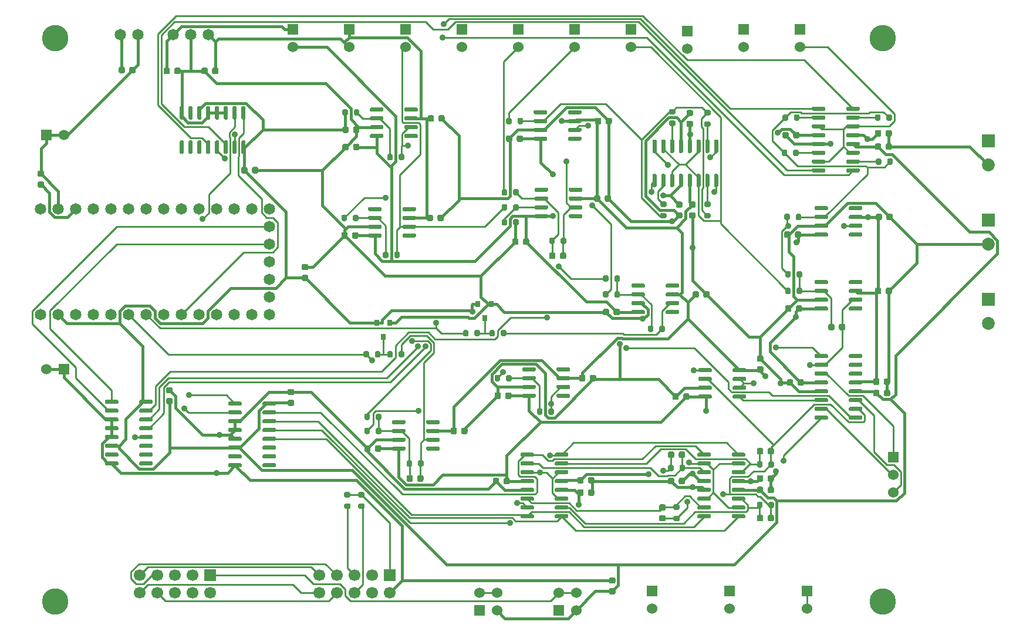
<source format=gtl>
%TF.GenerationSoftware,KiCad,Pcbnew,5.1.7-a382d34a8~87~ubuntu18.04.1*%
%TF.CreationDate,2023-02-22T18:33:15-08:00*%
%TF.ProjectId,potentiostat,706f7465-6e74-4696-9f73-7461742e6b69,rev?*%
%TF.SameCoordinates,Original*%
%TF.FileFunction,Copper,L1,Top*%
%TF.FilePolarity,Positive*%
%FSLAX46Y46*%
G04 Gerber Fmt 4.6, Leading zero omitted, Abs format (unit mm)*
G04 Created by KiCad (PCBNEW 5.1.7-a382d34a8~87~ubuntu18.04.1) date 2023-02-22 18:33:15*
%MOMM*%
%LPD*%
G01*
G04 APERTURE LIST*
%TA.AperFunction,ComponentPad*%
%ADD10C,1.651000*%
%TD*%
%TA.AperFunction,ComponentPad*%
%ADD11R,1.524000X1.524000*%
%TD*%
%TA.AperFunction,ComponentPad*%
%ADD12C,1.524000*%
%TD*%
%TA.AperFunction,ComponentPad*%
%ADD13C,1.700000*%
%TD*%
%TA.AperFunction,ComponentPad*%
%ADD14R,1.700000X1.700000*%
%TD*%
%TA.AperFunction,ComponentPad*%
%ADD15C,3.810000*%
%TD*%
%TA.AperFunction,SMDPad,CuDef*%
%ADD16R,0.800000X0.900000*%
%TD*%
%TA.AperFunction,ComponentPad*%
%ADD17R,1.854200X1.854200*%
%TD*%
%TA.AperFunction,ComponentPad*%
%ADD18C,1.854200*%
%TD*%
%TA.AperFunction,ViaPad*%
%ADD19C,0.889000*%
%TD*%
%TA.AperFunction,Conductor*%
%ADD20C,0.381000*%
%TD*%
%TA.AperFunction,Conductor*%
%ADD21C,0.254000*%
%TD*%
G04 APERTURE END LIST*
D10*
%TO.P,U2,33*%
%TO.N,Net-(U2-Pad33)*%
X52540000Y-79180000D03*
%TO.P,U2,32*%
%TO.N,/GND*%
X55080000Y-79180000D03*
%TO.P,U2,31*%
%TO.N,/5V*%
X57620000Y-79180000D03*
%TO.P,U2,30*%
%TO.N,/SW_WRK_ELECT*%
X60160000Y-79180000D03*
%TO.P,U2,29*%
%TO.N,/SW_REF_ELECT*%
X62700000Y-79180000D03*
%TO.P,U2,28*%
%TO.N,/SW_CTR_ELECT*%
X65240000Y-79180000D03*
%TO.P,U2,27*%
%TO.N,/TIA_GAIN_A1*%
X67780000Y-79180000D03*
%TO.P,U2,26*%
%TO.N,/TIA_GAIN_A0*%
X70320000Y-79180000D03*
%TO.P,U2,25*%
%TO.N,/D7*%
X72860000Y-79180000D03*
%TO.P,U2,24*%
%TO.N,Net-(U2-Pad24)*%
X75400000Y-79180000D03*
%TO.P,U2,23*%
%TO.N,/SCL*%
X77940000Y-79180000D03*
%TO.P,U2,22*%
%TO.N,/SDA*%
X80480000Y-79180000D03*
%TO.P,U2,21*%
%TO.N,/TX_D1*%
X83020000Y-79180000D03*
%TO.P,U2,20*%
%TO.N,/RX_D0*%
X85560000Y-79180000D03*
%TO.P,U2,19*%
%TO.N,/DAC_GAIN_A1*%
X85560000Y-81720000D03*
%TO.P,U2,18*%
%TO.N,/DAC_GAIN_A0*%
X85560000Y-84260000D03*
%TO.P,U2,17*%
%TO.N,Net-(U2-Pad17)*%
X85560000Y-86800000D03*
%TO.P,U2,16*%
%TO.N,Net-(U2-Pad16)*%
X85560000Y-89340000D03*
%TO.P,U2,15*%
%TO.N,Net-(U2-Pad15)*%
X85560000Y-91880000D03*
%TO.P,U2,14*%
%TO.N,/CS*%
X85560000Y-94420000D03*
%TO.P,U2,13*%
%TO.N,/POCI*%
X83020000Y-94420000D03*
%TO.P,U2,12*%
%TO.N,/PICO*%
X80480000Y-94420000D03*
%TO.P,U2,11*%
%TO.N,/SCK*%
X77940000Y-94420000D03*
%TO.P,U2,10*%
%TO.N,/REF_GAIN_A1*%
X75400000Y-94420000D03*
%TO.P,U2,9*%
%TO.N,/REF_GAIN_A0*%
X72860000Y-94420000D03*
%TO.P,U2,8*%
%TO.N,/A3_D17*%
X70320000Y-94420000D03*
%TO.P,U2,7*%
%TO.N,/REF_ELECT_UNI*%
X67780000Y-94420000D03*
%TO.P,U2,6*%
%TO.N,/TIA_OUT_UNI*%
X65240000Y-94420000D03*
%TO.P,U2,5*%
%TO.N,/DAC_UNI*%
X62700000Y-94420000D03*
%TO.P,U2,4*%
%TO.N,Net-(U2-Pad4)*%
X60160000Y-94420000D03*
%TO.P,U2,3*%
%TO.N,Net-(U2-Pad3)*%
X57620000Y-94420000D03*
%TO.P,U2,2*%
%TO.N,/3V3*%
X55080000Y-94420000D03*
%TO.P,U2,1*%
%TO.N,Net-(U2-Pad1)*%
X52540000Y-94420000D03*
%TD*%
D11*
%TO.P,P5,1*%
%TO.N,/GND*%
X53340000Y-68580000D03*
D12*
%TO.P,P5,2*%
X55880000Y-68580000D03*
%TD*%
%TO.P,C3,2*%
%TO.N,/GND*%
%TA.AperFunction,SMDPad,CuDef*%
G36*
G01*
X174188000Y-104390000D02*
X174188000Y-103890000D01*
G75*
G02*
X174413000Y-103665000I225000J0D01*
G01*
X174863000Y-103665000D01*
G75*
G02*
X175088000Y-103890000I0J-225000D01*
G01*
X175088000Y-104390000D01*
G75*
G02*
X174863000Y-104615000I-225000J0D01*
G01*
X174413000Y-104615000D01*
G75*
G02*
X174188000Y-104390000I0J225000D01*
G01*
G37*
%TD.AperFunction*%
%TO.P,C3,1*%
%TO.N,/+15V*%
%TA.AperFunction,SMDPad,CuDef*%
G36*
G01*
X172638000Y-104390000D02*
X172638000Y-103890000D01*
G75*
G02*
X172863000Y-103665000I225000J0D01*
G01*
X173313000Y-103665000D01*
G75*
G02*
X173538000Y-103890000I0J-225000D01*
G01*
X173538000Y-104390000D01*
G75*
G02*
X173313000Y-104615000I-225000J0D01*
G01*
X172863000Y-104615000D01*
G75*
G02*
X172638000Y-104390000I0J225000D01*
G01*
G37*
%TD.AperFunction*%
%TD*%
%TO.P,U11,1*%
%TO.N,Net-(U11-Pad1)*%
%TA.AperFunction,SMDPad,CuDef*%
G36*
G01*
X123804000Y-76604000D02*
X123804000Y-76304000D01*
G75*
G02*
X123954000Y-76154000I150000J0D01*
G01*
X125604000Y-76154000D01*
G75*
G02*
X125754000Y-76304000I0J-150000D01*
G01*
X125754000Y-76604000D01*
G75*
G02*
X125604000Y-76754000I-150000J0D01*
G01*
X123954000Y-76754000D01*
G75*
G02*
X123804000Y-76604000I0J150000D01*
G01*
G37*
%TD.AperFunction*%
%TO.P,U11,2*%
%TO.N,Net-(C6-Pad2)*%
%TA.AperFunction,SMDPad,CuDef*%
G36*
G01*
X123804000Y-77874000D02*
X123804000Y-77574000D01*
G75*
G02*
X123954000Y-77424000I150000J0D01*
G01*
X125604000Y-77424000D01*
G75*
G02*
X125754000Y-77574000I0J-150000D01*
G01*
X125754000Y-77874000D01*
G75*
G02*
X125604000Y-78024000I-150000J0D01*
G01*
X123954000Y-78024000D01*
G75*
G02*
X123804000Y-77874000I0J150000D01*
G01*
G37*
%TD.AperFunction*%
%TO.P,U11,3*%
%TO.N,Net-(R2-Pad1)*%
%TA.AperFunction,SMDPad,CuDef*%
G36*
G01*
X123804000Y-79144000D02*
X123804000Y-78844000D01*
G75*
G02*
X123954000Y-78694000I150000J0D01*
G01*
X125604000Y-78694000D01*
G75*
G02*
X125754000Y-78844000I0J-150000D01*
G01*
X125754000Y-79144000D01*
G75*
G02*
X125604000Y-79294000I-150000J0D01*
G01*
X123954000Y-79294000D01*
G75*
G02*
X123804000Y-79144000I0J150000D01*
G01*
G37*
%TD.AperFunction*%
%TO.P,U11,4*%
%TO.N,/-15V*%
%TA.AperFunction,SMDPad,CuDef*%
G36*
G01*
X123804000Y-80414000D02*
X123804000Y-80114000D01*
G75*
G02*
X123954000Y-79964000I150000J0D01*
G01*
X125604000Y-79964000D01*
G75*
G02*
X125754000Y-80114000I0J-150000D01*
G01*
X125754000Y-80414000D01*
G75*
G02*
X125604000Y-80564000I-150000J0D01*
G01*
X123954000Y-80564000D01*
G75*
G02*
X123804000Y-80414000I0J150000D01*
G01*
G37*
%TD.AperFunction*%
%TO.P,U11,5*%
%TO.N,Net-(U11-Pad5)*%
%TA.AperFunction,SMDPad,CuDef*%
G36*
G01*
X128754000Y-80414000D02*
X128754000Y-80114000D01*
G75*
G02*
X128904000Y-79964000I150000J0D01*
G01*
X130554000Y-79964000D01*
G75*
G02*
X130704000Y-80114000I0J-150000D01*
G01*
X130704000Y-80414000D01*
G75*
G02*
X130554000Y-80564000I-150000J0D01*
G01*
X128904000Y-80564000D01*
G75*
G02*
X128754000Y-80414000I0J150000D01*
G01*
G37*
%TD.AperFunction*%
%TO.P,U11,6*%
%TO.N,/DAC_BIP*%
%TA.AperFunction,SMDPad,CuDef*%
G36*
G01*
X128754000Y-79144000D02*
X128754000Y-78844000D01*
G75*
G02*
X128904000Y-78694000I150000J0D01*
G01*
X130554000Y-78694000D01*
G75*
G02*
X130704000Y-78844000I0J-150000D01*
G01*
X130704000Y-79144000D01*
G75*
G02*
X130554000Y-79294000I-150000J0D01*
G01*
X128904000Y-79294000D01*
G75*
G02*
X128754000Y-79144000I0J150000D01*
G01*
G37*
%TD.AperFunction*%
%TO.P,U11,7*%
%TO.N,/+15V*%
%TA.AperFunction,SMDPad,CuDef*%
G36*
G01*
X128754000Y-77874000D02*
X128754000Y-77574000D01*
G75*
G02*
X128904000Y-77424000I150000J0D01*
G01*
X130554000Y-77424000D01*
G75*
G02*
X130704000Y-77574000I0J-150000D01*
G01*
X130704000Y-77874000D01*
G75*
G02*
X130554000Y-78024000I-150000J0D01*
G01*
X128904000Y-78024000D01*
G75*
G02*
X128754000Y-77874000I0J150000D01*
G01*
G37*
%TD.AperFunction*%
%TO.P,U11,8*%
%TO.N,Net-(U11-Pad8)*%
%TA.AperFunction,SMDPad,CuDef*%
G36*
G01*
X128754000Y-76604000D02*
X128754000Y-76304000D01*
G75*
G02*
X128904000Y-76154000I150000J0D01*
G01*
X130554000Y-76154000D01*
G75*
G02*
X130704000Y-76304000I0J-150000D01*
G01*
X130704000Y-76604000D01*
G75*
G02*
X130554000Y-76754000I-150000J0D01*
G01*
X128904000Y-76754000D01*
G75*
G02*
X128754000Y-76604000I0J150000D01*
G01*
G37*
%TD.AperFunction*%
%TD*%
D11*
%TO.P,K1,1*%
%TO.N,/CTR_ELECT_OUT*%
X175514000Y-115062000D03*
D12*
%TO.P,K1,2*%
%TO.N,/REF_ELECT_OUT*%
X175514000Y-117602000D03*
%TO.P,K1,3*%
%TO.N,/WRK_ELECT_OUT*%
X175514000Y-120142000D03*
%TD*%
D13*
%TO.P,P14,10*%
%TO.N,/CS*%
X66802000Y-134620000D03*
%TO.P,P14,9*%
%TO.N,/SCK*%
X66802000Y-132080000D03*
%TO.P,P14,8*%
%TO.N,/PICO*%
X69342000Y-134620000D03*
%TO.P,P14,7*%
%TO.N,/POCI*%
X69342000Y-132080000D03*
%TO.P,P14,6*%
%TO.N,/SDA*%
X71882000Y-134620000D03*
%TO.P,P14,5*%
%TO.N,/SCL*%
X71882000Y-132080000D03*
%TO.P,P14,4*%
%TO.N,/A3_D17*%
X74422000Y-134620000D03*
%TO.P,P14,3*%
%TO.N,/D7*%
X74422000Y-132080000D03*
%TO.P,P14,2*%
%TO.N,/GND*%
X76962000Y-134620000D03*
D14*
%TO.P,P14,1*%
%TO.N,/VEXP*%
X76962000Y-132080000D03*
%TD*%
D13*
%TO.P,P13,10*%
%TO.N,/CS*%
X92710000Y-134620000D03*
%TO.P,P13,9*%
%TO.N,/SCK*%
X92710000Y-132080000D03*
%TO.P,P13,8*%
%TO.N,/PICO*%
X95250000Y-134620000D03*
%TO.P,P13,7*%
%TO.N,/POCI*%
X95250000Y-132080000D03*
%TO.P,P13,6*%
%TO.N,/SDA*%
X97790000Y-134620000D03*
%TO.P,P13,5*%
%TO.N,/SCL*%
X97790000Y-132080000D03*
%TO.P,P13,4*%
%TO.N,/RX_D0*%
X100330000Y-134620000D03*
%TO.P,P13,3*%
%TO.N,/TX_D1*%
X100330000Y-132080000D03*
%TO.P,P13,2*%
%TO.N,/GND*%
X102870000Y-134620000D03*
D14*
%TO.P,P13,1*%
%TO.N,/VUEXT*%
X102870000Y-132080000D03*
%TD*%
D11*
%TO.P,P7,1*%
%TO.N,/DAC_BIP*%
X129540000Y-53340000D03*
D12*
%TO.P,P7,2*%
X129540000Y-55880000D03*
%TD*%
D11*
%TO.P,P9,1*%
%TO.N,/DAC_BIP_NX*%
X137668000Y-53340000D03*
D12*
%TO.P,P9,2*%
X137668000Y-55880000D03*
%TD*%
D11*
%TO.P,P20,1*%
%TO.N,/CTR_ELECT*%
X163068000Y-134366000D03*
D12*
%TO.P,P20,2*%
X163068000Y-136906000D03*
%TD*%
%TO.P,P21,2*%
%TO.N,/REF_ELECT_UNI*%
X145796000Y-56134000D03*
D11*
%TO.P,P21,1*%
X145796000Y-53594000D03*
%TD*%
%TO.P,P19,1*%
%TO.N,/REF_ELECT_BUF*%
X153924000Y-53340000D03*
D12*
%TO.P,P19,2*%
X153924000Y-55880000D03*
%TD*%
D11*
%TO.P,P6,1*%
%TO.N,/DAC_UNI*%
X121412000Y-53340000D03*
D12*
%TO.P,P6,2*%
X121412000Y-55880000D03*
%TD*%
D11*
%TO.P,P10,1*%
%TO.N,/REF_1V65*%
X105156000Y-53340000D03*
D12*
%TO.P,P10,2*%
X105156000Y-55880000D03*
%TD*%
D11*
%TO.P,P12,1*%
%TO.N,/+15V*%
X97028000Y-53340000D03*
D12*
%TO.P,P12,2*%
X97028000Y-55880000D03*
%TD*%
D11*
%TO.P,P11,1*%
%TO.N,/-15V*%
X88900000Y-53340000D03*
D12*
%TO.P,P11,2*%
X88900000Y-55880000D03*
%TD*%
D11*
%TO.P,P4,1*%
%TO.N,/GND*%
X55880000Y-102362000D03*
D12*
%TO.P,P4,2*%
X53340000Y-102362000D03*
%TD*%
D11*
%TO.P,P18,1*%
%TO.N,/TIA_OUT_UNI*%
X140716000Y-134366000D03*
D12*
%TO.P,P18,2*%
X140716000Y-136906000D03*
%TD*%
D11*
%TO.P,P17,1*%
%TO.N,/TIA_OUT_BIP*%
X151892000Y-134366000D03*
D12*
%TO.P,P17,2*%
X151892000Y-136906000D03*
%TD*%
D11*
%TO.P,P8,1*%
%TO.N,/REF_NEG_1V65*%
X113284000Y-53340000D03*
D12*
%TO.P,P8,2*%
X113284000Y-55880000D03*
%TD*%
D11*
%TO.P,P16,1*%
%TO.N,/5V*%
X127254000Y-137160000D03*
D12*
%TO.P,P16,2*%
%TO.N,/VEXP*%
X127254000Y-134620000D03*
%TO.P,P16,3*%
%TO.N,/3V3*%
X129794000Y-137160000D03*
%TO.P,P16,4*%
%TO.N,/VEXP*%
X129794000Y-134620000D03*
%TD*%
D11*
%TO.P,P15,1*%
%TO.N,/5V*%
X115824000Y-137160000D03*
D12*
%TO.P,P15,2*%
%TO.N,/VUEXT*%
X115824000Y-134620000D03*
%TO.P,P15,3*%
%TO.N,/3V3*%
X118364000Y-137160000D03*
%TO.P,P15,4*%
%TO.N,/VUEXT*%
X118364000Y-134620000D03*
%TD*%
D15*
%TO.P,H3,*%
%TO.N,*%
X173990000Y-135890000D03*
%TD*%
%TO.P,H4,*%
%TO.N,*%
X54610000Y-135890000D03*
%TD*%
%TO.P,H1,*%
%TO.N,*%
X54610000Y-54610000D03*
%TD*%
%TO.P,H2,*%
%TO.N,*%
X173990000Y-54610000D03*
%TD*%
%TO.P,C2,1*%
%TO.N,/-15V*%
%TA.AperFunction,SMDPad,CuDef*%
G36*
G01*
X162642000Y-104017000D02*
X162642000Y-104517000D01*
G75*
G02*
X162417000Y-104742000I-225000J0D01*
G01*
X161967000Y-104742000D01*
G75*
G02*
X161742000Y-104517000I0J225000D01*
G01*
X161742000Y-104017000D01*
G75*
G02*
X161967000Y-103792000I225000J0D01*
G01*
X162417000Y-103792000D01*
G75*
G02*
X162642000Y-104017000I0J-225000D01*
G01*
G37*
%TD.AperFunction*%
%TO.P,C2,2*%
%TO.N,/GND*%
%TA.AperFunction,SMDPad,CuDef*%
G36*
G01*
X161092000Y-104017000D02*
X161092000Y-104517000D01*
G75*
G02*
X160867000Y-104742000I-225000J0D01*
G01*
X160417000Y-104742000D01*
G75*
G02*
X160192000Y-104517000I0J225000D01*
G01*
X160192000Y-104017000D01*
G75*
G02*
X160417000Y-103792000I225000J0D01*
G01*
X160867000Y-103792000D01*
G75*
G02*
X161092000Y-104017000I0J-225000D01*
G01*
G37*
%TD.AperFunction*%
%TD*%
%TO.P,C4,2*%
%TO.N,/GND*%
%TA.AperFunction,SMDPad,CuDef*%
G36*
G01*
X174188000Y-106041000D02*
X174188000Y-105541000D01*
G75*
G02*
X174413000Y-105316000I225000J0D01*
G01*
X174863000Y-105316000D01*
G75*
G02*
X175088000Y-105541000I0J-225000D01*
G01*
X175088000Y-106041000D01*
G75*
G02*
X174863000Y-106266000I-225000J0D01*
G01*
X174413000Y-106266000D01*
G75*
G02*
X174188000Y-106041000I0J225000D01*
G01*
G37*
%TD.AperFunction*%
%TO.P,C4,1*%
%TO.N,/3V3*%
%TA.AperFunction,SMDPad,CuDef*%
G36*
G01*
X172638000Y-106041000D02*
X172638000Y-105541000D01*
G75*
G02*
X172863000Y-105316000I225000J0D01*
G01*
X173313000Y-105316000D01*
G75*
G02*
X173538000Y-105541000I0J-225000D01*
G01*
X173538000Y-106041000D01*
G75*
G02*
X173313000Y-106266000I-225000J0D01*
G01*
X172863000Y-106266000D01*
G75*
G02*
X172638000Y-106041000I0J225000D01*
G01*
G37*
%TD.AperFunction*%
%TD*%
%TO.P,C5,1*%
%TO.N,/3V3*%
%TA.AperFunction,SMDPad,CuDef*%
G36*
G01*
X96075000Y-68050000D02*
X96075000Y-67550000D01*
G75*
G02*
X96300000Y-67325000I225000J0D01*
G01*
X96750000Y-67325000D01*
G75*
G02*
X96975000Y-67550000I0J-225000D01*
G01*
X96975000Y-68050000D01*
G75*
G02*
X96750000Y-68275000I-225000J0D01*
G01*
X96300000Y-68275000D01*
G75*
G02*
X96075000Y-68050000I0J225000D01*
G01*
G37*
%TD.AperFunction*%
%TO.P,C5,2*%
%TO.N,/GND*%
%TA.AperFunction,SMDPad,CuDef*%
G36*
G01*
X97625000Y-68050000D02*
X97625000Y-67550000D01*
G75*
G02*
X97850000Y-67325000I225000J0D01*
G01*
X98300000Y-67325000D01*
G75*
G02*
X98525000Y-67550000I0J-225000D01*
G01*
X98525000Y-68050000D01*
G75*
G02*
X98300000Y-68275000I-225000J0D01*
G01*
X97850000Y-68275000D01*
G75*
G02*
X97625000Y-68050000I0J225000D01*
G01*
G37*
%TD.AperFunction*%
%TD*%
%TO.P,C6,2*%
%TO.N,Net-(C6-Pad2)*%
%TA.AperFunction,SMDPad,CuDef*%
G36*
G01*
X126802000Y-85729000D02*
X126802000Y-86229000D01*
G75*
G02*
X126577000Y-86454000I-225000J0D01*
G01*
X126127000Y-86454000D01*
G75*
G02*
X125902000Y-86229000I0J225000D01*
G01*
X125902000Y-85729000D01*
G75*
G02*
X126127000Y-85504000I225000J0D01*
G01*
X126577000Y-85504000D01*
G75*
G02*
X126802000Y-85729000I0J-225000D01*
G01*
G37*
%TD.AperFunction*%
%TO.P,C6,1*%
%TO.N,/DAC_BIP*%
%TA.AperFunction,SMDPad,CuDef*%
G36*
G01*
X128352000Y-85729000D02*
X128352000Y-86229000D01*
G75*
G02*
X128127000Y-86454000I-225000J0D01*
G01*
X127677000Y-86454000D01*
G75*
G02*
X127452000Y-86229000I0J225000D01*
G01*
X127452000Y-85729000D01*
G75*
G02*
X127677000Y-85504000I225000J0D01*
G01*
X128127000Y-85504000D01*
G75*
G02*
X128352000Y-85729000I0J-225000D01*
G01*
G37*
%TD.AperFunction*%
%TD*%
%TO.P,C7,1*%
%TO.N,/5V*%
%TA.AperFunction,SMDPad,CuDef*%
G36*
G01*
X52828000Y-76155000D02*
X52328000Y-76155000D01*
G75*
G02*
X52103000Y-75930000I0J225000D01*
G01*
X52103000Y-75480000D01*
G75*
G02*
X52328000Y-75255000I225000J0D01*
G01*
X52828000Y-75255000D01*
G75*
G02*
X53053000Y-75480000I0J-225000D01*
G01*
X53053000Y-75930000D01*
G75*
G02*
X52828000Y-76155000I-225000J0D01*
G01*
G37*
%TD.AperFunction*%
%TO.P,C7,2*%
%TO.N,/GND*%
%TA.AperFunction,SMDPad,CuDef*%
G36*
G01*
X52828000Y-74605000D02*
X52328000Y-74605000D01*
G75*
G02*
X52103000Y-74380000I0J225000D01*
G01*
X52103000Y-73930000D01*
G75*
G02*
X52328000Y-73705000I225000J0D01*
G01*
X52828000Y-73705000D01*
G75*
G02*
X53053000Y-73930000I0J-225000D01*
G01*
X53053000Y-74380000D01*
G75*
G02*
X52828000Y-74605000I-225000J0D01*
G01*
G37*
%TD.AperFunction*%
%TD*%
%TO.P,C8,2*%
%TO.N,/GND*%
%TA.AperFunction,SMDPad,CuDef*%
G36*
G01*
X90928000Y-88067000D02*
X90428000Y-88067000D01*
G75*
G02*
X90203000Y-87842000I0J225000D01*
G01*
X90203000Y-87392000D01*
G75*
G02*
X90428000Y-87167000I225000J0D01*
G01*
X90928000Y-87167000D01*
G75*
G02*
X91153000Y-87392000I0J-225000D01*
G01*
X91153000Y-87842000D01*
G75*
G02*
X90928000Y-88067000I-225000J0D01*
G01*
G37*
%TD.AperFunction*%
%TO.P,C8,1*%
%TO.N,/3V3*%
%TA.AperFunction,SMDPad,CuDef*%
G36*
G01*
X90928000Y-89617000D02*
X90428000Y-89617000D01*
G75*
G02*
X90203000Y-89392000I0J225000D01*
G01*
X90203000Y-88942000D01*
G75*
G02*
X90428000Y-88717000I225000J0D01*
G01*
X90928000Y-88717000D01*
G75*
G02*
X91153000Y-88942000I0J-225000D01*
G01*
X91153000Y-89392000D01*
G75*
G02*
X90928000Y-89617000I-225000J0D01*
G01*
G37*
%TD.AperFunction*%
%TD*%
%TO.P,C9,1*%
%TO.N,/3V3*%
%TA.AperFunction,SMDPad,CuDef*%
G36*
G01*
X135251000Y-134829000D02*
X134751000Y-134829000D01*
G75*
G02*
X134526000Y-134604000I0J225000D01*
G01*
X134526000Y-134154000D01*
G75*
G02*
X134751000Y-133929000I225000J0D01*
G01*
X135251000Y-133929000D01*
G75*
G02*
X135476000Y-134154000I0J-225000D01*
G01*
X135476000Y-134604000D01*
G75*
G02*
X135251000Y-134829000I-225000J0D01*
G01*
G37*
%TD.AperFunction*%
%TO.P,C9,2*%
%TO.N,/GND*%
%TA.AperFunction,SMDPad,CuDef*%
G36*
G01*
X135251000Y-133279000D02*
X134751000Y-133279000D01*
G75*
G02*
X134526000Y-133054000I0J225000D01*
G01*
X134526000Y-132604000D01*
G75*
G02*
X134751000Y-132379000I225000J0D01*
G01*
X135251000Y-132379000D01*
G75*
G02*
X135476000Y-132604000I0J-225000D01*
G01*
X135476000Y-133054000D01*
G75*
G02*
X135251000Y-133279000I-225000J0D01*
G01*
G37*
%TD.AperFunction*%
%TD*%
%TO.P,C10,2*%
%TO.N,/GND*%
%TA.AperFunction,SMDPad,CuDef*%
G36*
G01*
X71370000Y-105847000D02*
X70870000Y-105847000D01*
G75*
G02*
X70645000Y-105622000I0J225000D01*
G01*
X70645000Y-105172000D01*
G75*
G02*
X70870000Y-104947000I225000J0D01*
G01*
X71370000Y-104947000D01*
G75*
G02*
X71595000Y-105172000I0J-225000D01*
G01*
X71595000Y-105622000D01*
G75*
G02*
X71370000Y-105847000I-225000J0D01*
G01*
G37*
%TD.AperFunction*%
%TO.P,C10,1*%
%TO.N,/3V3*%
%TA.AperFunction,SMDPad,CuDef*%
G36*
G01*
X71370000Y-107397000D02*
X70870000Y-107397000D01*
G75*
G02*
X70645000Y-107172000I0J225000D01*
G01*
X70645000Y-106722000D01*
G75*
G02*
X70870000Y-106497000I225000J0D01*
G01*
X71370000Y-106497000D01*
G75*
G02*
X71595000Y-106722000I0J-225000D01*
G01*
X71595000Y-107172000D01*
G75*
G02*
X71370000Y-107397000I-225000J0D01*
G01*
G37*
%TD.AperFunction*%
%TD*%
%TO.P,C11,1*%
%TO.N,/-15V*%
%TA.AperFunction,SMDPad,CuDef*%
G36*
G01*
X123018000Y-83697000D02*
X123018000Y-84197000D01*
G75*
G02*
X122793000Y-84422000I-225000J0D01*
G01*
X122343000Y-84422000D01*
G75*
G02*
X122118000Y-84197000I0J225000D01*
G01*
X122118000Y-83697000D01*
G75*
G02*
X122343000Y-83472000I225000J0D01*
G01*
X122793000Y-83472000D01*
G75*
G02*
X123018000Y-83697000I0J-225000D01*
G01*
G37*
%TD.AperFunction*%
%TO.P,C11,2*%
%TO.N,/GND*%
%TA.AperFunction,SMDPad,CuDef*%
G36*
G01*
X121468000Y-83697000D02*
X121468000Y-84197000D01*
G75*
G02*
X121243000Y-84422000I-225000J0D01*
G01*
X120793000Y-84422000D01*
G75*
G02*
X120568000Y-84197000I0J225000D01*
G01*
X120568000Y-83697000D01*
G75*
G02*
X120793000Y-83472000I225000J0D01*
G01*
X121243000Y-83472000D01*
G75*
G02*
X121468000Y-83697000I0J-225000D01*
G01*
G37*
%TD.AperFunction*%
%TD*%
%TO.P,C12,2*%
%TO.N,/GND*%
%TA.AperFunction,SMDPad,CuDef*%
G36*
G01*
X96975000Y-70050000D02*
X96975000Y-70550000D01*
G75*
G02*
X96750000Y-70775000I-225000J0D01*
G01*
X96300000Y-70775000D01*
G75*
G02*
X96075000Y-70550000I0J225000D01*
G01*
X96075000Y-70050000D01*
G75*
G02*
X96300000Y-69825000I225000J0D01*
G01*
X96750000Y-69825000D01*
G75*
G02*
X96975000Y-70050000I0J-225000D01*
G01*
G37*
%TD.AperFunction*%
%TO.P,C12,1*%
%TO.N,/-15V*%
%TA.AperFunction,SMDPad,CuDef*%
G36*
G01*
X98525000Y-70050000D02*
X98525000Y-70550000D01*
G75*
G02*
X98300000Y-70775000I-225000J0D01*
G01*
X97850000Y-70775000D01*
G75*
G02*
X97625000Y-70550000I0J225000D01*
G01*
X97625000Y-70050000D01*
G75*
G02*
X97850000Y-69825000I225000J0D01*
G01*
X98300000Y-69825000D01*
G75*
G02*
X98525000Y-70050000I0J-225000D01*
G01*
G37*
%TD.AperFunction*%
%TD*%
%TO.P,C13,1*%
%TO.N,/3V3*%
%TA.AperFunction,SMDPad,CuDef*%
G36*
G01*
X144403000Y-78150000D02*
X144903000Y-78150000D01*
G75*
G02*
X145128000Y-78375000I0J-225000D01*
G01*
X145128000Y-78825000D01*
G75*
G02*
X144903000Y-79050000I-225000J0D01*
G01*
X144403000Y-79050000D01*
G75*
G02*
X144178000Y-78825000I0J225000D01*
G01*
X144178000Y-78375000D01*
G75*
G02*
X144403000Y-78150000I225000J0D01*
G01*
G37*
%TD.AperFunction*%
%TO.P,C13,2*%
%TO.N,/GND*%
%TA.AperFunction,SMDPad,CuDef*%
G36*
G01*
X144403000Y-79700000D02*
X144903000Y-79700000D01*
G75*
G02*
X145128000Y-79925000I0J-225000D01*
G01*
X145128000Y-80375000D01*
G75*
G02*
X144903000Y-80600000I-225000J0D01*
G01*
X144403000Y-80600000D01*
G75*
G02*
X144178000Y-80375000I0J225000D01*
G01*
X144178000Y-79925000D01*
G75*
G02*
X144403000Y-79700000I225000J0D01*
G01*
G37*
%TD.AperFunction*%
%TD*%
%TO.P,C14,1*%
%TO.N,/-15V*%
%TA.AperFunction,SMDPad,CuDef*%
G36*
G01*
X122129000Y-68838000D02*
X122129000Y-69338000D01*
G75*
G02*
X121904000Y-69563000I-225000J0D01*
G01*
X121454000Y-69563000D01*
G75*
G02*
X121229000Y-69338000I0J225000D01*
G01*
X121229000Y-68838000D01*
G75*
G02*
X121454000Y-68613000I225000J0D01*
G01*
X121904000Y-68613000D01*
G75*
G02*
X122129000Y-68838000I0J-225000D01*
G01*
G37*
%TD.AperFunction*%
%TO.P,C14,2*%
%TO.N,/GND*%
%TA.AperFunction,SMDPad,CuDef*%
G36*
G01*
X120579000Y-68838000D02*
X120579000Y-69338000D01*
G75*
G02*
X120354000Y-69563000I-225000J0D01*
G01*
X119904000Y-69563000D01*
G75*
G02*
X119679000Y-69338000I0J225000D01*
G01*
X119679000Y-68838000D01*
G75*
G02*
X119904000Y-68613000I225000J0D01*
G01*
X120354000Y-68613000D01*
G75*
G02*
X120579000Y-68838000I0J-225000D01*
G01*
G37*
%TD.AperFunction*%
%TD*%
%TO.P,C15,1*%
%TO.N,/-15V*%
%TA.AperFunction,SMDPad,CuDef*%
G36*
G01*
X98380000Y-82808000D02*
X98380000Y-83308000D01*
G75*
G02*
X98155000Y-83533000I-225000J0D01*
G01*
X97705000Y-83533000D01*
G75*
G02*
X97480000Y-83308000I0J225000D01*
G01*
X97480000Y-82808000D01*
G75*
G02*
X97705000Y-82583000I225000J0D01*
G01*
X98155000Y-82583000D01*
G75*
G02*
X98380000Y-82808000I0J-225000D01*
G01*
G37*
%TD.AperFunction*%
%TO.P,C15,2*%
%TO.N,/GND*%
%TA.AperFunction,SMDPad,CuDef*%
G36*
G01*
X96830000Y-82808000D02*
X96830000Y-83308000D01*
G75*
G02*
X96605000Y-83533000I-225000J0D01*
G01*
X96155000Y-83533000D01*
G75*
G02*
X95930000Y-83308000I0J225000D01*
G01*
X95930000Y-82808000D01*
G75*
G02*
X96155000Y-82583000I225000J0D01*
G01*
X96605000Y-82583000D01*
G75*
G02*
X96830000Y-82808000I0J-225000D01*
G01*
G37*
%TD.AperFunction*%
%TD*%
%TO.P,C16,2*%
%TO.N,/GND*%
%TA.AperFunction,SMDPad,CuDef*%
G36*
G01*
X133929000Y-77974000D02*
X133929000Y-77474000D01*
G75*
G02*
X134154000Y-77249000I225000J0D01*
G01*
X134604000Y-77249000D01*
G75*
G02*
X134829000Y-77474000I0J-225000D01*
G01*
X134829000Y-77974000D01*
G75*
G02*
X134604000Y-78199000I-225000J0D01*
G01*
X134154000Y-78199000D01*
G75*
G02*
X133929000Y-77974000I0J225000D01*
G01*
G37*
%TD.AperFunction*%
%TO.P,C16,1*%
%TO.N,/+15V*%
%TA.AperFunction,SMDPad,CuDef*%
G36*
G01*
X132379000Y-77974000D02*
X132379000Y-77474000D01*
G75*
G02*
X132604000Y-77249000I225000J0D01*
G01*
X133054000Y-77249000D01*
G75*
G02*
X133279000Y-77474000I0J-225000D01*
G01*
X133279000Y-77974000D01*
G75*
G02*
X133054000Y-78199000I-225000J0D01*
G01*
X132604000Y-78199000D01*
G75*
G02*
X132379000Y-77974000I0J225000D01*
G01*
G37*
%TD.AperFunction*%
%TD*%
%TO.P,C17,2*%
%TO.N,/GND*%
%TA.AperFunction,SMDPad,CuDef*%
G36*
G01*
X146427000Y-65842000D02*
X145927000Y-65842000D01*
G75*
G02*
X145702000Y-65617000I0J225000D01*
G01*
X145702000Y-65167000D01*
G75*
G02*
X145927000Y-64942000I225000J0D01*
G01*
X146427000Y-64942000D01*
G75*
G02*
X146652000Y-65167000I0J-225000D01*
G01*
X146652000Y-65617000D01*
G75*
G02*
X146427000Y-65842000I-225000J0D01*
G01*
G37*
%TD.AperFunction*%
%TO.P,C17,1*%
%TO.N,/-15V*%
%TA.AperFunction,SMDPad,CuDef*%
G36*
G01*
X146427000Y-67392000D02*
X145927000Y-67392000D01*
G75*
G02*
X145702000Y-67167000I0J225000D01*
G01*
X145702000Y-66717000D01*
G75*
G02*
X145927000Y-66492000I225000J0D01*
G01*
X146427000Y-66492000D01*
G75*
G02*
X146652000Y-66717000I0J-225000D01*
G01*
X146652000Y-67167000D01*
G75*
G02*
X146427000Y-67392000I-225000J0D01*
G01*
G37*
%TD.AperFunction*%
%TD*%
%TO.P,C18,2*%
%TO.N,/GND*%
%TA.AperFunction,SMDPad,CuDef*%
G36*
G01*
X109926000Y-66417000D02*
X109926000Y-65917000D01*
G75*
G02*
X110151000Y-65692000I225000J0D01*
G01*
X110601000Y-65692000D01*
G75*
G02*
X110826000Y-65917000I0J-225000D01*
G01*
X110826000Y-66417000D01*
G75*
G02*
X110601000Y-66642000I-225000J0D01*
G01*
X110151000Y-66642000D01*
G75*
G02*
X109926000Y-66417000I0J225000D01*
G01*
G37*
%TD.AperFunction*%
%TO.P,C18,1*%
%TO.N,/+15V*%
%TA.AperFunction,SMDPad,CuDef*%
G36*
G01*
X108376000Y-66417000D02*
X108376000Y-65917000D01*
G75*
G02*
X108601000Y-65692000I225000J0D01*
G01*
X109051000Y-65692000D01*
G75*
G02*
X109276000Y-65917000I0J-225000D01*
G01*
X109276000Y-66417000D01*
G75*
G02*
X109051000Y-66642000I-225000J0D01*
G01*
X108601000Y-66642000D01*
G75*
G02*
X108376000Y-66417000I0J225000D01*
G01*
G37*
%TD.AperFunction*%
%TD*%
%TO.P,C19,2*%
%TO.N,/GND*%
%TA.AperFunction,SMDPad,CuDef*%
G36*
G01*
X134056000Y-66798000D02*
X134056000Y-66298000D01*
G75*
G02*
X134281000Y-66073000I225000J0D01*
G01*
X134731000Y-66073000D01*
G75*
G02*
X134956000Y-66298000I0J-225000D01*
G01*
X134956000Y-66798000D01*
G75*
G02*
X134731000Y-67023000I-225000J0D01*
G01*
X134281000Y-67023000D01*
G75*
G02*
X134056000Y-66798000I0J225000D01*
G01*
G37*
%TD.AperFunction*%
%TO.P,C19,1*%
%TO.N,/+15V*%
%TA.AperFunction,SMDPad,CuDef*%
G36*
G01*
X132506000Y-66798000D02*
X132506000Y-66298000D01*
G75*
G02*
X132731000Y-66073000I225000J0D01*
G01*
X133181000Y-66073000D01*
G75*
G02*
X133406000Y-66298000I0J-225000D01*
G01*
X133406000Y-66798000D01*
G75*
G02*
X133181000Y-67023000I-225000J0D01*
G01*
X132731000Y-67023000D01*
G75*
G02*
X132506000Y-66798000I0J225000D01*
G01*
G37*
%TD.AperFunction*%
%TD*%
%TO.P,C20,1*%
%TO.N,/+15V*%
%TA.AperFunction,SMDPad,CuDef*%
G36*
G01*
X146308000Y-78150000D02*
X146808000Y-78150000D01*
G75*
G02*
X147033000Y-78375000I0J-225000D01*
G01*
X147033000Y-78825000D01*
G75*
G02*
X146808000Y-79050000I-225000J0D01*
G01*
X146308000Y-79050000D01*
G75*
G02*
X146083000Y-78825000I0J225000D01*
G01*
X146083000Y-78375000D01*
G75*
G02*
X146308000Y-78150000I225000J0D01*
G01*
G37*
%TD.AperFunction*%
%TO.P,C20,2*%
%TO.N,/GND*%
%TA.AperFunction,SMDPad,CuDef*%
G36*
G01*
X146308000Y-79700000D02*
X146808000Y-79700000D01*
G75*
G02*
X147033000Y-79925000I0J-225000D01*
G01*
X147033000Y-80375000D01*
G75*
G02*
X146808000Y-80600000I-225000J0D01*
G01*
X146308000Y-80600000D01*
G75*
G02*
X146083000Y-80375000I0J225000D01*
G01*
X146083000Y-79925000D01*
G75*
G02*
X146308000Y-79700000I225000J0D01*
G01*
G37*
%TD.AperFunction*%
%TD*%
%TO.P,C21,1*%
%TO.N,/+15V*%
%TA.AperFunction,SMDPad,CuDef*%
G36*
G01*
X108249000Y-80768000D02*
X108249000Y-80268000D01*
G75*
G02*
X108474000Y-80043000I225000J0D01*
G01*
X108924000Y-80043000D01*
G75*
G02*
X109149000Y-80268000I0J-225000D01*
G01*
X109149000Y-80768000D01*
G75*
G02*
X108924000Y-80993000I-225000J0D01*
G01*
X108474000Y-80993000D01*
G75*
G02*
X108249000Y-80768000I0J225000D01*
G01*
G37*
%TD.AperFunction*%
%TO.P,C21,2*%
%TO.N,/GND*%
%TA.AperFunction,SMDPad,CuDef*%
G36*
G01*
X109799000Y-80768000D02*
X109799000Y-80268000D01*
G75*
G02*
X110024000Y-80043000I225000J0D01*
G01*
X110474000Y-80043000D01*
G75*
G02*
X110699000Y-80268000I0J-225000D01*
G01*
X110699000Y-80768000D01*
G75*
G02*
X110474000Y-80993000I-225000J0D01*
G01*
X110024000Y-80993000D01*
G75*
G02*
X109799000Y-80768000I0J225000D01*
G01*
G37*
%TD.AperFunction*%
%TD*%
%TO.P,C22,1*%
%TO.N,/-15V*%
%TA.AperFunction,SMDPad,CuDef*%
G36*
G01*
X70276000Y-59559000D02*
X70276000Y-59059000D01*
G75*
G02*
X70501000Y-58834000I225000J0D01*
G01*
X70951000Y-58834000D01*
G75*
G02*
X71176000Y-59059000I0J-225000D01*
G01*
X71176000Y-59559000D01*
G75*
G02*
X70951000Y-59784000I-225000J0D01*
G01*
X70501000Y-59784000D01*
G75*
G02*
X70276000Y-59559000I0J225000D01*
G01*
G37*
%TD.AperFunction*%
%TO.P,C22,2*%
%TO.N,/GND*%
%TA.AperFunction,SMDPad,CuDef*%
G36*
G01*
X71826000Y-59559000D02*
X71826000Y-59059000D01*
G75*
G02*
X72051000Y-58834000I225000J0D01*
G01*
X72501000Y-58834000D01*
G75*
G02*
X72726000Y-59059000I0J-225000D01*
G01*
X72726000Y-59559000D01*
G75*
G02*
X72501000Y-59784000I-225000J0D01*
G01*
X72051000Y-59784000D01*
G75*
G02*
X71826000Y-59559000I0J225000D01*
G01*
G37*
%TD.AperFunction*%
%TD*%
%TO.P,C23,2*%
%TO.N,/GND*%
%TA.AperFunction,SMDPad,CuDef*%
G36*
G01*
X76637000Y-59059000D02*
X76637000Y-59559000D01*
G75*
G02*
X76412000Y-59784000I-225000J0D01*
G01*
X75962000Y-59784000D01*
G75*
G02*
X75737000Y-59559000I0J225000D01*
G01*
X75737000Y-59059000D01*
G75*
G02*
X75962000Y-58834000I225000J0D01*
G01*
X76412000Y-58834000D01*
G75*
G02*
X76637000Y-59059000I0J-225000D01*
G01*
G37*
%TD.AperFunction*%
%TO.P,C23,1*%
%TO.N,/+15V*%
%TA.AperFunction,SMDPad,CuDef*%
G36*
G01*
X78187000Y-59059000D02*
X78187000Y-59559000D01*
G75*
G02*
X77962000Y-59784000I-225000J0D01*
G01*
X77512000Y-59784000D01*
G75*
G02*
X77287000Y-59559000I0J225000D01*
G01*
X77287000Y-59059000D01*
G75*
G02*
X77512000Y-58834000I225000J0D01*
G01*
X77962000Y-58834000D01*
G75*
G02*
X78187000Y-59059000I0J-225000D01*
G01*
G37*
%TD.AperFunction*%
%TD*%
%TO.P,C24,2*%
%TO.N,/GND*%
%TA.AperFunction,SMDPad,CuDef*%
G36*
G01*
X65349000Y-59432000D02*
X65349000Y-58932000D01*
G75*
G02*
X65574000Y-58707000I225000J0D01*
G01*
X66024000Y-58707000D01*
G75*
G02*
X66249000Y-58932000I0J-225000D01*
G01*
X66249000Y-59432000D01*
G75*
G02*
X66024000Y-59657000I-225000J0D01*
G01*
X65574000Y-59657000D01*
G75*
G02*
X65349000Y-59432000I0J225000D01*
G01*
G37*
%TD.AperFunction*%
%TO.P,C24,1*%
%TO.N,/5V*%
%TA.AperFunction,SMDPad,CuDef*%
G36*
G01*
X63799000Y-59432000D02*
X63799000Y-58932000D01*
G75*
G02*
X64024000Y-58707000I225000J0D01*
G01*
X64474000Y-58707000D01*
G75*
G02*
X64699000Y-58932000I0J-225000D01*
G01*
X64699000Y-59432000D01*
G75*
G02*
X64474000Y-59657000I-225000J0D01*
G01*
X64024000Y-59657000D01*
G75*
G02*
X63799000Y-59432000I0J225000D01*
G01*
G37*
%TD.AperFunction*%
%TD*%
%TO.P,C25,1*%
%TO.N,Net-(C25-Pad1)*%
%TA.AperFunction,SMDPad,CuDef*%
G36*
G01*
X145497000Y-114431000D02*
X145497000Y-114931000D01*
G75*
G02*
X145272000Y-115156000I-225000J0D01*
G01*
X144822000Y-115156000D01*
G75*
G02*
X144597000Y-114931000I0J225000D01*
G01*
X144597000Y-114431000D01*
G75*
G02*
X144822000Y-114206000I225000J0D01*
G01*
X145272000Y-114206000D01*
G75*
G02*
X145497000Y-114431000I0J-225000D01*
G01*
G37*
%TD.AperFunction*%
%TO.P,C25,2*%
%TO.N,/WRK_ELECT*%
%TA.AperFunction,SMDPad,CuDef*%
G36*
G01*
X143947000Y-114431000D02*
X143947000Y-114931000D01*
G75*
G02*
X143722000Y-115156000I-225000J0D01*
G01*
X143272000Y-115156000D01*
G75*
G02*
X143047000Y-114931000I0J225000D01*
G01*
X143047000Y-114431000D01*
G75*
G02*
X143272000Y-114206000I225000J0D01*
G01*
X143722000Y-114206000D01*
G75*
G02*
X143947000Y-114431000I0J-225000D01*
G01*
G37*
%TD.AperFunction*%
%TD*%
%TO.P,C26,2*%
%TO.N,/WRK_ELECT*%
%TA.AperFunction,SMDPad,CuDef*%
G36*
G01*
X141990000Y-123388000D02*
X142490000Y-123388000D01*
G75*
G02*
X142715000Y-123613000I0J-225000D01*
G01*
X142715000Y-124063000D01*
G75*
G02*
X142490000Y-124288000I-225000J0D01*
G01*
X141990000Y-124288000D01*
G75*
G02*
X141765000Y-124063000I0J225000D01*
G01*
X141765000Y-123613000D01*
G75*
G02*
X141990000Y-123388000I225000J0D01*
G01*
G37*
%TD.AperFunction*%
%TO.P,C26,1*%
%TO.N,Net-(C26-Pad1)*%
%TA.AperFunction,SMDPad,CuDef*%
G36*
G01*
X141990000Y-121838000D02*
X142490000Y-121838000D01*
G75*
G02*
X142715000Y-122063000I0J-225000D01*
G01*
X142715000Y-122513000D01*
G75*
G02*
X142490000Y-122738000I-225000J0D01*
G01*
X141990000Y-122738000D01*
G75*
G02*
X141765000Y-122513000I0J225000D01*
G01*
X141765000Y-122063000D01*
G75*
G02*
X141990000Y-121838000I225000J0D01*
G01*
G37*
%TD.AperFunction*%
%TD*%
%TO.P,C27,1*%
%TO.N,Net-(C27-Pad1)*%
%TA.AperFunction,SMDPad,CuDef*%
G36*
G01*
X155874000Y-124075000D02*
X155874000Y-123575000D01*
G75*
G02*
X156099000Y-123350000I225000J0D01*
G01*
X156549000Y-123350000D01*
G75*
G02*
X156774000Y-123575000I0J-225000D01*
G01*
X156774000Y-124075000D01*
G75*
G02*
X156549000Y-124300000I-225000J0D01*
G01*
X156099000Y-124300000D01*
G75*
G02*
X155874000Y-124075000I0J225000D01*
G01*
G37*
%TD.AperFunction*%
%TO.P,C27,2*%
%TO.N,/WRK_ELECT*%
%TA.AperFunction,SMDPad,CuDef*%
G36*
G01*
X157424000Y-124075000D02*
X157424000Y-123575000D01*
G75*
G02*
X157649000Y-123350000I225000J0D01*
G01*
X158099000Y-123350000D01*
G75*
G02*
X158324000Y-123575000I0J-225000D01*
G01*
X158324000Y-124075000D01*
G75*
G02*
X158099000Y-124300000I-225000J0D01*
G01*
X157649000Y-124300000D01*
G75*
G02*
X157424000Y-124075000I0J225000D01*
G01*
G37*
%TD.AperFunction*%
%TD*%
%TO.P,C28,1*%
%TO.N,Net-(C28-Pad1)*%
%TA.AperFunction,SMDPad,CuDef*%
G36*
G01*
X155874000Y-114423000D02*
X155874000Y-113923000D01*
G75*
G02*
X156099000Y-113698000I225000J0D01*
G01*
X156549000Y-113698000D01*
G75*
G02*
X156774000Y-113923000I0J-225000D01*
G01*
X156774000Y-114423000D01*
G75*
G02*
X156549000Y-114648000I-225000J0D01*
G01*
X156099000Y-114648000D01*
G75*
G02*
X155874000Y-114423000I0J225000D01*
G01*
G37*
%TD.AperFunction*%
%TO.P,C28,2*%
%TO.N,/WRK_ELECT*%
%TA.AperFunction,SMDPad,CuDef*%
G36*
G01*
X157424000Y-114423000D02*
X157424000Y-113923000D01*
G75*
G02*
X157649000Y-113698000I225000J0D01*
G01*
X158099000Y-113698000D01*
G75*
G02*
X158324000Y-113923000I0J-225000D01*
G01*
X158324000Y-114423000D01*
G75*
G02*
X158099000Y-114648000I-225000J0D01*
G01*
X157649000Y-114648000D01*
G75*
G02*
X157424000Y-114423000I0J225000D01*
G01*
G37*
%TD.AperFunction*%
%TD*%
%TO.P,C29,2*%
%TO.N,Net-(C29-Pad2)*%
%TA.AperFunction,SMDPad,CuDef*%
G36*
G01*
X167061000Y-96016000D02*
X167061000Y-96516000D01*
G75*
G02*
X166836000Y-96741000I-225000J0D01*
G01*
X166386000Y-96741000D01*
G75*
G02*
X166161000Y-96516000I0J225000D01*
G01*
X166161000Y-96016000D01*
G75*
G02*
X166386000Y-95791000I225000J0D01*
G01*
X166836000Y-95791000D01*
G75*
G02*
X167061000Y-96016000I0J-225000D01*
G01*
G37*
%TD.AperFunction*%
%TO.P,C29,1*%
%TO.N,/CTR_ELECT*%
%TA.AperFunction,SMDPad,CuDef*%
G36*
G01*
X168611000Y-96016000D02*
X168611000Y-96516000D01*
G75*
G02*
X168386000Y-96741000I-225000J0D01*
G01*
X167936000Y-96741000D01*
G75*
G02*
X167711000Y-96516000I0J225000D01*
G01*
X167711000Y-96016000D01*
G75*
G02*
X167936000Y-95791000I225000J0D01*
G01*
X168386000Y-95791000D01*
G75*
G02*
X168611000Y-96016000I0J-225000D01*
G01*
G37*
%TD.AperFunction*%
%TD*%
%TO.P,C30,1*%
%TO.N,Net-(C30-Pad1)*%
%TA.AperFunction,SMDPad,CuDef*%
G36*
G01*
X107778000Y-117860000D02*
X107778000Y-118360000D01*
G75*
G02*
X107553000Y-118585000I-225000J0D01*
G01*
X107103000Y-118585000D01*
G75*
G02*
X106878000Y-118360000I0J225000D01*
G01*
X106878000Y-117860000D01*
G75*
G02*
X107103000Y-117635000I225000J0D01*
G01*
X107553000Y-117635000D01*
G75*
G02*
X107778000Y-117860000I0J-225000D01*
G01*
G37*
%TD.AperFunction*%
%TO.P,C30,2*%
%TO.N,Net-(C30-Pad2)*%
%TA.AperFunction,SMDPad,CuDef*%
G36*
G01*
X106228000Y-117860000D02*
X106228000Y-118360000D01*
G75*
G02*
X106003000Y-118585000I-225000J0D01*
G01*
X105553000Y-118585000D01*
G75*
G02*
X105328000Y-118360000I0J225000D01*
G01*
X105328000Y-117860000D01*
G75*
G02*
X105553000Y-117635000I225000J0D01*
G01*
X106003000Y-117635000D01*
G75*
G02*
X106228000Y-117860000I0J-225000D01*
G01*
G37*
%TD.AperFunction*%
%TD*%
%TO.P,C31,2*%
%TO.N,/GND*%
%TA.AperFunction,SMDPad,CuDef*%
G36*
G01*
X160457000Y-68330000D02*
X160457000Y-68830000D01*
G75*
G02*
X160232000Y-69055000I-225000J0D01*
G01*
X159782000Y-69055000D01*
G75*
G02*
X159557000Y-68830000I0J225000D01*
G01*
X159557000Y-68330000D01*
G75*
G02*
X159782000Y-68105000I225000J0D01*
G01*
X160232000Y-68105000D01*
G75*
G02*
X160457000Y-68330000I0J-225000D01*
G01*
G37*
%TD.AperFunction*%
%TO.P,C31,1*%
%TO.N,/-15V*%
%TA.AperFunction,SMDPad,CuDef*%
G36*
G01*
X162007000Y-68330000D02*
X162007000Y-68830000D01*
G75*
G02*
X161782000Y-69055000I-225000J0D01*
G01*
X161332000Y-69055000D01*
G75*
G02*
X161107000Y-68830000I0J225000D01*
G01*
X161107000Y-68330000D01*
G75*
G02*
X161332000Y-68105000I225000J0D01*
G01*
X161782000Y-68105000D01*
G75*
G02*
X162007000Y-68330000I0J-225000D01*
G01*
G37*
%TD.AperFunction*%
%TD*%
%TO.P,C32,2*%
%TO.N,/GND*%
%TA.AperFunction,SMDPad,CuDef*%
G36*
G01*
X160838000Y-93349000D02*
X160838000Y-93849000D01*
G75*
G02*
X160613000Y-94074000I-225000J0D01*
G01*
X160163000Y-94074000D01*
G75*
G02*
X159938000Y-93849000I0J225000D01*
G01*
X159938000Y-93349000D01*
G75*
G02*
X160163000Y-93124000I225000J0D01*
G01*
X160613000Y-93124000D01*
G75*
G02*
X160838000Y-93349000I0J-225000D01*
G01*
G37*
%TD.AperFunction*%
%TO.P,C32,1*%
%TO.N,/-15V*%
%TA.AperFunction,SMDPad,CuDef*%
G36*
G01*
X162388000Y-93349000D02*
X162388000Y-93849000D01*
G75*
G02*
X162163000Y-94074000I-225000J0D01*
G01*
X161713000Y-94074000D01*
G75*
G02*
X161488000Y-93849000I0J225000D01*
G01*
X161488000Y-93349000D01*
G75*
G02*
X161713000Y-93124000I225000J0D01*
G01*
X162163000Y-93124000D01*
G75*
G02*
X162388000Y-93349000I0J-225000D01*
G01*
G37*
%TD.AperFunction*%
%TD*%
%TO.P,C33,1*%
%TO.N,/-15V*%
%TA.AperFunction,SMDPad,CuDef*%
G36*
G01*
X145497000Y-118241000D02*
X145497000Y-118741000D01*
G75*
G02*
X145272000Y-118966000I-225000J0D01*
G01*
X144822000Y-118966000D01*
G75*
G02*
X144597000Y-118741000I0J225000D01*
G01*
X144597000Y-118241000D01*
G75*
G02*
X144822000Y-118016000I225000J0D01*
G01*
X145272000Y-118016000D01*
G75*
G02*
X145497000Y-118241000I0J-225000D01*
G01*
G37*
%TD.AperFunction*%
%TO.P,C33,2*%
%TO.N,/GND*%
%TA.AperFunction,SMDPad,CuDef*%
G36*
G01*
X143947000Y-118241000D02*
X143947000Y-118741000D01*
G75*
G02*
X143722000Y-118966000I-225000J0D01*
G01*
X143272000Y-118966000D01*
G75*
G02*
X143047000Y-118741000I0J225000D01*
G01*
X143047000Y-118241000D01*
G75*
G02*
X143272000Y-118016000I225000J0D01*
G01*
X143722000Y-118016000D01*
G75*
G02*
X143947000Y-118241000I0J-225000D01*
G01*
G37*
%TD.AperFunction*%
%TD*%
%TO.P,C34,2*%
%TO.N,/GND*%
%TA.AperFunction,SMDPad,CuDef*%
G36*
G01*
X144582000Y-106049000D02*
X144582000Y-106549000D01*
G75*
G02*
X144357000Y-106774000I-225000J0D01*
G01*
X143907000Y-106774000D01*
G75*
G02*
X143682000Y-106549000I0J225000D01*
G01*
X143682000Y-106049000D01*
G75*
G02*
X143907000Y-105824000I225000J0D01*
G01*
X144357000Y-105824000D01*
G75*
G02*
X144582000Y-106049000I0J-225000D01*
G01*
G37*
%TD.AperFunction*%
%TO.P,C34,1*%
%TO.N,/-15V*%
%TA.AperFunction,SMDPad,CuDef*%
G36*
G01*
X146132000Y-106049000D02*
X146132000Y-106549000D01*
G75*
G02*
X145907000Y-106774000I-225000J0D01*
G01*
X145457000Y-106774000D01*
G75*
G02*
X145232000Y-106549000I0J225000D01*
G01*
X145232000Y-106049000D01*
G75*
G02*
X145457000Y-105824000I225000J0D01*
G01*
X145907000Y-105824000D01*
G75*
G02*
X146132000Y-106049000I0J-225000D01*
G01*
G37*
%TD.AperFunction*%
%TD*%
%TO.P,C35,1*%
%TO.N,/+15V*%
%TA.AperFunction,SMDPad,CuDef*%
G36*
G01*
X172892000Y-68576000D02*
X172892000Y-68076000D01*
G75*
G02*
X173117000Y-67851000I225000J0D01*
G01*
X173567000Y-67851000D01*
G75*
G02*
X173792000Y-68076000I0J-225000D01*
G01*
X173792000Y-68576000D01*
G75*
G02*
X173567000Y-68801000I-225000J0D01*
G01*
X173117000Y-68801000D01*
G75*
G02*
X172892000Y-68576000I0J225000D01*
G01*
G37*
%TD.AperFunction*%
%TO.P,C35,2*%
%TO.N,/GND*%
%TA.AperFunction,SMDPad,CuDef*%
G36*
G01*
X174442000Y-68576000D02*
X174442000Y-68076000D01*
G75*
G02*
X174667000Y-67851000I225000J0D01*
G01*
X175117000Y-67851000D01*
G75*
G02*
X175342000Y-68076000I0J-225000D01*
G01*
X175342000Y-68576000D01*
G75*
G02*
X175117000Y-68801000I-225000J0D01*
G01*
X174667000Y-68801000D01*
G75*
G02*
X174442000Y-68576000I0J225000D01*
G01*
G37*
%TD.AperFunction*%
%TD*%
%TO.P,C36,2*%
%TO.N,/GND*%
%TA.AperFunction,SMDPad,CuDef*%
G36*
G01*
X160711000Y-82681000D02*
X160711000Y-83181000D01*
G75*
G02*
X160486000Y-83406000I-225000J0D01*
G01*
X160036000Y-83406000D01*
G75*
G02*
X159811000Y-83181000I0J225000D01*
G01*
X159811000Y-82681000D01*
G75*
G02*
X160036000Y-82456000I225000J0D01*
G01*
X160486000Y-82456000D01*
G75*
G02*
X160711000Y-82681000I0J-225000D01*
G01*
G37*
%TD.AperFunction*%
%TO.P,C36,1*%
%TO.N,/-15V*%
%TA.AperFunction,SMDPad,CuDef*%
G36*
G01*
X162261000Y-82681000D02*
X162261000Y-83181000D01*
G75*
G02*
X162036000Y-83406000I-225000J0D01*
G01*
X161586000Y-83406000D01*
G75*
G02*
X161361000Y-83181000I0J225000D01*
G01*
X161361000Y-82681000D01*
G75*
G02*
X161586000Y-82456000I225000J0D01*
G01*
X162036000Y-82456000D01*
G75*
G02*
X162261000Y-82681000I0J-225000D01*
G01*
G37*
%TD.AperFunction*%
%TD*%
%TO.P,C37,2*%
%TO.N,/GND*%
%TA.AperFunction,SMDPad,CuDef*%
G36*
G01*
X157424000Y-118360000D02*
X157424000Y-117860000D01*
G75*
G02*
X157649000Y-117635000I225000J0D01*
G01*
X158099000Y-117635000D01*
G75*
G02*
X158324000Y-117860000I0J-225000D01*
G01*
X158324000Y-118360000D01*
G75*
G02*
X158099000Y-118585000I-225000J0D01*
G01*
X157649000Y-118585000D01*
G75*
G02*
X157424000Y-118360000I0J225000D01*
G01*
G37*
%TD.AperFunction*%
%TO.P,C37,1*%
%TO.N,/+15V*%
%TA.AperFunction,SMDPad,CuDef*%
G36*
G01*
X155874000Y-118360000D02*
X155874000Y-117860000D01*
G75*
G02*
X156099000Y-117635000I225000J0D01*
G01*
X156549000Y-117635000D01*
G75*
G02*
X156774000Y-117860000I0J-225000D01*
G01*
X156774000Y-118360000D01*
G75*
G02*
X156549000Y-118585000I-225000J0D01*
G01*
X156099000Y-118585000D01*
G75*
G02*
X155874000Y-118360000I0J225000D01*
G01*
G37*
%TD.AperFunction*%
%TD*%
%TO.P,C38,1*%
%TO.N,/+15V*%
%TA.AperFunction,SMDPad,CuDef*%
G36*
G01*
X156587000Y-102825000D02*
X156087000Y-102825000D01*
G75*
G02*
X155862000Y-102600000I0J225000D01*
G01*
X155862000Y-102150000D01*
G75*
G02*
X156087000Y-101925000I225000J0D01*
G01*
X156587000Y-101925000D01*
G75*
G02*
X156812000Y-102150000I0J-225000D01*
G01*
X156812000Y-102600000D01*
G75*
G02*
X156587000Y-102825000I-225000J0D01*
G01*
G37*
%TD.AperFunction*%
%TO.P,C38,2*%
%TO.N,/GND*%
%TA.AperFunction,SMDPad,CuDef*%
G36*
G01*
X156587000Y-101275000D02*
X156087000Y-101275000D01*
G75*
G02*
X155862000Y-101050000I0J225000D01*
G01*
X155862000Y-100600000D01*
G75*
G02*
X156087000Y-100375000I225000J0D01*
G01*
X156587000Y-100375000D01*
G75*
G02*
X156812000Y-100600000I0J-225000D01*
G01*
X156812000Y-101050000D01*
G75*
G02*
X156587000Y-101275000I-225000J0D01*
G01*
G37*
%TD.AperFunction*%
%TD*%
%TO.P,C39,1*%
%TO.N,/-15V*%
%TA.AperFunction,SMDPad,CuDef*%
G36*
G01*
X136099000Y-93857000D02*
X136099000Y-94357000D01*
G75*
G02*
X135874000Y-94582000I-225000J0D01*
G01*
X135424000Y-94582000D01*
G75*
G02*
X135199000Y-94357000I0J225000D01*
G01*
X135199000Y-93857000D01*
G75*
G02*
X135424000Y-93632000I225000J0D01*
G01*
X135874000Y-93632000D01*
G75*
G02*
X136099000Y-93857000I0J-225000D01*
G01*
G37*
%TD.AperFunction*%
%TO.P,C39,2*%
%TO.N,/GND*%
%TA.AperFunction,SMDPad,CuDef*%
G36*
G01*
X134549000Y-93857000D02*
X134549000Y-94357000D01*
G75*
G02*
X134324000Y-94582000I-225000J0D01*
G01*
X133874000Y-94582000D01*
G75*
G02*
X133649000Y-94357000I0J225000D01*
G01*
X133649000Y-93857000D01*
G75*
G02*
X133874000Y-93632000I225000J0D01*
G01*
X134324000Y-93632000D01*
G75*
G02*
X134549000Y-93857000I0J-225000D01*
G01*
G37*
%TD.AperFunction*%
%TD*%
%TO.P,C40,1*%
%TO.N,/3V3*%
%TA.AperFunction,SMDPad,CuDef*%
G36*
G01*
X172892000Y-70481000D02*
X172892000Y-69981000D01*
G75*
G02*
X173117000Y-69756000I225000J0D01*
G01*
X173567000Y-69756000D01*
G75*
G02*
X173792000Y-69981000I0J-225000D01*
G01*
X173792000Y-70481000D01*
G75*
G02*
X173567000Y-70706000I-225000J0D01*
G01*
X173117000Y-70706000D01*
G75*
G02*
X172892000Y-70481000I0J225000D01*
G01*
G37*
%TD.AperFunction*%
%TO.P,C40,2*%
%TO.N,/GND*%
%TA.AperFunction,SMDPad,CuDef*%
G36*
G01*
X174442000Y-70481000D02*
X174442000Y-69981000D01*
G75*
G02*
X174667000Y-69756000I225000J0D01*
G01*
X175117000Y-69756000D01*
G75*
G02*
X175342000Y-69981000I0J-225000D01*
G01*
X175342000Y-70481000D01*
G75*
G02*
X175117000Y-70706000I-225000J0D01*
G01*
X174667000Y-70706000D01*
G75*
G02*
X174442000Y-70481000I0J225000D01*
G01*
G37*
%TD.AperFunction*%
%TD*%
%TO.P,C41,2*%
%TO.N,/GND*%
%TA.AperFunction,SMDPad,CuDef*%
G36*
G01*
X157424000Y-120011000D02*
X157424000Y-119511000D01*
G75*
G02*
X157649000Y-119286000I225000J0D01*
G01*
X158099000Y-119286000D01*
G75*
G02*
X158324000Y-119511000I0J-225000D01*
G01*
X158324000Y-120011000D01*
G75*
G02*
X158099000Y-120236000I-225000J0D01*
G01*
X157649000Y-120236000D01*
G75*
G02*
X157424000Y-120011000I0J225000D01*
G01*
G37*
%TD.AperFunction*%
%TO.P,C41,1*%
%TO.N,/3V3*%
%TA.AperFunction,SMDPad,CuDef*%
G36*
G01*
X155874000Y-120011000D02*
X155874000Y-119511000D01*
G75*
G02*
X156099000Y-119286000I225000J0D01*
G01*
X156549000Y-119286000D01*
G75*
G02*
X156774000Y-119511000I0J-225000D01*
G01*
X156774000Y-120011000D01*
G75*
G02*
X156549000Y-120236000I-225000J0D01*
G01*
X156099000Y-120236000D01*
G75*
G02*
X155874000Y-120011000I0J225000D01*
G01*
G37*
%TD.AperFunction*%
%TD*%
%TO.P,C42,1*%
%TO.N,/-15V*%
%TA.AperFunction,SMDPad,CuDef*%
G36*
G01*
X120478000Y-105922000D02*
X120478000Y-106422000D01*
G75*
G02*
X120253000Y-106647000I-225000J0D01*
G01*
X119803000Y-106647000D01*
G75*
G02*
X119578000Y-106422000I0J225000D01*
G01*
X119578000Y-105922000D01*
G75*
G02*
X119803000Y-105697000I225000J0D01*
G01*
X120253000Y-105697000D01*
G75*
G02*
X120478000Y-105922000I0J-225000D01*
G01*
G37*
%TD.AperFunction*%
%TO.P,C42,2*%
%TO.N,/GND*%
%TA.AperFunction,SMDPad,CuDef*%
G36*
G01*
X118928000Y-105922000D02*
X118928000Y-106422000D01*
G75*
G02*
X118703000Y-106647000I-225000J0D01*
G01*
X118253000Y-106647000D01*
G75*
G02*
X118028000Y-106422000I0J225000D01*
G01*
X118028000Y-105922000D01*
G75*
G02*
X118253000Y-105697000I225000J0D01*
G01*
X118703000Y-105697000D01*
G75*
G02*
X118928000Y-105922000I0J-225000D01*
G01*
G37*
%TD.AperFunction*%
%TD*%
%TO.P,C43,2*%
%TO.N,/GND*%
%TA.AperFunction,SMDPad,CuDef*%
G36*
G01*
X174442000Y-91309000D02*
X174442000Y-90809000D01*
G75*
G02*
X174667000Y-90584000I225000J0D01*
G01*
X175117000Y-90584000D01*
G75*
G02*
X175342000Y-90809000I0J-225000D01*
G01*
X175342000Y-91309000D01*
G75*
G02*
X175117000Y-91534000I-225000J0D01*
G01*
X174667000Y-91534000D01*
G75*
G02*
X174442000Y-91309000I0J225000D01*
G01*
G37*
%TD.AperFunction*%
%TO.P,C43,1*%
%TO.N,/+15V*%
%TA.AperFunction,SMDPad,CuDef*%
G36*
G01*
X172892000Y-91309000D02*
X172892000Y-90809000D01*
G75*
G02*
X173117000Y-90584000I225000J0D01*
G01*
X173567000Y-90584000D01*
G75*
G02*
X173792000Y-90809000I0J-225000D01*
G01*
X173792000Y-91309000D01*
G75*
G02*
X173567000Y-91534000I-225000J0D01*
G01*
X173117000Y-91534000D01*
G75*
G02*
X172892000Y-91309000I0J225000D01*
G01*
G37*
%TD.AperFunction*%
%TD*%
%TO.P,C44,2*%
%TO.N,/GND*%
%TA.AperFunction,SMDPad,CuDef*%
G36*
G01*
X100132000Y-113542000D02*
X100132000Y-114042000D01*
G75*
G02*
X99907000Y-114267000I-225000J0D01*
G01*
X99457000Y-114267000D01*
G75*
G02*
X99232000Y-114042000I0J225000D01*
G01*
X99232000Y-113542000D01*
G75*
G02*
X99457000Y-113317000I225000J0D01*
G01*
X99907000Y-113317000D01*
G75*
G02*
X100132000Y-113542000I0J-225000D01*
G01*
G37*
%TD.AperFunction*%
%TO.P,C44,1*%
%TO.N,/-15V*%
%TA.AperFunction,SMDPad,CuDef*%
G36*
G01*
X101682000Y-113542000D02*
X101682000Y-114042000D01*
G75*
G02*
X101457000Y-114267000I-225000J0D01*
G01*
X101007000Y-114267000D01*
G75*
G02*
X100782000Y-114042000I0J225000D01*
G01*
X100782000Y-113542000D01*
G75*
G02*
X101007000Y-113317000I225000J0D01*
G01*
X101457000Y-113317000D01*
G75*
G02*
X101682000Y-113542000I0J-225000D01*
G01*
G37*
%TD.AperFunction*%
%TD*%
%TO.P,C45,1*%
%TO.N,/+15V*%
%TA.AperFunction,SMDPad,CuDef*%
G36*
G01*
X173019000Y-80641000D02*
X173019000Y-80141000D01*
G75*
G02*
X173244000Y-79916000I225000J0D01*
G01*
X173694000Y-79916000D01*
G75*
G02*
X173919000Y-80141000I0J-225000D01*
G01*
X173919000Y-80641000D01*
G75*
G02*
X173694000Y-80866000I-225000J0D01*
G01*
X173244000Y-80866000D01*
G75*
G02*
X173019000Y-80641000I0J225000D01*
G01*
G37*
%TD.AperFunction*%
%TO.P,C45,2*%
%TO.N,/GND*%
%TA.AperFunction,SMDPad,CuDef*%
G36*
G01*
X174569000Y-80641000D02*
X174569000Y-80141000D01*
G75*
G02*
X174794000Y-79916000I225000J0D01*
G01*
X175244000Y-79916000D01*
G75*
G02*
X175469000Y-80141000I0J-225000D01*
G01*
X175469000Y-80641000D01*
G75*
G02*
X175244000Y-80866000I-225000J0D01*
G01*
X174794000Y-80866000D01*
G75*
G02*
X174569000Y-80641000I0J225000D01*
G01*
G37*
%TD.AperFunction*%
%TD*%
%TO.P,C46,1*%
%TO.N,/3V3*%
%TA.AperFunction,SMDPad,CuDef*%
G36*
G01*
X88896000Y-107651000D02*
X88396000Y-107651000D01*
G75*
G02*
X88171000Y-107426000I0J225000D01*
G01*
X88171000Y-106976000D01*
G75*
G02*
X88396000Y-106751000I225000J0D01*
G01*
X88896000Y-106751000D01*
G75*
G02*
X89121000Y-106976000I0J-225000D01*
G01*
X89121000Y-107426000D01*
G75*
G02*
X88896000Y-107651000I-225000J0D01*
G01*
G37*
%TD.AperFunction*%
%TO.P,C46,2*%
%TO.N,/GND*%
%TA.AperFunction,SMDPad,CuDef*%
G36*
G01*
X88896000Y-106101000D02*
X88396000Y-106101000D01*
G75*
G02*
X88171000Y-105876000I0J225000D01*
G01*
X88171000Y-105426000D01*
G75*
G02*
X88396000Y-105201000I225000J0D01*
G01*
X88896000Y-105201000D01*
G75*
G02*
X89121000Y-105426000I0J-225000D01*
G01*
X89121000Y-105876000D01*
G75*
G02*
X88896000Y-106101000I-225000J0D01*
G01*
G37*
%TD.AperFunction*%
%TD*%
%TO.P,C47,1*%
%TO.N,/3V3*%
%TA.AperFunction,SMDPad,CuDef*%
G36*
G01*
X81483000Y-73883000D02*
X81483000Y-73383000D01*
G75*
G02*
X81708000Y-73158000I225000J0D01*
G01*
X82158000Y-73158000D01*
G75*
G02*
X82383000Y-73383000I0J-225000D01*
G01*
X82383000Y-73883000D01*
G75*
G02*
X82158000Y-74108000I-225000J0D01*
G01*
X81708000Y-74108000D01*
G75*
G02*
X81483000Y-73883000I0J225000D01*
G01*
G37*
%TD.AperFunction*%
%TO.P,C47,2*%
%TO.N,/GND*%
%TA.AperFunction,SMDPad,CuDef*%
G36*
G01*
X83033000Y-73883000D02*
X83033000Y-73383000D01*
G75*
G02*
X83258000Y-73158000I225000J0D01*
G01*
X83708000Y-73158000D01*
G75*
G02*
X83933000Y-73383000I0J-225000D01*
G01*
X83933000Y-73883000D01*
G75*
G02*
X83708000Y-74108000I-225000J0D01*
G01*
X83258000Y-74108000D01*
G75*
G02*
X83033000Y-73883000I0J225000D01*
G01*
G37*
%TD.AperFunction*%
%TD*%
%TO.P,C48,1*%
%TO.N,/+15V*%
%TA.AperFunction,SMDPad,CuDef*%
G36*
G01*
X130220000Y-103882000D02*
X130220000Y-103382000D01*
G75*
G02*
X130445000Y-103157000I225000J0D01*
G01*
X130895000Y-103157000D01*
G75*
G02*
X131120000Y-103382000I0J-225000D01*
G01*
X131120000Y-103882000D01*
G75*
G02*
X130895000Y-104107000I-225000J0D01*
G01*
X130445000Y-104107000D01*
G75*
G02*
X130220000Y-103882000I0J225000D01*
G01*
G37*
%TD.AperFunction*%
%TO.P,C48,2*%
%TO.N,/GND*%
%TA.AperFunction,SMDPad,CuDef*%
G36*
G01*
X131770000Y-103882000D02*
X131770000Y-103382000D01*
G75*
G02*
X131995000Y-103157000I225000J0D01*
G01*
X132445000Y-103157000D01*
G75*
G02*
X132670000Y-103382000I0J-225000D01*
G01*
X132670000Y-103882000D01*
G75*
G02*
X132445000Y-104107000I-225000J0D01*
G01*
X131995000Y-104107000D01*
G75*
G02*
X131770000Y-103882000I0J225000D01*
G01*
G37*
%TD.AperFunction*%
%TD*%
%TO.P,C50,1*%
%TO.N,/+15V*%
%TA.AperFunction,SMDPad,CuDef*%
G36*
G01*
X146603000Y-91817000D02*
X146603000Y-91317000D01*
G75*
G02*
X146828000Y-91092000I225000J0D01*
G01*
X147278000Y-91092000D01*
G75*
G02*
X147503000Y-91317000I0J-225000D01*
G01*
X147503000Y-91817000D01*
G75*
G02*
X147278000Y-92042000I-225000J0D01*
G01*
X146828000Y-92042000D01*
G75*
G02*
X146603000Y-91817000I0J225000D01*
G01*
G37*
%TD.AperFunction*%
%TO.P,C50,2*%
%TO.N,/GND*%
%TA.AperFunction,SMDPad,CuDef*%
G36*
G01*
X148153000Y-91817000D02*
X148153000Y-91317000D01*
G75*
G02*
X148378000Y-91092000I225000J0D01*
G01*
X148828000Y-91092000D01*
G75*
G02*
X149053000Y-91317000I0J-225000D01*
G01*
X149053000Y-91817000D01*
G75*
G02*
X148828000Y-92042000I-225000J0D01*
G01*
X148378000Y-92042000D01*
G75*
G02*
X148153000Y-91817000I0J225000D01*
G01*
G37*
%TD.AperFunction*%
%TD*%
%TO.P,C52,2*%
%TO.N,/GND*%
%TA.AperFunction,SMDPad,CuDef*%
G36*
G01*
X113228000Y-111502000D02*
X113228000Y-111002000D01*
G75*
G02*
X113453000Y-110777000I225000J0D01*
G01*
X113903000Y-110777000D01*
G75*
G02*
X114128000Y-111002000I0J-225000D01*
G01*
X114128000Y-111502000D01*
G75*
G02*
X113903000Y-111727000I-225000J0D01*
G01*
X113453000Y-111727000D01*
G75*
G02*
X113228000Y-111502000I0J225000D01*
G01*
G37*
%TD.AperFunction*%
%TO.P,C52,1*%
%TO.N,/+15V*%
%TA.AperFunction,SMDPad,CuDef*%
G36*
G01*
X111678000Y-111502000D02*
X111678000Y-111002000D01*
G75*
G02*
X111903000Y-110777000I225000J0D01*
G01*
X112353000Y-110777000D01*
G75*
G02*
X112578000Y-111002000I0J-225000D01*
G01*
X112578000Y-111502000D01*
G75*
G02*
X112353000Y-111727000I-225000J0D01*
G01*
X111903000Y-111727000D01*
G75*
G02*
X111678000Y-111502000I0J225000D01*
G01*
G37*
%TD.AperFunction*%
%TD*%
D16*
%TO.P,D1,1*%
%TO.N,/GND*%
X117536000Y-92980000D03*
%TO.P,D1,2*%
%TO.N,/3V3*%
X115636000Y-92980000D03*
%TO.P,D1,3*%
%TO.N,Net-(D1-Pad3)*%
X116586000Y-94980000D03*
%TD*%
%TO.P,D2,1*%
%TO.N,/GND*%
X102931000Y-95647000D03*
%TO.P,D2,2*%
%TO.N,/3V3*%
X101031000Y-95647000D03*
%TO.P,D2,3*%
%TO.N,Net-(D2-Pad3)*%
X101981000Y-97647000D03*
%TD*%
D11*
%TO.P,P22,1*%
%TO.N,/REF_ELECT_BIP*%
X162052000Y-53340000D03*
D12*
%TO.P,P22,2*%
X162052000Y-55880000D03*
%TD*%
%TO.P,R1,2*%
%TO.N,/DAC_UNI*%
%TA.AperFunction,SMDPad,CuDef*%
G36*
G01*
X119844000Y-76560000D02*
X119844000Y-77110000D01*
G75*
G02*
X119644000Y-77310000I-200000J0D01*
G01*
X119244000Y-77310000D01*
G75*
G02*
X119044000Y-77110000I0J200000D01*
G01*
X119044000Y-76560000D01*
G75*
G02*
X119244000Y-76360000I200000J0D01*
G01*
X119644000Y-76360000D01*
G75*
G02*
X119844000Y-76560000I0J-200000D01*
G01*
G37*
%TD.AperFunction*%
%TO.P,R1,1*%
%TO.N,Net-(C6-Pad2)*%
%TA.AperFunction,SMDPad,CuDef*%
G36*
G01*
X121494000Y-76560000D02*
X121494000Y-77110000D01*
G75*
G02*
X121294000Y-77310000I-200000J0D01*
G01*
X120894000Y-77310000D01*
G75*
G02*
X120694000Y-77110000I0J200000D01*
G01*
X120694000Y-76560000D01*
G75*
G02*
X120894000Y-76360000I200000J0D01*
G01*
X121294000Y-76360000D01*
G75*
G02*
X121494000Y-76560000I0J-200000D01*
G01*
G37*
%TD.AperFunction*%
%TD*%
%TO.P,R2,2*%
%TO.N,/REF_1V65*%
%TA.AperFunction,SMDPad,CuDef*%
G36*
G01*
X119844000Y-78719000D02*
X119844000Y-79269000D01*
G75*
G02*
X119644000Y-79469000I-200000J0D01*
G01*
X119244000Y-79469000D01*
G75*
G02*
X119044000Y-79269000I0J200000D01*
G01*
X119044000Y-78719000D01*
G75*
G02*
X119244000Y-78519000I200000J0D01*
G01*
X119644000Y-78519000D01*
G75*
G02*
X119844000Y-78719000I0J-200000D01*
G01*
G37*
%TD.AperFunction*%
%TO.P,R2,1*%
%TO.N,Net-(R2-Pad1)*%
%TA.AperFunction,SMDPad,CuDef*%
G36*
G01*
X121494000Y-78719000D02*
X121494000Y-79269000D01*
G75*
G02*
X121294000Y-79469000I-200000J0D01*
G01*
X120894000Y-79469000D01*
G75*
G02*
X120694000Y-79269000I0J200000D01*
G01*
X120694000Y-78719000D01*
G75*
G02*
X120894000Y-78519000I200000J0D01*
G01*
X121294000Y-78519000D01*
G75*
G02*
X121494000Y-78719000I0J-200000D01*
G01*
G37*
%TD.AperFunction*%
%TD*%
%TO.P,R3,1*%
%TO.N,Net-(R2-Pad1)*%
%TA.AperFunction,SMDPad,CuDef*%
G36*
G01*
X119044000Y-81428000D02*
X119044000Y-80878000D01*
G75*
G02*
X119244000Y-80678000I200000J0D01*
G01*
X119644000Y-80678000D01*
G75*
G02*
X119844000Y-80878000I0J-200000D01*
G01*
X119844000Y-81428000D01*
G75*
G02*
X119644000Y-81628000I-200000J0D01*
G01*
X119244000Y-81628000D01*
G75*
G02*
X119044000Y-81428000I0J200000D01*
G01*
G37*
%TD.AperFunction*%
%TO.P,R3,2*%
%TO.N,/GND*%
%TA.AperFunction,SMDPad,CuDef*%
G36*
G01*
X120694000Y-81428000D02*
X120694000Y-80878000D01*
G75*
G02*
X120894000Y-80678000I200000J0D01*
G01*
X121294000Y-80678000D01*
G75*
G02*
X121494000Y-80878000I0J-200000D01*
G01*
X121494000Y-81428000D01*
G75*
G02*
X121294000Y-81628000I-200000J0D01*
G01*
X120894000Y-81628000D01*
G75*
G02*
X120694000Y-81428000I0J200000D01*
G01*
G37*
%TD.AperFunction*%
%TD*%
%TO.P,R4,2*%
%TO.N,/3V3*%
%TA.AperFunction,SMDPad,CuDef*%
G36*
G01*
X96875000Y-65025000D02*
X96875000Y-65575000D01*
G75*
G02*
X96675000Y-65775000I-200000J0D01*
G01*
X96275000Y-65775000D01*
G75*
G02*
X96075000Y-65575000I0J200000D01*
G01*
X96075000Y-65025000D01*
G75*
G02*
X96275000Y-64825000I200000J0D01*
G01*
X96675000Y-64825000D01*
G75*
G02*
X96875000Y-65025000I0J-200000D01*
G01*
G37*
%TD.AperFunction*%
%TO.P,R4,1*%
%TO.N,Net-(R4-Pad1)*%
%TA.AperFunction,SMDPad,CuDef*%
G36*
G01*
X98525000Y-65025000D02*
X98525000Y-65575000D01*
G75*
G02*
X98325000Y-65775000I-200000J0D01*
G01*
X97925000Y-65775000D01*
G75*
G02*
X97725000Y-65575000I0J200000D01*
G01*
X97725000Y-65025000D01*
G75*
G02*
X97925000Y-64825000I200000J0D01*
G01*
X98325000Y-64825000D01*
G75*
G02*
X98525000Y-65025000I0J-200000D01*
G01*
G37*
%TD.AperFunction*%
%TD*%
%TO.P,R5,1*%
%TO.N,/DAC_BIP*%
%TA.AperFunction,SMDPad,CuDef*%
G36*
G01*
X128352000Y-83545000D02*
X128352000Y-84095000D01*
G75*
G02*
X128152000Y-84295000I-200000J0D01*
G01*
X127752000Y-84295000D01*
G75*
G02*
X127552000Y-84095000I0J200000D01*
G01*
X127552000Y-83545000D01*
G75*
G02*
X127752000Y-83345000I200000J0D01*
G01*
X128152000Y-83345000D01*
G75*
G02*
X128352000Y-83545000I0J-200000D01*
G01*
G37*
%TD.AperFunction*%
%TO.P,R5,2*%
%TO.N,Net-(C6-Pad2)*%
%TA.AperFunction,SMDPad,CuDef*%
G36*
G01*
X126702000Y-83545000D02*
X126702000Y-84095000D01*
G75*
G02*
X126502000Y-84295000I-200000J0D01*
G01*
X126102000Y-84295000D01*
G75*
G02*
X125902000Y-84095000I0J200000D01*
G01*
X125902000Y-83545000D01*
G75*
G02*
X126102000Y-83345000I200000J0D01*
G01*
X126502000Y-83345000D01*
G75*
G02*
X126702000Y-83545000I0J-200000D01*
G01*
G37*
%TD.AperFunction*%
%TD*%
%TO.P,R6,1*%
%TO.N,/REF_NEG_1V65*%
%TA.AperFunction,SMDPad,CuDef*%
G36*
G01*
X104984000Y-71480000D02*
X104984000Y-72030000D01*
G75*
G02*
X104784000Y-72230000I-200000J0D01*
G01*
X104384000Y-72230000D01*
G75*
G02*
X104184000Y-72030000I0J200000D01*
G01*
X104184000Y-71480000D01*
G75*
G02*
X104384000Y-71280000I200000J0D01*
G01*
X104784000Y-71280000D01*
G75*
G02*
X104984000Y-71480000I0J-200000D01*
G01*
G37*
%TD.AperFunction*%
%TO.P,R6,2*%
%TO.N,Net-(R4-Pad1)*%
%TA.AperFunction,SMDPad,CuDef*%
G36*
G01*
X103334000Y-71480000D02*
X103334000Y-72030000D01*
G75*
G02*
X103134000Y-72230000I-200000J0D01*
G01*
X102734000Y-72230000D01*
G75*
G02*
X102534000Y-72030000I0J200000D01*
G01*
X102534000Y-71480000D01*
G75*
G02*
X102734000Y-71280000I200000J0D01*
G01*
X103134000Y-71280000D01*
G75*
G02*
X103334000Y-71480000I0J-200000D01*
G01*
G37*
%TD.AperFunction*%
%TD*%
%TO.P,R7,1*%
%TO.N,Net-(R10-Pad2)*%
%TA.AperFunction,SMDPad,CuDef*%
G36*
G01*
X122129000Y-66273000D02*
X122129000Y-66823000D01*
G75*
G02*
X121929000Y-67023000I-200000J0D01*
G01*
X121529000Y-67023000D01*
G75*
G02*
X121329000Y-66823000I0J200000D01*
G01*
X121329000Y-66273000D01*
G75*
G02*
X121529000Y-66073000I200000J0D01*
G01*
X121929000Y-66073000D01*
G75*
G02*
X122129000Y-66273000I0J-200000D01*
G01*
G37*
%TD.AperFunction*%
%TO.P,R7,2*%
%TO.N,/DAC_BIP*%
%TA.AperFunction,SMDPad,CuDef*%
G36*
G01*
X120479000Y-66273000D02*
X120479000Y-66823000D01*
G75*
G02*
X120279000Y-67023000I-200000J0D01*
G01*
X119879000Y-67023000D01*
G75*
G02*
X119679000Y-66823000I0J200000D01*
G01*
X119679000Y-66273000D01*
G75*
G02*
X119879000Y-66073000I200000J0D01*
G01*
X120279000Y-66073000D01*
G75*
G02*
X120479000Y-66273000I0J-200000D01*
G01*
G37*
%TD.AperFunction*%
%TD*%
%TO.P,R8,2*%
%TO.N,/REF_NEG_1V65*%
%TA.AperFunction,SMDPad,CuDef*%
G36*
G01*
X96730000Y-80243000D02*
X96730000Y-80793000D01*
G75*
G02*
X96530000Y-80993000I-200000J0D01*
G01*
X96130000Y-80993000D01*
G75*
G02*
X95930000Y-80793000I0J200000D01*
G01*
X95930000Y-80243000D01*
G75*
G02*
X96130000Y-80043000I200000J0D01*
G01*
X96530000Y-80043000D01*
G75*
G02*
X96730000Y-80243000I0J-200000D01*
G01*
G37*
%TD.AperFunction*%
%TO.P,R8,1*%
%TO.N,Net-(R13-Pad2)*%
%TA.AperFunction,SMDPad,CuDef*%
G36*
G01*
X98380000Y-80243000D02*
X98380000Y-80793000D01*
G75*
G02*
X98180000Y-80993000I-200000J0D01*
G01*
X97780000Y-80993000D01*
G75*
G02*
X97580000Y-80793000I0J200000D01*
G01*
X97580000Y-80243000D01*
G75*
G02*
X97780000Y-80043000I200000J0D01*
G01*
X98180000Y-80043000D01*
G75*
G02*
X98380000Y-80243000I0J-200000D01*
G01*
G37*
%TD.AperFunction*%
%TD*%
%TO.P,R9,2*%
%TO.N,Net-(R10-Pad2)*%
%TA.AperFunction,SMDPad,CuDef*%
G36*
G01*
X148992000Y-65742000D02*
X148442000Y-65742000D01*
G75*
G02*
X148242000Y-65542000I0J200000D01*
G01*
X148242000Y-65142000D01*
G75*
G02*
X148442000Y-64942000I200000J0D01*
G01*
X148992000Y-64942000D01*
G75*
G02*
X149192000Y-65142000I0J-200000D01*
G01*
X149192000Y-65542000D01*
G75*
G02*
X148992000Y-65742000I-200000J0D01*
G01*
G37*
%TD.AperFunction*%
%TO.P,R9,1*%
%TO.N,Net-(R9-Pad1)*%
%TA.AperFunction,SMDPad,CuDef*%
G36*
G01*
X148992000Y-67392000D02*
X148442000Y-67392000D01*
G75*
G02*
X148242000Y-67192000I0J200000D01*
G01*
X148242000Y-66792000D01*
G75*
G02*
X148442000Y-66592000I200000J0D01*
G01*
X148992000Y-66592000D01*
G75*
G02*
X149192000Y-66792000I0J-200000D01*
G01*
X149192000Y-67192000D01*
G75*
G02*
X148992000Y-67392000I-200000J0D01*
G01*
G37*
%TD.AperFunction*%
%TD*%
%TO.P,R10,1*%
%TO.N,Net-(R10-Pad1)*%
%TA.AperFunction,SMDPad,CuDef*%
G36*
G01*
X143912000Y-67265000D02*
X143362000Y-67265000D01*
G75*
G02*
X143162000Y-67065000I0J200000D01*
G01*
X143162000Y-66665000D01*
G75*
G02*
X143362000Y-66465000I200000J0D01*
G01*
X143912000Y-66465000D01*
G75*
G02*
X144112000Y-66665000I0J-200000D01*
G01*
X144112000Y-67065000D01*
G75*
G02*
X143912000Y-67265000I-200000J0D01*
G01*
G37*
%TD.AperFunction*%
%TO.P,R10,2*%
%TO.N,Net-(R10-Pad2)*%
%TA.AperFunction,SMDPad,CuDef*%
G36*
G01*
X143912000Y-65615000D02*
X143362000Y-65615000D01*
G75*
G02*
X143162000Y-65415000I0J200000D01*
G01*
X143162000Y-65015000D01*
G75*
G02*
X143362000Y-64815000I200000J0D01*
G01*
X143912000Y-64815000D01*
G75*
G02*
X144112000Y-65015000I0J-200000D01*
G01*
X144112000Y-65415000D01*
G75*
G02*
X143912000Y-65615000I-200000J0D01*
G01*
G37*
%TD.AperFunction*%
%TD*%
%TO.P,R11,2*%
%TO.N,Net-(R10-Pad2)*%
%TA.AperFunction,SMDPad,CuDef*%
G36*
G01*
X142092000Y-79800000D02*
X142642000Y-79800000D01*
G75*
G02*
X142842000Y-80000000I0J-200000D01*
G01*
X142842000Y-80400000D01*
G75*
G02*
X142642000Y-80600000I-200000J0D01*
G01*
X142092000Y-80600000D01*
G75*
G02*
X141892000Y-80400000I0J200000D01*
G01*
X141892000Y-80000000D01*
G75*
G02*
X142092000Y-79800000I200000J0D01*
G01*
G37*
%TD.AperFunction*%
%TO.P,R11,1*%
%TO.N,Net-(R11-Pad1)*%
%TA.AperFunction,SMDPad,CuDef*%
G36*
G01*
X142092000Y-78150000D02*
X142642000Y-78150000D01*
G75*
G02*
X142842000Y-78350000I0J-200000D01*
G01*
X142842000Y-78750000D01*
G75*
G02*
X142642000Y-78950000I-200000J0D01*
G01*
X142092000Y-78950000D01*
G75*
G02*
X141892000Y-78750000I0J200000D01*
G01*
X141892000Y-78350000D01*
G75*
G02*
X142092000Y-78150000I200000J0D01*
G01*
G37*
%TD.AperFunction*%
%TD*%
%TO.P,R12,1*%
%TO.N,Net-(R12-Pad1)*%
%TA.AperFunction,SMDPad,CuDef*%
G36*
G01*
X148442000Y-78150000D02*
X148992000Y-78150000D01*
G75*
G02*
X149192000Y-78350000I0J-200000D01*
G01*
X149192000Y-78750000D01*
G75*
G02*
X148992000Y-78950000I-200000J0D01*
G01*
X148442000Y-78950000D01*
G75*
G02*
X148242000Y-78750000I0J200000D01*
G01*
X148242000Y-78350000D01*
G75*
G02*
X148442000Y-78150000I200000J0D01*
G01*
G37*
%TD.AperFunction*%
%TO.P,R12,2*%
%TO.N,Net-(R10-Pad2)*%
%TA.AperFunction,SMDPad,CuDef*%
G36*
G01*
X148442000Y-79800000D02*
X148992000Y-79800000D01*
G75*
G02*
X149192000Y-80000000I0J-200000D01*
G01*
X149192000Y-80400000D01*
G75*
G02*
X148992000Y-80600000I-200000J0D01*
G01*
X148442000Y-80600000D01*
G75*
G02*
X148242000Y-80400000I0J200000D01*
G01*
X148242000Y-80000000D01*
G75*
G02*
X148442000Y-79800000I200000J0D01*
G01*
G37*
%TD.AperFunction*%
%TD*%
%TO.P,R13,2*%
%TO.N,Net-(R13-Pad2)*%
%TA.AperFunction,SMDPad,CuDef*%
G36*
G01*
X102699000Y-85577000D02*
X102699000Y-86127000D01*
G75*
G02*
X102499000Y-86327000I-200000J0D01*
G01*
X102099000Y-86327000D01*
G75*
G02*
X101899000Y-86127000I0J200000D01*
G01*
X101899000Y-85577000D01*
G75*
G02*
X102099000Y-85377000I200000J0D01*
G01*
X102499000Y-85377000D01*
G75*
G02*
X102699000Y-85577000I0J-200000D01*
G01*
G37*
%TD.AperFunction*%
%TO.P,R13,1*%
%TO.N,/REF_1V65*%
%TA.AperFunction,SMDPad,CuDef*%
G36*
G01*
X104349000Y-85577000D02*
X104349000Y-86127000D01*
G75*
G02*
X104149000Y-86327000I-200000J0D01*
G01*
X103749000Y-86327000D01*
G75*
G02*
X103549000Y-86127000I0J200000D01*
G01*
X103549000Y-85577000D01*
G75*
G02*
X103749000Y-85377000I200000J0D01*
G01*
X104149000Y-85377000D01*
G75*
G02*
X104349000Y-85577000I0J-200000D01*
G01*
G37*
%TD.AperFunction*%
%TD*%
%TO.P,R14,2*%
%TO.N,/WRK_ELECT*%
%TA.AperFunction,SMDPad,CuDef*%
G36*
G01*
X143847000Y-116311000D02*
X143847000Y-116861000D01*
G75*
G02*
X143647000Y-117061000I-200000J0D01*
G01*
X143247000Y-117061000D01*
G75*
G02*
X143047000Y-116861000I0J200000D01*
G01*
X143047000Y-116311000D01*
G75*
G02*
X143247000Y-116111000I200000J0D01*
G01*
X143647000Y-116111000D01*
G75*
G02*
X143847000Y-116311000I0J-200000D01*
G01*
G37*
%TD.AperFunction*%
%TO.P,R14,1*%
%TO.N,Net-(C25-Pad1)*%
%TA.AperFunction,SMDPad,CuDef*%
G36*
G01*
X145497000Y-116311000D02*
X145497000Y-116861000D01*
G75*
G02*
X145297000Y-117061000I-200000J0D01*
G01*
X144897000Y-117061000D01*
G75*
G02*
X144697000Y-116861000I0J200000D01*
G01*
X144697000Y-116311000D01*
G75*
G02*
X144897000Y-116111000I200000J0D01*
G01*
X145297000Y-116111000D01*
G75*
G02*
X145497000Y-116311000I0J-200000D01*
G01*
G37*
%TD.AperFunction*%
%TD*%
%TO.P,R15,2*%
%TO.N,/WRK_ELECT*%
%TA.AperFunction,SMDPad,CuDef*%
G36*
G01*
X143997000Y-123488000D02*
X144547000Y-123488000D01*
G75*
G02*
X144747000Y-123688000I0J-200000D01*
G01*
X144747000Y-124088000D01*
G75*
G02*
X144547000Y-124288000I-200000J0D01*
G01*
X143997000Y-124288000D01*
G75*
G02*
X143797000Y-124088000I0J200000D01*
G01*
X143797000Y-123688000D01*
G75*
G02*
X143997000Y-123488000I200000J0D01*
G01*
G37*
%TD.AperFunction*%
%TO.P,R15,1*%
%TO.N,Net-(C26-Pad1)*%
%TA.AperFunction,SMDPad,CuDef*%
G36*
G01*
X143997000Y-121838000D02*
X144547000Y-121838000D01*
G75*
G02*
X144747000Y-122038000I0J-200000D01*
G01*
X144747000Y-122438000D01*
G75*
G02*
X144547000Y-122638000I-200000J0D01*
G01*
X143997000Y-122638000D01*
G75*
G02*
X143797000Y-122438000I0J200000D01*
G01*
X143797000Y-122038000D01*
G75*
G02*
X143997000Y-121838000I200000J0D01*
G01*
G37*
%TD.AperFunction*%
%TD*%
%TO.P,R16,1*%
%TO.N,Net-(C27-Pad1)*%
%TA.AperFunction,SMDPad,CuDef*%
G36*
G01*
X155874000Y-122195000D02*
X155874000Y-121645000D01*
G75*
G02*
X156074000Y-121445000I200000J0D01*
G01*
X156474000Y-121445000D01*
G75*
G02*
X156674000Y-121645000I0J-200000D01*
G01*
X156674000Y-122195000D01*
G75*
G02*
X156474000Y-122395000I-200000J0D01*
G01*
X156074000Y-122395000D01*
G75*
G02*
X155874000Y-122195000I0J200000D01*
G01*
G37*
%TD.AperFunction*%
%TO.P,R16,2*%
%TO.N,/WRK_ELECT*%
%TA.AperFunction,SMDPad,CuDef*%
G36*
G01*
X157524000Y-122195000D02*
X157524000Y-121645000D01*
G75*
G02*
X157724000Y-121445000I200000J0D01*
G01*
X158124000Y-121445000D01*
G75*
G02*
X158324000Y-121645000I0J-200000D01*
G01*
X158324000Y-122195000D01*
G75*
G02*
X158124000Y-122395000I-200000J0D01*
G01*
X157724000Y-122395000D01*
G75*
G02*
X157524000Y-122195000I0J200000D01*
G01*
G37*
%TD.AperFunction*%
%TD*%
%TO.P,R17,2*%
%TO.N,/WRK_ELECT*%
%TA.AperFunction,SMDPad,CuDef*%
G36*
G01*
X157524000Y-116353000D02*
X157524000Y-115803000D01*
G75*
G02*
X157724000Y-115603000I200000J0D01*
G01*
X158124000Y-115603000D01*
G75*
G02*
X158324000Y-115803000I0J-200000D01*
G01*
X158324000Y-116353000D01*
G75*
G02*
X158124000Y-116553000I-200000J0D01*
G01*
X157724000Y-116553000D01*
G75*
G02*
X157524000Y-116353000I0J200000D01*
G01*
G37*
%TD.AperFunction*%
%TO.P,R17,1*%
%TO.N,Net-(C28-Pad1)*%
%TA.AperFunction,SMDPad,CuDef*%
G36*
G01*
X155874000Y-116353000D02*
X155874000Y-115803000D01*
G75*
G02*
X156074000Y-115603000I200000J0D01*
G01*
X156474000Y-115603000D01*
G75*
G02*
X156674000Y-115803000I0J-200000D01*
G01*
X156674000Y-116353000D01*
G75*
G02*
X156474000Y-116553000I-200000J0D01*
G01*
X156074000Y-116553000D01*
G75*
G02*
X155874000Y-116353000I0J200000D01*
G01*
G37*
%TD.AperFunction*%
%TD*%
%TO.P,R18,2*%
%TO.N,/DAC_BIP_NX*%
%TA.AperFunction,SMDPad,CuDef*%
G36*
G01*
X160738000Y-90784000D02*
X160738000Y-91334000D01*
G75*
G02*
X160538000Y-91534000I-200000J0D01*
G01*
X160138000Y-91534000D01*
G75*
G02*
X159938000Y-91334000I0J200000D01*
G01*
X159938000Y-90784000D01*
G75*
G02*
X160138000Y-90584000I200000J0D01*
G01*
X160538000Y-90584000D01*
G75*
G02*
X160738000Y-90784000I0J-200000D01*
G01*
G37*
%TD.AperFunction*%
%TO.P,R18,1*%
%TO.N,Net-(C29-Pad2)*%
%TA.AperFunction,SMDPad,CuDef*%
G36*
G01*
X162388000Y-90784000D02*
X162388000Y-91334000D01*
G75*
G02*
X162188000Y-91534000I-200000J0D01*
G01*
X161788000Y-91534000D01*
G75*
G02*
X161588000Y-91334000I0J200000D01*
G01*
X161588000Y-90784000D01*
G75*
G02*
X161788000Y-90584000I200000J0D01*
G01*
X162188000Y-90584000D01*
G75*
G02*
X162388000Y-90784000I0J-200000D01*
G01*
G37*
%TD.AperFunction*%
%TD*%
%TO.P,R19,1*%
%TO.N,/REF_ELECT_BUF*%
%TA.AperFunction,SMDPad,CuDef*%
G36*
G01*
X159938000Y-88921000D02*
X159938000Y-88371000D01*
G75*
G02*
X160138000Y-88171000I200000J0D01*
G01*
X160538000Y-88171000D01*
G75*
G02*
X160738000Y-88371000I0J-200000D01*
G01*
X160738000Y-88921000D01*
G75*
G02*
X160538000Y-89121000I-200000J0D01*
G01*
X160138000Y-89121000D01*
G75*
G02*
X159938000Y-88921000I0J200000D01*
G01*
G37*
%TD.AperFunction*%
%TO.P,R19,2*%
%TO.N,Net-(C29-Pad2)*%
%TA.AperFunction,SMDPad,CuDef*%
G36*
G01*
X161588000Y-88921000D02*
X161588000Y-88371000D01*
G75*
G02*
X161788000Y-88171000I200000J0D01*
G01*
X162188000Y-88171000D01*
G75*
G02*
X162388000Y-88371000I0J-200000D01*
G01*
X162388000Y-88921000D01*
G75*
G02*
X162188000Y-89121000I-200000J0D01*
G01*
X161788000Y-89121000D01*
G75*
G02*
X161588000Y-88921000I0J200000D01*
G01*
G37*
%TD.AperFunction*%
%TD*%
%TO.P,R20,1*%
%TO.N,Net-(R20-Pad1)*%
%TA.AperFunction,SMDPad,CuDef*%
G36*
G01*
X162261000Y-80116000D02*
X162261000Y-80666000D01*
G75*
G02*
X162061000Y-80866000I-200000J0D01*
G01*
X161661000Y-80866000D01*
G75*
G02*
X161461000Y-80666000I0J200000D01*
G01*
X161461000Y-80116000D01*
G75*
G02*
X161661000Y-79916000I200000J0D01*
G01*
X162061000Y-79916000D01*
G75*
G02*
X162261000Y-80116000I0J-200000D01*
G01*
G37*
%TD.AperFunction*%
%TO.P,R20,2*%
%TO.N,/REF_ELECT_BUF*%
%TA.AperFunction,SMDPad,CuDef*%
G36*
G01*
X160611000Y-80116000D02*
X160611000Y-80666000D01*
G75*
G02*
X160411000Y-80866000I-200000J0D01*
G01*
X160011000Y-80866000D01*
G75*
G02*
X159811000Y-80666000I0J200000D01*
G01*
X159811000Y-80116000D01*
G75*
G02*
X160011000Y-79916000I200000J0D01*
G01*
X160411000Y-79916000D01*
G75*
G02*
X160611000Y-80116000I0J-200000D01*
G01*
G37*
%TD.AperFunction*%
%TD*%
%TO.P,R21,2*%
%TO.N,Net-(R20-Pad1)*%
%TA.AperFunction,SMDPad,CuDef*%
G36*
G01*
X160357000Y-65765000D02*
X160357000Y-66315000D01*
G75*
G02*
X160157000Y-66515000I-200000J0D01*
G01*
X159757000Y-66515000D01*
G75*
G02*
X159557000Y-66315000I0J200000D01*
G01*
X159557000Y-65765000D01*
G75*
G02*
X159757000Y-65565000I200000J0D01*
G01*
X160157000Y-65565000D01*
G75*
G02*
X160357000Y-65765000I0J-200000D01*
G01*
G37*
%TD.AperFunction*%
%TO.P,R21,1*%
%TO.N,Net-(R21-Pad1)*%
%TA.AperFunction,SMDPad,CuDef*%
G36*
G01*
X162007000Y-65765000D02*
X162007000Y-66315000D01*
G75*
G02*
X161807000Y-66515000I-200000J0D01*
G01*
X161407000Y-66515000D01*
G75*
G02*
X161207000Y-66315000I0J200000D01*
G01*
X161207000Y-65765000D01*
G75*
G02*
X161407000Y-65565000I200000J0D01*
G01*
X161807000Y-65565000D01*
G75*
G02*
X162007000Y-65765000I0J-200000D01*
G01*
G37*
%TD.AperFunction*%
%TD*%
%TO.P,R22,2*%
%TO.N,Net-(R20-Pad1)*%
%TA.AperFunction,SMDPad,CuDef*%
G36*
G01*
X160230000Y-70845000D02*
X160230000Y-71395000D01*
G75*
G02*
X160030000Y-71595000I-200000J0D01*
G01*
X159630000Y-71595000D01*
G75*
G02*
X159430000Y-71395000I0J200000D01*
G01*
X159430000Y-70845000D01*
G75*
G02*
X159630000Y-70645000I200000J0D01*
G01*
X160030000Y-70645000D01*
G75*
G02*
X160230000Y-70845000I0J-200000D01*
G01*
G37*
%TD.AperFunction*%
%TO.P,R22,1*%
%TO.N,Net-(R22-Pad1)*%
%TA.AperFunction,SMDPad,CuDef*%
G36*
G01*
X161880000Y-70845000D02*
X161880000Y-71395000D01*
G75*
G02*
X161680000Y-71595000I-200000J0D01*
G01*
X161280000Y-71595000D01*
G75*
G02*
X161080000Y-71395000I0J200000D01*
G01*
X161080000Y-70845000D01*
G75*
G02*
X161280000Y-70645000I200000J0D01*
G01*
X161680000Y-70645000D01*
G75*
G02*
X161880000Y-70845000I0J-200000D01*
G01*
G37*
%TD.AperFunction*%
%TD*%
%TO.P,R23,1*%
%TO.N,Net-(R23-Pad1)*%
%TA.AperFunction,SMDPad,CuDef*%
G36*
G01*
X173019000Y-72665000D02*
X173019000Y-72115000D01*
G75*
G02*
X173219000Y-71915000I200000J0D01*
G01*
X173619000Y-71915000D01*
G75*
G02*
X173819000Y-72115000I0J-200000D01*
G01*
X173819000Y-72665000D01*
G75*
G02*
X173619000Y-72865000I-200000J0D01*
G01*
X173219000Y-72865000D01*
G75*
G02*
X173019000Y-72665000I0J200000D01*
G01*
G37*
%TD.AperFunction*%
%TO.P,R23,2*%
%TO.N,Net-(R20-Pad1)*%
%TA.AperFunction,SMDPad,CuDef*%
G36*
G01*
X174669000Y-72665000D02*
X174669000Y-72115000D01*
G75*
G02*
X174869000Y-71915000I200000J0D01*
G01*
X175269000Y-71915000D01*
G75*
G02*
X175469000Y-72115000I0J-200000D01*
G01*
X175469000Y-72665000D01*
G75*
G02*
X175269000Y-72865000I-200000J0D01*
G01*
X174869000Y-72865000D01*
G75*
G02*
X174669000Y-72665000I0J200000D01*
G01*
G37*
%TD.AperFunction*%
%TD*%
%TO.P,R24,2*%
%TO.N,Net-(R20-Pad1)*%
%TA.AperFunction,SMDPad,CuDef*%
G36*
G01*
X174542000Y-66315000D02*
X174542000Y-65765000D01*
G75*
G02*
X174742000Y-65565000I200000J0D01*
G01*
X175142000Y-65565000D01*
G75*
G02*
X175342000Y-65765000I0J-200000D01*
G01*
X175342000Y-66315000D01*
G75*
G02*
X175142000Y-66515000I-200000J0D01*
G01*
X174742000Y-66515000D01*
G75*
G02*
X174542000Y-66315000I0J200000D01*
G01*
G37*
%TD.AperFunction*%
%TO.P,R24,1*%
%TO.N,Net-(R24-Pad1)*%
%TA.AperFunction,SMDPad,CuDef*%
G36*
G01*
X172892000Y-66315000D02*
X172892000Y-65765000D01*
G75*
G02*
X173092000Y-65565000I200000J0D01*
G01*
X173492000Y-65565000D01*
G75*
G02*
X173692000Y-65765000I0J-200000D01*
G01*
X173692000Y-66315000D01*
G75*
G02*
X173492000Y-66515000I-200000J0D01*
G01*
X173092000Y-66515000D01*
G75*
G02*
X172892000Y-66315000I0J200000D01*
G01*
G37*
%TD.AperFunction*%
%TD*%
%TO.P,R25,1*%
%TO.N,Net-(R25-Pad1)*%
%TA.AperFunction,SMDPad,CuDef*%
G36*
G01*
X136099000Y-91292000D02*
X136099000Y-91842000D01*
G75*
G02*
X135899000Y-92042000I-200000J0D01*
G01*
X135499000Y-92042000D01*
G75*
G02*
X135299000Y-91842000I0J200000D01*
G01*
X135299000Y-91292000D01*
G75*
G02*
X135499000Y-91092000I200000J0D01*
G01*
X135899000Y-91092000D01*
G75*
G02*
X136099000Y-91292000I0J-200000D01*
G01*
G37*
%TD.AperFunction*%
%TO.P,R25,2*%
%TO.N,/REF_ELECT_BIP*%
%TA.AperFunction,SMDPad,CuDef*%
G36*
G01*
X134449000Y-91292000D02*
X134449000Y-91842000D01*
G75*
G02*
X134249000Y-92042000I-200000J0D01*
G01*
X133849000Y-92042000D01*
G75*
G02*
X133649000Y-91842000I0J200000D01*
G01*
X133649000Y-91292000D01*
G75*
G02*
X133849000Y-91092000I200000J0D01*
G01*
X134249000Y-91092000D01*
G75*
G02*
X134449000Y-91292000I0J-200000D01*
G01*
G37*
%TD.AperFunction*%
%TD*%
%TO.P,R26,1*%
%TO.N,Net-(R25-Pad1)*%
%TA.AperFunction,SMDPad,CuDef*%
G36*
G01*
X136099000Y-89006000D02*
X136099000Y-89556000D01*
G75*
G02*
X135899000Y-89756000I-200000J0D01*
G01*
X135499000Y-89756000D01*
G75*
G02*
X135299000Y-89556000I0J200000D01*
G01*
X135299000Y-89006000D01*
G75*
G02*
X135499000Y-88806000I200000J0D01*
G01*
X135899000Y-88806000D01*
G75*
G02*
X136099000Y-89006000I0J-200000D01*
G01*
G37*
%TD.AperFunction*%
%TO.P,R26,2*%
%TO.N,/REF_NEG_1V65*%
%TA.AperFunction,SMDPad,CuDef*%
G36*
G01*
X134449000Y-89006000D02*
X134449000Y-89556000D01*
G75*
G02*
X134249000Y-89756000I-200000J0D01*
G01*
X133849000Y-89756000D01*
G75*
G02*
X133649000Y-89556000I0J200000D01*
G01*
X133649000Y-89006000D01*
G75*
G02*
X133849000Y-88806000I200000J0D01*
G01*
X134249000Y-88806000D01*
G75*
G02*
X134449000Y-89006000I0J-200000D01*
G01*
G37*
%TD.AperFunction*%
%TD*%
%TO.P,R27,1*%
%TO.N,Net-(R27-Pad1)*%
%TA.AperFunction,SMDPad,CuDef*%
G36*
G01*
X120478000Y-103357000D02*
X120478000Y-103907000D01*
G75*
G02*
X120278000Y-104107000I-200000J0D01*
G01*
X119878000Y-104107000D01*
G75*
G02*
X119678000Y-103907000I0J200000D01*
G01*
X119678000Y-103357000D01*
G75*
G02*
X119878000Y-103157000I200000J0D01*
G01*
X120278000Y-103157000D01*
G75*
G02*
X120478000Y-103357000I0J-200000D01*
G01*
G37*
%TD.AperFunction*%
%TO.P,R27,2*%
%TO.N,Net-(R27-Pad2)*%
%TA.AperFunction,SMDPad,CuDef*%
G36*
G01*
X118828000Y-103357000D02*
X118828000Y-103907000D01*
G75*
G02*
X118628000Y-104107000I-200000J0D01*
G01*
X118228000Y-104107000D01*
G75*
G02*
X118028000Y-103907000I0J200000D01*
G01*
X118028000Y-103357000D01*
G75*
G02*
X118228000Y-103157000I200000J0D01*
G01*
X118628000Y-103157000D01*
G75*
G02*
X118828000Y-103357000I0J-200000D01*
G01*
G37*
%TD.AperFunction*%
%TD*%
%TO.P,R28,2*%
%TO.N,Net-(R25-Pad1)*%
%TA.AperFunction,SMDPad,CuDef*%
G36*
G01*
X140926000Y-96245000D02*
X140926000Y-96795000D01*
G75*
G02*
X140726000Y-96995000I-200000J0D01*
G01*
X140326000Y-96995000D01*
G75*
G02*
X140126000Y-96795000I0J200000D01*
G01*
X140126000Y-96245000D01*
G75*
G02*
X140326000Y-96045000I200000J0D01*
G01*
X140726000Y-96045000D01*
G75*
G02*
X140926000Y-96245000I0J-200000D01*
G01*
G37*
%TD.AperFunction*%
%TO.P,R28,1*%
%TO.N,Net-(R28-Pad1)*%
%TA.AperFunction,SMDPad,CuDef*%
G36*
G01*
X142576000Y-96245000D02*
X142576000Y-96795000D01*
G75*
G02*
X142376000Y-96995000I-200000J0D01*
G01*
X141976000Y-96995000D01*
G75*
G02*
X141776000Y-96795000I0J200000D01*
G01*
X141776000Y-96245000D01*
G75*
G02*
X141976000Y-96045000I200000J0D01*
G01*
X142376000Y-96045000D01*
G75*
G02*
X142576000Y-96245000I0J-200000D01*
G01*
G37*
%TD.AperFunction*%
%TD*%
%TO.P,R29,2*%
%TO.N,Net-(R27-Pad1)*%
%TA.AperFunction,SMDPad,CuDef*%
G36*
G01*
X124924000Y-108183000D02*
X124924000Y-108733000D01*
G75*
G02*
X124724000Y-108933000I-200000J0D01*
G01*
X124324000Y-108933000D01*
G75*
G02*
X124124000Y-108733000I0J200000D01*
G01*
X124124000Y-108183000D01*
G75*
G02*
X124324000Y-107983000I200000J0D01*
G01*
X124724000Y-107983000D01*
G75*
G02*
X124924000Y-108183000I0J-200000D01*
G01*
G37*
%TD.AperFunction*%
%TO.P,R29,1*%
%TO.N,/TIA_OUT_BIP*%
%TA.AperFunction,SMDPad,CuDef*%
G36*
G01*
X126574000Y-108183000D02*
X126574000Y-108733000D01*
G75*
G02*
X126374000Y-108933000I-200000J0D01*
G01*
X125974000Y-108933000D01*
G75*
G02*
X125774000Y-108733000I0J200000D01*
G01*
X125774000Y-108183000D01*
G75*
G02*
X125974000Y-107983000I200000J0D01*
G01*
X126374000Y-107983000D01*
G75*
G02*
X126574000Y-108183000I0J-200000D01*
G01*
G37*
%TD.AperFunction*%
%TD*%
%TO.P,R30,1*%
%TO.N,Net-(D1-Pad3)*%
%TA.AperFunction,SMDPad,CuDef*%
G36*
G01*
X117266000Y-97430000D02*
X117266000Y-96880000D01*
G75*
G02*
X117466000Y-96680000I200000J0D01*
G01*
X117866000Y-96680000D01*
G75*
G02*
X118066000Y-96880000I0J-200000D01*
G01*
X118066000Y-97430000D01*
G75*
G02*
X117866000Y-97630000I-200000J0D01*
G01*
X117466000Y-97630000D01*
G75*
G02*
X117266000Y-97430000I0J200000D01*
G01*
G37*
%TD.AperFunction*%
%TO.P,R30,2*%
%TO.N,Net-(R28-Pad1)*%
%TA.AperFunction,SMDPad,CuDef*%
G36*
G01*
X118916000Y-97430000D02*
X118916000Y-96880000D01*
G75*
G02*
X119116000Y-96680000I200000J0D01*
G01*
X119516000Y-96680000D01*
G75*
G02*
X119716000Y-96880000I0J-200000D01*
G01*
X119716000Y-97430000D01*
G75*
G02*
X119516000Y-97630000I-200000J0D01*
G01*
X119116000Y-97630000D01*
G75*
G02*
X118916000Y-97430000I0J200000D01*
G01*
G37*
%TD.AperFunction*%
%TD*%
%TO.P,R31,1*%
%TO.N,/REF_ELECT_UNI*%
%TA.AperFunction,SMDPad,CuDef*%
G36*
G01*
X113456000Y-97430000D02*
X113456000Y-96880000D01*
G75*
G02*
X113656000Y-96680000I200000J0D01*
G01*
X114056000Y-96680000D01*
G75*
G02*
X114256000Y-96880000I0J-200000D01*
G01*
X114256000Y-97430000D01*
G75*
G02*
X114056000Y-97630000I-200000J0D01*
G01*
X113656000Y-97630000D01*
G75*
G02*
X113456000Y-97430000I0J200000D01*
G01*
G37*
%TD.AperFunction*%
%TO.P,R31,2*%
%TO.N,Net-(D1-Pad3)*%
%TA.AperFunction,SMDPad,CuDef*%
G36*
G01*
X115106000Y-97430000D02*
X115106000Y-96880000D01*
G75*
G02*
X115306000Y-96680000I200000J0D01*
G01*
X115706000Y-96680000D01*
G75*
G02*
X115906000Y-96880000I0J-200000D01*
G01*
X115906000Y-97430000D01*
G75*
G02*
X115706000Y-97630000I-200000J0D01*
G01*
X115306000Y-97630000D01*
G75*
G02*
X115106000Y-97430000I0J200000D01*
G01*
G37*
%TD.AperFunction*%
%TD*%
%TO.P,R32,1*%
%TO.N,/VUEXT*%
%TA.AperFunction,SMDPad,CuDef*%
G36*
G01*
X96499000Y-120060000D02*
X97049000Y-120060000D01*
G75*
G02*
X97249000Y-120260000I0J-200000D01*
G01*
X97249000Y-120660000D01*
G75*
G02*
X97049000Y-120860000I-200000J0D01*
G01*
X96499000Y-120860000D01*
G75*
G02*
X96299000Y-120660000I0J200000D01*
G01*
X96299000Y-120260000D01*
G75*
G02*
X96499000Y-120060000I200000J0D01*
G01*
G37*
%TD.AperFunction*%
%TO.P,R32,2*%
%TO.N,/SCL*%
%TA.AperFunction,SMDPad,CuDef*%
G36*
G01*
X96499000Y-121710000D02*
X97049000Y-121710000D01*
G75*
G02*
X97249000Y-121910000I0J-200000D01*
G01*
X97249000Y-122310000D01*
G75*
G02*
X97049000Y-122510000I-200000J0D01*
G01*
X96499000Y-122510000D01*
G75*
G02*
X96299000Y-122310000I0J200000D01*
G01*
X96299000Y-121910000D01*
G75*
G02*
X96499000Y-121710000I200000J0D01*
G01*
G37*
%TD.AperFunction*%
%TD*%
%TO.P,R33,2*%
%TO.N,/TIA_OUT_BIP*%
%TA.AperFunction,SMDPad,CuDef*%
G36*
G01*
X100032000Y-110977000D02*
X100032000Y-111527000D01*
G75*
G02*
X99832000Y-111727000I-200000J0D01*
G01*
X99432000Y-111727000D01*
G75*
G02*
X99232000Y-111527000I0J200000D01*
G01*
X99232000Y-110977000D01*
G75*
G02*
X99432000Y-110777000I200000J0D01*
G01*
X99832000Y-110777000D01*
G75*
G02*
X100032000Y-110977000I0J-200000D01*
G01*
G37*
%TD.AperFunction*%
%TO.P,R33,1*%
%TO.N,Net-(C30-Pad2)*%
%TA.AperFunction,SMDPad,CuDef*%
G36*
G01*
X101682000Y-110977000D02*
X101682000Y-111527000D01*
G75*
G02*
X101482000Y-111727000I-200000J0D01*
G01*
X101082000Y-111727000D01*
G75*
G02*
X100882000Y-111527000I0J200000D01*
G01*
X100882000Y-110977000D01*
G75*
G02*
X101082000Y-110777000I200000J0D01*
G01*
X101482000Y-110777000D01*
G75*
G02*
X101682000Y-110977000I0J-200000D01*
G01*
G37*
%TD.AperFunction*%
%TD*%
%TO.P,R34,1*%
%TO.N,Net-(C30-Pad2)*%
%TA.AperFunction,SMDPad,CuDef*%
G36*
G01*
X101682000Y-108945000D02*
X101682000Y-109495000D01*
G75*
G02*
X101482000Y-109695000I-200000J0D01*
G01*
X101082000Y-109695000D01*
G75*
G02*
X100882000Y-109495000I0J200000D01*
G01*
X100882000Y-108945000D01*
G75*
G02*
X101082000Y-108745000I200000J0D01*
G01*
X101482000Y-108745000D01*
G75*
G02*
X101682000Y-108945000I0J-200000D01*
G01*
G37*
%TD.AperFunction*%
%TO.P,R34,2*%
%TO.N,/REF_NEG_1V65*%
%TA.AperFunction,SMDPad,CuDef*%
G36*
G01*
X100032000Y-108945000D02*
X100032000Y-109495000D01*
G75*
G02*
X99832000Y-109695000I-200000J0D01*
G01*
X99432000Y-109695000D01*
G75*
G02*
X99232000Y-109495000I0J200000D01*
G01*
X99232000Y-108945000D01*
G75*
G02*
X99432000Y-108745000I200000J0D01*
G01*
X99832000Y-108745000D01*
G75*
G02*
X100032000Y-108945000I0J-200000D01*
G01*
G37*
%TD.AperFunction*%
%TD*%
%TO.P,R35,1*%
%TO.N,/VUEXT*%
%TA.AperFunction,SMDPad,CuDef*%
G36*
G01*
X98531000Y-120060000D02*
X99081000Y-120060000D01*
G75*
G02*
X99281000Y-120260000I0J-200000D01*
G01*
X99281000Y-120660000D01*
G75*
G02*
X99081000Y-120860000I-200000J0D01*
G01*
X98531000Y-120860000D01*
G75*
G02*
X98331000Y-120660000I0J200000D01*
G01*
X98331000Y-120260000D01*
G75*
G02*
X98531000Y-120060000I200000J0D01*
G01*
G37*
%TD.AperFunction*%
%TO.P,R35,2*%
%TO.N,/SDA*%
%TA.AperFunction,SMDPad,CuDef*%
G36*
G01*
X98531000Y-121710000D02*
X99081000Y-121710000D01*
G75*
G02*
X99281000Y-121910000I0J-200000D01*
G01*
X99281000Y-122310000D01*
G75*
G02*
X99081000Y-122510000I-200000J0D01*
G01*
X98531000Y-122510000D01*
G75*
G02*
X98331000Y-122310000I0J200000D01*
G01*
X98331000Y-121910000D01*
G75*
G02*
X98531000Y-121710000I200000J0D01*
G01*
G37*
%TD.AperFunction*%
%TD*%
%TO.P,R36,2*%
%TO.N,Net-(C30-Pad2)*%
%TA.AperFunction,SMDPad,CuDef*%
G36*
G01*
X106128000Y-115676000D02*
X106128000Y-116226000D01*
G75*
G02*
X105928000Y-116426000I-200000J0D01*
G01*
X105528000Y-116426000D01*
G75*
G02*
X105328000Y-116226000I0J200000D01*
G01*
X105328000Y-115676000D01*
G75*
G02*
X105528000Y-115476000I200000J0D01*
G01*
X105928000Y-115476000D01*
G75*
G02*
X106128000Y-115676000I0J-200000D01*
G01*
G37*
%TD.AperFunction*%
%TO.P,R36,1*%
%TO.N,Net-(C30-Pad1)*%
%TA.AperFunction,SMDPad,CuDef*%
G36*
G01*
X107778000Y-115676000D02*
X107778000Y-116226000D01*
G75*
G02*
X107578000Y-116426000I-200000J0D01*
G01*
X107178000Y-116426000D01*
G75*
G02*
X106978000Y-116226000I0J200000D01*
G01*
X106978000Y-115676000D01*
G75*
G02*
X107178000Y-115476000I200000J0D01*
G01*
X107578000Y-115476000D01*
G75*
G02*
X107778000Y-115676000I0J-200000D01*
G01*
G37*
%TD.AperFunction*%
%TD*%
%TO.P,R37,1*%
%TO.N,Net-(D2-Pad3)*%
%TA.AperFunction,SMDPad,CuDef*%
G36*
G01*
X102534000Y-100478000D02*
X102534000Y-99928000D01*
G75*
G02*
X102734000Y-99728000I200000J0D01*
G01*
X103134000Y-99728000D01*
G75*
G02*
X103334000Y-99928000I0J-200000D01*
G01*
X103334000Y-100478000D01*
G75*
G02*
X103134000Y-100678000I-200000J0D01*
G01*
X102734000Y-100678000D01*
G75*
G02*
X102534000Y-100478000I0J200000D01*
G01*
G37*
%TD.AperFunction*%
%TO.P,R37,2*%
%TO.N,Net-(C30-Pad1)*%
%TA.AperFunction,SMDPad,CuDef*%
G36*
G01*
X104184000Y-100478000D02*
X104184000Y-99928000D01*
G75*
G02*
X104384000Y-99728000I200000J0D01*
G01*
X104784000Y-99728000D01*
G75*
G02*
X104984000Y-99928000I0J-200000D01*
G01*
X104984000Y-100478000D01*
G75*
G02*
X104784000Y-100678000I-200000J0D01*
G01*
X104384000Y-100678000D01*
G75*
G02*
X104184000Y-100478000I0J200000D01*
G01*
G37*
%TD.AperFunction*%
%TD*%
%TO.P,R38,2*%
%TO.N,Net-(D2-Pad3)*%
%TA.AperFunction,SMDPad,CuDef*%
G36*
G01*
X100755000Y-100478000D02*
X100755000Y-99928000D01*
G75*
G02*
X100955000Y-99728000I200000J0D01*
G01*
X101355000Y-99728000D01*
G75*
G02*
X101555000Y-99928000I0J-200000D01*
G01*
X101555000Y-100478000D01*
G75*
G02*
X101355000Y-100678000I-200000J0D01*
G01*
X100955000Y-100678000D01*
G75*
G02*
X100755000Y-100478000I0J200000D01*
G01*
G37*
%TD.AperFunction*%
%TO.P,R38,1*%
%TO.N,/TIA_OUT_UNI*%
%TA.AperFunction,SMDPad,CuDef*%
G36*
G01*
X99105000Y-100478000D02*
X99105000Y-99928000D01*
G75*
G02*
X99305000Y-99728000I200000J0D01*
G01*
X99705000Y-99728000D01*
G75*
G02*
X99905000Y-99928000I0J-200000D01*
G01*
X99905000Y-100478000D01*
G75*
G02*
X99705000Y-100678000I-200000J0D01*
G01*
X99305000Y-100678000D01*
G75*
G02*
X99105000Y-100478000I0J200000D01*
G01*
G37*
%TD.AperFunction*%
%TD*%
%TO.P,U1,16*%
%TO.N,/3V3*%
%TA.AperFunction,SMDPad,CuDef*%
G36*
G01*
X66778000Y-107211000D02*
X66778000Y-106911000D01*
G75*
G02*
X66928000Y-106761000I150000J0D01*
G01*
X68578000Y-106761000D01*
G75*
G02*
X68728000Y-106911000I0J-150000D01*
G01*
X68728000Y-107211000D01*
G75*
G02*
X68578000Y-107361000I-150000J0D01*
G01*
X66928000Y-107361000D01*
G75*
G02*
X66778000Y-107211000I0J150000D01*
G01*
G37*
%TD.AperFunction*%
%TO.P,U1,15*%
%TO.N,/SW_GAIN_1X*%
%TA.AperFunction,SMDPad,CuDef*%
G36*
G01*
X66778000Y-108481000D02*
X66778000Y-108181000D01*
G75*
G02*
X66928000Y-108031000I150000J0D01*
G01*
X68578000Y-108031000D01*
G75*
G02*
X68728000Y-108181000I0J-150000D01*
G01*
X68728000Y-108481000D01*
G75*
G02*
X68578000Y-108631000I-150000J0D01*
G01*
X66928000Y-108631000D01*
G75*
G02*
X66778000Y-108481000I0J150000D01*
G01*
G37*
%TD.AperFunction*%
%TO.P,U1,14*%
%TO.N,/SW_GAIN_2X*%
%TA.AperFunction,SMDPad,CuDef*%
G36*
G01*
X66778000Y-109751000D02*
X66778000Y-109451000D01*
G75*
G02*
X66928000Y-109301000I150000J0D01*
G01*
X68578000Y-109301000D01*
G75*
G02*
X68728000Y-109451000I0J-150000D01*
G01*
X68728000Y-109751000D01*
G75*
G02*
X68578000Y-109901000I-150000J0D01*
G01*
X66928000Y-109901000D01*
G75*
G02*
X66778000Y-109751000I0J150000D01*
G01*
G37*
%TD.AperFunction*%
%TO.P,U1,13*%
%TO.N,/SW_GAIN_5X*%
%TA.AperFunction,SMDPad,CuDef*%
G36*
G01*
X66778000Y-111021000D02*
X66778000Y-110721000D01*
G75*
G02*
X66928000Y-110571000I150000J0D01*
G01*
X68578000Y-110571000D01*
G75*
G02*
X68728000Y-110721000I0J-150000D01*
G01*
X68728000Y-111021000D01*
G75*
G02*
X68578000Y-111171000I-150000J0D01*
G01*
X66928000Y-111171000D01*
G75*
G02*
X66778000Y-111021000I0J150000D01*
G01*
G37*
%TD.AperFunction*%
%TO.P,U1,12*%
%TO.N,/SW_GAIN_10X*%
%TA.AperFunction,SMDPad,CuDef*%
G36*
G01*
X66778000Y-112291000D02*
X66778000Y-111991000D01*
G75*
G02*
X66928000Y-111841000I150000J0D01*
G01*
X68578000Y-111841000D01*
G75*
G02*
X68728000Y-111991000I0J-150000D01*
G01*
X68728000Y-112291000D01*
G75*
G02*
X68578000Y-112441000I-150000J0D01*
G01*
X66928000Y-112441000D01*
G75*
G02*
X66778000Y-112291000I0J150000D01*
G01*
G37*
%TD.AperFunction*%
%TO.P,U1,11*%
%TO.N,Net-(U1-Pad11)*%
%TA.AperFunction,SMDPad,CuDef*%
G36*
G01*
X66778000Y-113561000D02*
X66778000Y-113261000D01*
G75*
G02*
X66928000Y-113111000I150000J0D01*
G01*
X68578000Y-113111000D01*
G75*
G02*
X68728000Y-113261000I0J-150000D01*
G01*
X68728000Y-113561000D01*
G75*
G02*
X68578000Y-113711000I-150000J0D01*
G01*
X66928000Y-113711000D01*
G75*
G02*
X66778000Y-113561000I0J150000D01*
G01*
G37*
%TD.AperFunction*%
%TO.P,U1,10*%
%TO.N,Net-(U1-Pad10)*%
%TA.AperFunction,SMDPad,CuDef*%
G36*
G01*
X66778000Y-114831000D02*
X66778000Y-114531000D01*
G75*
G02*
X66928000Y-114381000I150000J0D01*
G01*
X68578000Y-114381000D01*
G75*
G02*
X68728000Y-114531000I0J-150000D01*
G01*
X68728000Y-114831000D01*
G75*
G02*
X68578000Y-114981000I-150000J0D01*
G01*
X66928000Y-114981000D01*
G75*
G02*
X66778000Y-114831000I0J150000D01*
G01*
G37*
%TD.AperFunction*%
%TO.P,U1,9*%
%TO.N,Net-(U1-Pad9)*%
%TA.AperFunction,SMDPad,CuDef*%
G36*
G01*
X66778000Y-116101000D02*
X66778000Y-115801000D01*
G75*
G02*
X66928000Y-115651000I150000J0D01*
G01*
X68578000Y-115651000D01*
G75*
G02*
X68728000Y-115801000I0J-150000D01*
G01*
X68728000Y-116101000D01*
G75*
G02*
X68578000Y-116251000I-150000J0D01*
G01*
X66928000Y-116251000D01*
G75*
G02*
X66778000Y-116101000I0J150000D01*
G01*
G37*
%TD.AperFunction*%
%TO.P,U1,8*%
%TO.N,/GND*%
%TA.AperFunction,SMDPad,CuDef*%
G36*
G01*
X61828000Y-116101000D02*
X61828000Y-115801000D01*
G75*
G02*
X61978000Y-115651000I150000J0D01*
G01*
X63628000Y-115651000D01*
G75*
G02*
X63778000Y-115801000I0J-150000D01*
G01*
X63778000Y-116101000D01*
G75*
G02*
X63628000Y-116251000I-150000J0D01*
G01*
X61978000Y-116251000D01*
G75*
G02*
X61828000Y-116101000I0J150000D01*
G01*
G37*
%TD.AperFunction*%
%TO.P,U1,7*%
%TO.N,Net-(U1-Pad7)*%
%TA.AperFunction,SMDPad,CuDef*%
G36*
G01*
X61828000Y-114831000D02*
X61828000Y-114531000D01*
G75*
G02*
X61978000Y-114381000I150000J0D01*
G01*
X63628000Y-114381000D01*
G75*
G02*
X63778000Y-114531000I0J-150000D01*
G01*
X63778000Y-114831000D01*
G75*
G02*
X63628000Y-114981000I-150000J0D01*
G01*
X61978000Y-114981000D01*
G75*
G02*
X61828000Y-114831000I0J150000D01*
G01*
G37*
%TD.AperFunction*%
%TO.P,U1,6*%
%TO.N,/3V3*%
%TA.AperFunction,SMDPad,CuDef*%
G36*
G01*
X61828000Y-113561000D02*
X61828000Y-113261000D01*
G75*
G02*
X61978000Y-113111000I150000J0D01*
G01*
X63628000Y-113111000D01*
G75*
G02*
X63778000Y-113261000I0J-150000D01*
G01*
X63778000Y-113561000D01*
G75*
G02*
X63628000Y-113711000I-150000J0D01*
G01*
X61978000Y-113711000D01*
G75*
G02*
X61828000Y-113561000I0J150000D01*
G01*
G37*
%TD.AperFunction*%
%TO.P,U1,5*%
%TO.N,/GND*%
%TA.AperFunction,SMDPad,CuDef*%
G36*
G01*
X61828000Y-112291000D02*
X61828000Y-111991000D01*
G75*
G02*
X61978000Y-111841000I150000J0D01*
G01*
X63628000Y-111841000D01*
G75*
G02*
X63778000Y-111991000I0J-150000D01*
G01*
X63778000Y-112291000D01*
G75*
G02*
X63628000Y-112441000I-150000J0D01*
G01*
X61978000Y-112441000D01*
G75*
G02*
X61828000Y-112291000I0J150000D01*
G01*
G37*
%TD.AperFunction*%
%TO.P,U1,4*%
%TA.AperFunction,SMDPad,CuDef*%
G36*
G01*
X61828000Y-111021000D02*
X61828000Y-110721000D01*
G75*
G02*
X61978000Y-110571000I150000J0D01*
G01*
X63628000Y-110571000D01*
G75*
G02*
X63778000Y-110721000I0J-150000D01*
G01*
X63778000Y-111021000D01*
G75*
G02*
X63628000Y-111171000I-150000J0D01*
G01*
X61978000Y-111171000D01*
G75*
G02*
X61828000Y-111021000I0J150000D01*
G01*
G37*
%TD.AperFunction*%
%TO.P,U1,3*%
%TA.AperFunction,SMDPad,CuDef*%
G36*
G01*
X61828000Y-109751000D02*
X61828000Y-109451000D01*
G75*
G02*
X61978000Y-109301000I150000J0D01*
G01*
X63628000Y-109301000D01*
G75*
G02*
X63778000Y-109451000I0J-150000D01*
G01*
X63778000Y-109751000D01*
G75*
G02*
X63628000Y-109901000I-150000J0D01*
G01*
X61978000Y-109901000D01*
G75*
G02*
X61828000Y-109751000I0J150000D01*
G01*
G37*
%TD.AperFunction*%
%TO.P,U1,2*%
%TO.N,/DAC_GAIN_A1*%
%TA.AperFunction,SMDPad,CuDef*%
G36*
G01*
X61828000Y-108481000D02*
X61828000Y-108181000D01*
G75*
G02*
X61978000Y-108031000I150000J0D01*
G01*
X63628000Y-108031000D01*
G75*
G02*
X63778000Y-108181000I0J-150000D01*
G01*
X63778000Y-108481000D01*
G75*
G02*
X63628000Y-108631000I-150000J0D01*
G01*
X61978000Y-108631000D01*
G75*
G02*
X61828000Y-108481000I0J150000D01*
G01*
G37*
%TD.AperFunction*%
%TO.P,U1,1*%
%TO.N,/DAC_GAIN_A0*%
%TA.AperFunction,SMDPad,CuDef*%
G36*
G01*
X61828000Y-107211000D02*
X61828000Y-106911000D01*
G75*
G02*
X61978000Y-106761000I150000J0D01*
G01*
X63628000Y-106761000D01*
G75*
G02*
X63778000Y-106911000I0J-150000D01*
G01*
X63778000Y-107211000D01*
G75*
G02*
X63628000Y-107361000I-150000J0D01*
G01*
X61978000Y-107361000D01*
G75*
G02*
X61828000Y-107211000I0J150000D01*
G01*
G37*
%TD.AperFunction*%
%TD*%
%TO.P,U3,1*%
%TO.N,/SW_GAIN_1X*%
%TA.AperFunction,SMDPad,CuDef*%
G36*
G01*
X149837000Y-69194000D02*
X150137000Y-69194000D01*
G75*
G02*
X150287000Y-69344000I0J-150000D01*
G01*
X150287000Y-70994000D01*
G75*
G02*
X150137000Y-71144000I-150000J0D01*
G01*
X149837000Y-71144000D01*
G75*
G02*
X149687000Y-70994000I0J150000D01*
G01*
X149687000Y-69344000D01*
G75*
G02*
X149837000Y-69194000I150000J0D01*
G01*
G37*
%TD.AperFunction*%
%TO.P,U3,2*%
%TO.N,Net-(R9-Pad1)*%
%TA.AperFunction,SMDPad,CuDef*%
G36*
G01*
X148567000Y-69194000D02*
X148867000Y-69194000D01*
G75*
G02*
X149017000Y-69344000I0J-150000D01*
G01*
X149017000Y-70994000D01*
G75*
G02*
X148867000Y-71144000I-150000J0D01*
G01*
X148567000Y-71144000D01*
G75*
G02*
X148417000Y-70994000I0J150000D01*
G01*
X148417000Y-69344000D01*
G75*
G02*
X148567000Y-69194000I150000J0D01*
G01*
G37*
%TD.AperFunction*%
%TO.P,U3,3*%
%TO.N,/DAC_BIP_NX*%
%TA.AperFunction,SMDPad,CuDef*%
G36*
G01*
X147297000Y-69194000D02*
X147597000Y-69194000D01*
G75*
G02*
X147747000Y-69344000I0J-150000D01*
G01*
X147747000Y-70994000D01*
G75*
G02*
X147597000Y-71144000I-150000J0D01*
G01*
X147297000Y-71144000D01*
G75*
G02*
X147147000Y-70994000I0J150000D01*
G01*
X147147000Y-69344000D01*
G75*
G02*
X147297000Y-69194000I150000J0D01*
G01*
G37*
%TD.AperFunction*%
%TO.P,U3,4*%
%TO.N,/-15V*%
%TA.AperFunction,SMDPad,CuDef*%
G36*
G01*
X146027000Y-69194000D02*
X146327000Y-69194000D01*
G75*
G02*
X146477000Y-69344000I0J-150000D01*
G01*
X146477000Y-70994000D01*
G75*
G02*
X146327000Y-71144000I-150000J0D01*
G01*
X146027000Y-71144000D01*
G75*
G02*
X145877000Y-70994000I0J150000D01*
G01*
X145877000Y-69344000D01*
G75*
G02*
X146027000Y-69194000I150000J0D01*
G01*
G37*
%TD.AperFunction*%
%TO.P,U3,5*%
%TO.N,/GND*%
%TA.AperFunction,SMDPad,CuDef*%
G36*
G01*
X144757000Y-69194000D02*
X145057000Y-69194000D01*
G75*
G02*
X145207000Y-69344000I0J-150000D01*
G01*
X145207000Y-70994000D01*
G75*
G02*
X145057000Y-71144000I-150000J0D01*
G01*
X144757000Y-71144000D01*
G75*
G02*
X144607000Y-70994000I0J150000D01*
G01*
X144607000Y-69344000D01*
G75*
G02*
X144757000Y-69194000I150000J0D01*
G01*
G37*
%TD.AperFunction*%
%TO.P,U3,6*%
%TO.N,Net-(R10-Pad1)*%
%TA.AperFunction,SMDPad,CuDef*%
G36*
G01*
X143487000Y-69194000D02*
X143787000Y-69194000D01*
G75*
G02*
X143937000Y-69344000I0J-150000D01*
G01*
X143937000Y-70994000D01*
G75*
G02*
X143787000Y-71144000I-150000J0D01*
G01*
X143487000Y-71144000D01*
G75*
G02*
X143337000Y-70994000I0J150000D01*
G01*
X143337000Y-69344000D01*
G75*
G02*
X143487000Y-69194000I150000J0D01*
G01*
G37*
%TD.AperFunction*%
%TO.P,U3,7*%
%TO.N,/DAC_BIP_NX*%
%TA.AperFunction,SMDPad,CuDef*%
G36*
G01*
X142217000Y-69194000D02*
X142517000Y-69194000D01*
G75*
G02*
X142667000Y-69344000I0J-150000D01*
G01*
X142667000Y-70994000D01*
G75*
G02*
X142517000Y-71144000I-150000J0D01*
G01*
X142217000Y-71144000D01*
G75*
G02*
X142067000Y-70994000I0J150000D01*
G01*
X142067000Y-69344000D01*
G75*
G02*
X142217000Y-69194000I150000J0D01*
G01*
G37*
%TD.AperFunction*%
%TO.P,U3,8*%
%TO.N,/SW_GAIN_2X*%
%TA.AperFunction,SMDPad,CuDef*%
G36*
G01*
X140947000Y-69194000D02*
X141247000Y-69194000D01*
G75*
G02*
X141397000Y-69344000I0J-150000D01*
G01*
X141397000Y-70994000D01*
G75*
G02*
X141247000Y-71144000I-150000J0D01*
G01*
X140947000Y-71144000D01*
G75*
G02*
X140797000Y-70994000I0J150000D01*
G01*
X140797000Y-69344000D01*
G75*
G02*
X140947000Y-69194000I150000J0D01*
G01*
G37*
%TD.AperFunction*%
%TO.P,U3,9*%
%TO.N,/SW_GAIN_5X*%
%TA.AperFunction,SMDPad,CuDef*%
G36*
G01*
X140947000Y-74144000D02*
X141247000Y-74144000D01*
G75*
G02*
X141397000Y-74294000I0J-150000D01*
G01*
X141397000Y-75944000D01*
G75*
G02*
X141247000Y-76094000I-150000J0D01*
G01*
X140947000Y-76094000D01*
G75*
G02*
X140797000Y-75944000I0J150000D01*
G01*
X140797000Y-74294000D01*
G75*
G02*
X140947000Y-74144000I150000J0D01*
G01*
G37*
%TD.AperFunction*%
%TO.P,U3,10*%
%TO.N,Net-(R11-Pad1)*%
%TA.AperFunction,SMDPad,CuDef*%
G36*
G01*
X142217000Y-74144000D02*
X142517000Y-74144000D01*
G75*
G02*
X142667000Y-74294000I0J-150000D01*
G01*
X142667000Y-75944000D01*
G75*
G02*
X142517000Y-76094000I-150000J0D01*
G01*
X142217000Y-76094000D01*
G75*
G02*
X142067000Y-75944000I0J150000D01*
G01*
X142067000Y-74294000D01*
G75*
G02*
X142217000Y-74144000I150000J0D01*
G01*
G37*
%TD.AperFunction*%
%TO.P,U3,11*%
%TO.N,/DAC_BIP_NX*%
%TA.AperFunction,SMDPad,CuDef*%
G36*
G01*
X143487000Y-74144000D02*
X143787000Y-74144000D01*
G75*
G02*
X143937000Y-74294000I0J-150000D01*
G01*
X143937000Y-75944000D01*
G75*
G02*
X143787000Y-76094000I-150000J0D01*
G01*
X143487000Y-76094000D01*
G75*
G02*
X143337000Y-75944000I0J150000D01*
G01*
X143337000Y-74294000D01*
G75*
G02*
X143487000Y-74144000I150000J0D01*
G01*
G37*
%TD.AperFunction*%
%TO.P,U3,12*%
%TO.N,/3V3*%
%TA.AperFunction,SMDPad,CuDef*%
G36*
G01*
X144757000Y-74144000D02*
X145057000Y-74144000D01*
G75*
G02*
X145207000Y-74294000I0J-150000D01*
G01*
X145207000Y-75944000D01*
G75*
G02*
X145057000Y-76094000I-150000J0D01*
G01*
X144757000Y-76094000D01*
G75*
G02*
X144607000Y-75944000I0J150000D01*
G01*
X144607000Y-74294000D01*
G75*
G02*
X144757000Y-74144000I150000J0D01*
G01*
G37*
%TD.AperFunction*%
%TO.P,U3,13*%
%TO.N,/+15V*%
%TA.AperFunction,SMDPad,CuDef*%
G36*
G01*
X146027000Y-74144000D02*
X146327000Y-74144000D01*
G75*
G02*
X146477000Y-74294000I0J-150000D01*
G01*
X146477000Y-75944000D01*
G75*
G02*
X146327000Y-76094000I-150000J0D01*
G01*
X146027000Y-76094000D01*
G75*
G02*
X145877000Y-75944000I0J150000D01*
G01*
X145877000Y-74294000D01*
G75*
G02*
X146027000Y-74144000I150000J0D01*
G01*
G37*
%TD.AperFunction*%
%TO.P,U3,14*%
%TO.N,/DAC_BIP_NX*%
%TA.AperFunction,SMDPad,CuDef*%
G36*
G01*
X147297000Y-74144000D02*
X147597000Y-74144000D01*
G75*
G02*
X147747000Y-74294000I0J-150000D01*
G01*
X147747000Y-75944000D01*
G75*
G02*
X147597000Y-76094000I-150000J0D01*
G01*
X147297000Y-76094000D01*
G75*
G02*
X147147000Y-75944000I0J150000D01*
G01*
X147147000Y-74294000D01*
G75*
G02*
X147297000Y-74144000I150000J0D01*
G01*
G37*
%TD.AperFunction*%
%TO.P,U3,15*%
%TO.N,Net-(R12-Pad1)*%
%TA.AperFunction,SMDPad,CuDef*%
G36*
G01*
X148567000Y-74144000D02*
X148867000Y-74144000D01*
G75*
G02*
X149017000Y-74294000I0J-150000D01*
G01*
X149017000Y-75944000D01*
G75*
G02*
X148867000Y-76094000I-150000J0D01*
G01*
X148567000Y-76094000D01*
G75*
G02*
X148417000Y-75944000I0J150000D01*
G01*
X148417000Y-74294000D01*
G75*
G02*
X148567000Y-74144000I150000J0D01*
G01*
G37*
%TD.AperFunction*%
%TO.P,U3,16*%
%TO.N,/SW_GAIN_10X*%
%TA.AperFunction,SMDPad,CuDef*%
G36*
G01*
X149837000Y-74144000D02*
X150137000Y-74144000D01*
G75*
G02*
X150287000Y-74294000I0J-150000D01*
G01*
X150287000Y-75944000D01*
G75*
G02*
X150137000Y-76094000I-150000J0D01*
G01*
X149837000Y-76094000D01*
G75*
G02*
X149687000Y-75944000I0J150000D01*
G01*
X149687000Y-74294000D01*
G75*
G02*
X149837000Y-74144000I150000J0D01*
G01*
G37*
%TD.AperFunction*%
%TD*%
%TO.P,U4,1*%
%TO.N,/SW_CTR_ELECT*%
%TA.AperFunction,SMDPad,CuDef*%
G36*
G01*
X164190000Y-100607000D02*
X164190000Y-100307000D01*
G75*
G02*
X164340000Y-100157000I150000J0D01*
G01*
X165990000Y-100157000D01*
G75*
G02*
X166140000Y-100307000I0J-150000D01*
G01*
X166140000Y-100607000D01*
G75*
G02*
X165990000Y-100757000I-150000J0D01*
G01*
X164340000Y-100757000D01*
G75*
G02*
X164190000Y-100607000I0J150000D01*
G01*
G37*
%TD.AperFunction*%
%TO.P,U4,2*%
%TO.N,/CTR_ELECT*%
%TA.AperFunction,SMDPad,CuDef*%
G36*
G01*
X164190000Y-101877000D02*
X164190000Y-101577000D01*
G75*
G02*
X164340000Y-101427000I150000J0D01*
G01*
X165990000Y-101427000D01*
G75*
G02*
X166140000Y-101577000I0J-150000D01*
G01*
X166140000Y-101877000D01*
G75*
G02*
X165990000Y-102027000I-150000J0D01*
G01*
X164340000Y-102027000D01*
G75*
G02*
X164190000Y-101877000I0J150000D01*
G01*
G37*
%TD.AperFunction*%
%TO.P,U4,3*%
%TO.N,/CTR_ELECT_OUT*%
%TA.AperFunction,SMDPad,CuDef*%
G36*
G01*
X164190000Y-103147000D02*
X164190000Y-102847000D01*
G75*
G02*
X164340000Y-102697000I150000J0D01*
G01*
X165990000Y-102697000D01*
G75*
G02*
X166140000Y-102847000I0J-150000D01*
G01*
X166140000Y-103147000D01*
G75*
G02*
X165990000Y-103297000I-150000J0D01*
G01*
X164340000Y-103297000D01*
G75*
G02*
X164190000Y-103147000I0J150000D01*
G01*
G37*
%TD.AperFunction*%
%TO.P,U4,4*%
%TO.N,/-15V*%
%TA.AperFunction,SMDPad,CuDef*%
G36*
G01*
X164190000Y-104417000D02*
X164190000Y-104117000D01*
G75*
G02*
X164340000Y-103967000I150000J0D01*
G01*
X165990000Y-103967000D01*
G75*
G02*
X166140000Y-104117000I0J-150000D01*
G01*
X166140000Y-104417000D01*
G75*
G02*
X165990000Y-104567000I-150000J0D01*
G01*
X164340000Y-104567000D01*
G75*
G02*
X164190000Y-104417000I0J150000D01*
G01*
G37*
%TD.AperFunction*%
%TO.P,U4,5*%
%TO.N,/GND*%
%TA.AperFunction,SMDPad,CuDef*%
G36*
G01*
X164190000Y-105687000D02*
X164190000Y-105387000D01*
G75*
G02*
X164340000Y-105237000I150000J0D01*
G01*
X165990000Y-105237000D01*
G75*
G02*
X166140000Y-105387000I0J-150000D01*
G01*
X166140000Y-105687000D01*
G75*
G02*
X165990000Y-105837000I-150000J0D01*
G01*
X164340000Y-105837000D01*
G75*
G02*
X164190000Y-105687000I0J150000D01*
G01*
G37*
%TD.AperFunction*%
%TO.P,U4,6*%
%TO.N,/REF_ELECT*%
%TA.AperFunction,SMDPad,CuDef*%
G36*
G01*
X164190000Y-106957000D02*
X164190000Y-106657000D01*
G75*
G02*
X164340000Y-106507000I150000J0D01*
G01*
X165990000Y-106507000D01*
G75*
G02*
X166140000Y-106657000I0J-150000D01*
G01*
X166140000Y-106957000D01*
G75*
G02*
X165990000Y-107107000I-150000J0D01*
G01*
X164340000Y-107107000D01*
G75*
G02*
X164190000Y-106957000I0J150000D01*
G01*
G37*
%TD.AperFunction*%
%TO.P,U4,7*%
%TO.N,/REF_ELECT_OUT*%
%TA.AperFunction,SMDPad,CuDef*%
G36*
G01*
X164190000Y-108227000D02*
X164190000Y-107927000D01*
G75*
G02*
X164340000Y-107777000I150000J0D01*
G01*
X165990000Y-107777000D01*
G75*
G02*
X166140000Y-107927000I0J-150000D01*
G01*
X166140000Y-108227000D01*
G75*
G02*
X165990000Y-108377000I-150000J0D01*
G01*
X164340000Y-108377000D01*
G75*
G02*
X164190000Y-108227000I0J150000D01*
G01*
G37*
%TD.AperFunction*%
%TO.P,U4,8*%
%TO.N,/SW_REF_ELECT*%
%TA.AperFunction,SMDPad,CuDef*%
G36*
G01*
X164190000Y-109497000D02*
X164190000Y-109197000D01*
G75*
G02*
X164340000Y-109047000I150000J0D01*
G01*
X165990000Y-109047000D01*
G75*
G02*
X166140000Y-109197000I0J-150000D01*
G01*
X166140000Y-109497000D01*
G75*
G02*
X165990000Y-109647000I-150000J0D01*
G01*
X164340000Y-109647000D01*
G75*
G02*
X164190000Y-109497000I0J150000D01*
G01*
G37*
%TD.AperFunction*%
%TO.P,U4,9*%
%TO.N,/SW_WRK_ELECT*%
%TA.AperFunction,SMDPad,CuDef*%
G36*
G01*
X169140000Y-109497000D02*
X169140000Y-109197000D01*
G75*
G02*
X169290000Y-109047000I150000J0D01*
G01*
X170940000Y-109047000D01*
G75*
G02*
X171090000Y-109197000I0J-150000D01*
G01*
X171090000Y-109497000D01*
G75*
G02*
X170940000Y-109647000I-150000J0D01*
G01*
X169290000Y-109647000D01*
G75*
G02*
X169140000Y-109497000I0J150000D01*
G01*
G37*
%TD.AperFunction*%
%TO.P,U4,10*%
%TO.N,/WRK_ELECT*%
%TA.AperFunction,SMDPad,CuDef*%
G36*
G01*
X169140000Y-108227000D02*
X169140000Y-107927000D01*
G75*
G02*
X169290000Y-107777000I150000J0D01*
G01*
X170940000Y-107777000D01*
G75*
G02*
X171090000Y-107927000I0J-150000D01*
G01*
X171090000Y-108227000D01*
G75*
G02*
X170940000Y-108377000I-150000J0D01*
G01*
X169290000Y-108377000D01*
G75*
G02*
X169140000Y-108227000I0J150000D01*
G01*
G37*
%TD.AperFunction*%
%TO.P,U4,11*%
%TO.N,/WRK_ELECT_OUT*%
%TA.AperFunction,SMDPad,CuDef*%
G36*
G01*
X169140000Y-106957000D02*
X169140000Y-106657000D01*
G75*
G02*
X169290000Y-106507000I150000J0D01*
G01*
X170940000Y-106507000D01*
G75*
G02*
X171090000Y-106657000I0J-150000D01*
G01*
X171090000Y-106957000D01*
G75*
G02*
X170940000Y-107107000I-150000J0D01*
G01*
X169290000Y-107107000D01*
G75*
G02*
X169140000Y-106957000I0J150000D01*
G01*
G37*
%TD.AperFunction*%
%TO.P,U4,12*%
%TO.N,/3V3*%
%TA.AperFunction,SMDPad,CuDef*%
G36*
G01*
X169140000Y-105687000D02*
X169140000Y-105387000D01*
G75*
G02*
X169290000Y-105237000I150000J0D01*
G01*
X170940000Y-105237000D01*
G75*
G02*
X171090000Y-105387000I0J-150000D01*
G01*
X171090000Y-105687000D01*
G75*
G02*
X170940000Y-105837000I-150000J0D01*
G01*
X169290000Y-105837000D01*
G75*
G02*
X169140000Y-105687000I0J150000D01*
G01*
G37*
%TD.AperFunction*%
%TO.P,U4,13*%
%TO.N,/+15V*%
%TA.AperFunction,SMDPad,CuDef*%
G36*
G01*
X169140000Y-104417000D02*
X169140000Y-104117000D01*
G75*
G02*
X169290000Y-103967000I150000J0D01*
G01*
X170940000Y-103967000D01*
G75*
G02*
X171090000Y-104117000I0J-150000D01*
G01*
X171090000Y-104417000D01*
G75*
G02*
X170940000Y-104567000I-150000J0D01*
G01*
X169290000Y-104567000D01*
G75*
G02*
X169140000Y-104417000I0J150000D01*
G01*
G37*
%TD.AperFunction*%
%TO.P,U4,14*%
%TO.N,Net-(U4-Pad14)*%
%TA.AperFunction,SMDPad,CuDef*%
G36*
G01*
X169140000Y-103147000D02*
X169140000Y-102847000D01*
G75*
G02*
X169290000Y-102697000I150000J0D01*
G01*
X170940000Y-102697000D01*
G75*
G02*
X171090000Y-102847000I0J-150000D01*
G01*
X171090000Y-103147000D01*
G75*
G02*
X170940000Y-103297000I-150000J0D01*
G01*
X169290000Y-103297000D01*
G75*
G02*
X169140000Y-103147000I0J150000D01*
G01*
G37*
%TD.AperFunction*%
%TO.P,U4,15*%
%TO.N,Net-(U4-Pad15)*%
%TA.AperFunction,SMDPad,CuDef*%
G36*
G01*
X169140000Y-101877000D02*
X169140000Y-101577000D01*
G75*
G02*
X169290000Y-101427000I150000J0D01*
G01*
X170940000Y-101427000D01*
G75*
G02*
X171090000Y-101577000I0J-150000D01*
G01*
X171090000Y-101877000D01*
G75*
G02*
X170940000Y-102027000I-150000J0D01*
G01*
X169290000Y-102027000D01*
G75*
G02*
X169140000Y-101877000I0J150000D01*
G01*
G37*
%TD.AperFunction*%
%TO.P,U4,16*%
%TO.N,Net-(U4-Pad16)*%
%TA.AperFunction,SMDPad,CuDef*%
G36*
G01*
X169140000Y-100607000D02*
X169140000Y-100307000D01*
G75*
G02*
X169290000Y-100157000I150000J0D01*
G01*
X170940000Y-100157000D01*
G75*
G02*
X171090000Y-100307000I0J-150000D01*
G01*
X171090000Y-100607000D01*
G75*
G02*
X170940000Y-100757000I-150000J0D01*
G01*
X169290000Y-100757000D01*
G75*
G02*
X169140000Y-100607000I0J150000D01*
G01*
G37*
%TD.AperFunction*%
%TD*%
%TO.P,U5,1*%
%TO.N,/SW_GAIN_INV_1X*%
%TA.AperFunction,SMDPad,CuDef*%
G36*
G01*
X163809000Y-64920000D02*
X163809000Y-64620000D01*
G75*
G02*
X163959000Y-64470000I150000J0D01*
G01*
X165609000Y-64470000D01*
G75*
G02*
X165759000Y-64620000I0J-150000D01*
G01*
X165759000Y-64920000D01*
G75*
G02*
X165609000Y-65070000I-150000J0D01*
G01*
X163959000Y-65070000D01*
G75*
G02*
X163809000Y-64920000I0J150000D01*
G01*
G37*
%TD.AperFunction*%
%TO.P,U5,2*%
%TO.N,Net-(R21-Pad1)*%
%TA.AperFunction,SMDPad,CuDef*%
G36*
G01*
X163809000Y-66190000D02*
X163809000Y-65890000D01*
G75*
G02*
X163959000Y-65740000I150000J0D01*
G01*
X165609000Y-65740000D01*
G75*
G02*
X165759000Y-65890000I0J-150000D01*
G01*
X165759000Y-66190000D01*
G75*
G02*
X165609000Y-66340000I-150000J0D01*
G01*
X163959000Y-66340000D01*
G75*
G02*
X163809000Y-66190000I0J150000D01*
G01*
G37*
%TD.AperFunction*%
%TO.P,U5,3*%
%TO.N,/REF_ELECT_BIP*%
%TA.AperFunction,SMDPad,CuDef*%
G36*
G01*
X163809000Y-67460000D02*
X163809000Y-67160000D01*
G75*
G02*
X163959000Y-67010000I150000J0D01*
G01*
X165609000Y-67010000D01*
G75*
G02*
X165759000Y-67160000I0J-150000D01*
G01*
X165759000Y-67460000D01*
G75*
G02*
X165609000Y-67610000I-150000J0D01*
G01*
X163959000Y-67610000D01*
G75*
G02*
X163809000Y-67460000I0J150000D01*
G01*
G37*
%TD.AperFunction*%
%TO.P,U5,4*%
%TO.N,/-15V*%
%TA.AperFunction,SMDPad,CuDef*%
G36*
G01*
X163809000Y-68730000D02*
X163809000Y-68430000D01*
G75*
G02*
X163959000Y-68280000I150000J0D01*
G01*
X165609000Y-68280000D01*
G75*
G02*
X165759000Y-68430000I0J-150000D01*
G01*
X165759000Y-68730000D01*
G75*
G02*
X165609000Y-68880000I-150000J0D01*
G01*
X163959000Y-68880000D01*
G75*
G02*
X163809000Y-68730000I0J150000D01*
G01*
G37*
%TD.AperFunction*%
%TO.P,U5,5*%
%TO.N,/GND*%
%TA.AperFunction,SMDPad,CuDef*%
G36*
G01*
X163809000Y-70000000D02*
X163809000Y-69700000D01*
G75*
G02*
X163959000Y-69550000I150000J0D01*
G01*
X165609000Y-69550000D01*
G75*
G02*
X165759000Y-69700000I0J-150000D01*
G01*
X165759000Y-70000000D01*
G75*
G02*
X165609000Y-70150000I-150000J0D01*
G01*
X163959000Y-70150000D01*
G75*
G02*
X163809000Y-70000000I0J150000D01*
G01*
G37*
%TD.AperFunction*%
%TO.P,U5,6*%
%TO.N,Net-(R22-Pad1)*%
%TA.AperFunction,SMDPad,CuDef*%
G36*
G01*
X163809000Y-71270000D02*
X163809000Y-70970000D01*
G75*
G02*
X163959000Y-70820000I150000J0D01*
G01*
X165609000Y-70820000D01*
G75*
G02*
X165759000Y-70970000I0J-150000D01*
G01*
X165759000Y-71270000D01*
G75*
G02*
X165609000Y-71420000I-150000J0D01*
G01*
X163959000Y-71420000D01*
G75*
G02*
X163809000Y-71270000I0J150000D01*
G01*
G37*
%TD.AperFunction*%
%TO.P,U5,7*%
%TO.N,/REF_ELECT_BIP*%
%TA.AperFunction,SMDPad,CuDef*%
G36*
G01*
X163809000Y-72540000D02*
X163809000Y-72240000D01*
G75*
G02*
X163959000Y-72090000I150000J0D01*
G01*
X165609000Y-72090000D01*
G75*
G02*
X165759000Y-72240000I0J-150000D01*
G01*
X165759000Y-72540000D01*
G75*
G02*
X165609000Y-72690000I-150000J0D01*
G01*
X163959000Y-72690000D01*
G75*
G02*
X163809000Y-72540000I0J150000D01*
G01*
G37*
%TD.AperFunction*%
%TO.P,U5,8*%
%TO.N,/SW_GAIN_INV_2X*%
%TA.AperFunction,SMDPad,CuDef*%
G36*
G01*
X163809000Y-73810000D02*
X163809000Y-73510000D01*
G75*
G02*
X163959000Y-73360000I150000J0D01*
G01*
X165609000Y-73360000D01*
G75*
G02*
X165759000Y-73510000I0J-150000D01*
G01*
X165759000Y-73810000D01*
G75*
G02*
X165609000Y-73960000I-150000J0D01*
G01*
X163959000Y-73960000D01*
G75*
G02*
X163809000Y-73810000I0J150000D01*
G01*
G37*
%TD.AperFunction*%
%TO.P,U5,9*%
%TO.N,/SW_GAIN_INV_5X*%
%TA.AperFunction,SMDPad,CuDef*%
G36*
G01*
X168759000Y-73810000D02*
X168759000Y-73510000D01*
G75*
G02*
X168909000Y-73360000I150000J0D01*
G01*
X170559000Y-73360000D01*
G75*
G02*
X170709000Y-73510000I0J-150000D01*
G01*
X170709000Y-73810000D01*
G75*
G02*
X170559000Y-73960000I-150000J0D01*
G01*
X168909000Y-73960000D01*
G75*
G02*
X168759000Y-73810000I0J150000D01*
G01*
G37*
%TD.AperFunction*%
%TO.P,U5,10*%
%TO.N,Net-(R23-Pad1)*%
%TA.AperFunction,SMDPad,CuDef*%
G36*
G01*
X168759000Y-72540000D02*
X168759000Y-72240000D01*
G75*
G02*
X168909000Y-72090000I150000J0D01*
G01*
X170559000Y-72090000D01*
G75*
G02*
X170709000Y-72240000I0J-150000D01*
G01*
X170709000Y-72540000D01*
G75*
G02*
X170559000Y-72690000I-150000J0D01*
G01*
X168909000Y-72690000D01*
G75*
G02*
X168759000Y-72540000I0J150000D01*
G01*
G37*
%TD.AperFunction*%
%TO.P,U5,11*%
%TO.N,/REF_ELECT_BIP*%
%TA.AperFunction,SMDPad,CuDef*%
G36*
G01*
X168759000Y-71270000D02*
X168759000Y-70970000D01*
G75*
G02*
X168909000Y-70820000I150000J0D01*
G01*
X170559000Y-70820000D01*
G75*
G02*
X170709000Y-70970000I0J-150000D01*
G01*
X170709000Y-71270000D01*
G75*
G02*
X170559000Y-71420000I-150000J0D01*
G01*
X168909000Y-71420000D01*
G75*
G02*
X168759000Y-71270000I0J150000D01*
G01*
G37*
%TD.AperFunction*%
%TO.P,U5,12*%
%TO.N,/3V3*%
%TA.AperFunction,SMDPad,CuDef*%
G36*
G01*
X168759000Y-70000000D02*
X168759000Y-69700000D01*
G75*
G02*
X168909000Y-69550000I150000J0D01*
G01*
X170559000Y-69550000D01*
G75*
G02*
X170709000Y-69700000I0J-150000D01*
G01*
X170709000Y-70000000D01*
G75*
G02*
X170559000Y-70150000I-150000J0D01*
G01*
X168909000Y-70150000D01*
G75*
G02*
X168759000Y-70000000I0J150000D01*
G01*
G37*
%TD.AperFunction*%
%TO.P,U5,13*%
%TO.N,/+15V*%
%TA.AperFunction,SMDPad,CuDef*%
G36*
G01*
X168759000Y-68730000D02*
X168759000Y-68430000D01*
G75*
G02*
X168909000Y-68280000I150000J0D01*
G01*
X170559000Y-68280000D01*
G75*
G02*
X170709000Y-68430000I0J-150000D01*
G01*
X170709000Y-68730000D01*
G75*
G02*
X170559000Y-68880000I-150000J0D01*
G01*
X168909000Y-68880000D01*
G75*
G02*
X168759000Y-68730000I0J150000D01*
G01*
G37*
%TD.AperFunction*%
%TO.P,U5,14*%
%TO.N,/REF_ELECT_BIP*%
%TA.AperFunction,SMDPad,CuDef*%
G36*
G01*
X168759000Y-67460000D02*
X168759000Y-67160000D01*
G75*
G02*
X168909000Y-67010000I150000J0D01*
G01*
X170559000Y-67010000D01*
G75*
G02*
X170709000Y-67160000I0J-150000D01*
G01*
X170709000Y-67460000D01*
G75*
G02*
X170559000Y-67610000I-150000J0D01*
G01*
X168909000Y-67610000D01*
G75*
G02*
X168759000Y-67460000I0J150000D01*
G01*
G37*
%TD.AperFunction*%
%TO.P,U5,15*%
%TO.N,Net-(R24-Pad1)*%
%TA.AperFunction,SMDPad,CuDef*%
G36*
G01*
X168759000Y-66190000D02*
X168759000Y-65890000D01*
G75*
G02*
X168909000Y-65740000I150000J0D01*
G01*
X170559000Y-65740000D01*
G75*
G02*
X170709000Y-65890000I0J-150000D01*
G01*
X170709000Y-66190000D01*
G75*
G02*
X170559000Y-66340000I-150000J0D01*
G01*
X168909000Y-66340000D01*
G75*
G02*
X168759000Y-66190000I0J150000D01*
G01*
G37*
%TD.AperFunction*%
%TO.P,U5,16*%
%TO.N,/SW_GAIN_INV_10X*%
%TA.AperFunction,SMDPad,CuDef*%
G36*
G01*
X168759000Y-64920000D02*
X168759000Y-64620000D01*
G75*
G02*
X168909000Y-64470000I150000J0D01*
G01*
X170559000Y-64470000D01*
G75*
G02*
X170709000Y-64620000I0J-150000D01*
G01*
X170709000Y-64920000D01*
G75*
G02*
X170559000Y-65070000I-150000J0D01*
G01*
X168909000Y-65070000D01*
G75*
G02*
X168759000Y-64920000I0J150000D01*
G01*
G37*
%TD.AperFunction*%
%TD*%
%TO.P,U7,16*%
%TO.N,/SW_TIA_GAIN_4*%
%TA.AperFunction,SMDPad,CuDef*%
G36*
G01*
X152249000Y-114831000D02*
X152249000Y-114531000D01*
G75*
G02*
X152399000Y-114381000I150000J0D01*
G01*
X154049000Y-114381000D01*
G75*
G02*
X154199000Y-114531000I0J-150000D01*
G01*
X154199000Y-114831000D01*
G75*
G02*
X154049000Y-114981000I-150000J0D01*
G01*
X152399000Y-114981000D01*
G75*
G02*
X152249000Y-114831000I0J150000D01*
G01*
G37*
%TD.AperFunction*%
%TO.P,U7,15*%
%TO.N,Net-(U7-Pad10)*%
%TA.AperFunction,SMDPad,CuDef*%
G36*
G01*
X152249000Y-116101000D02*
X152249000Y-115801000D01*
G75*
G02*
X152399000Y-115651000I150000J0D01*
G01*
X154049000Y-115651000D01*
G75*
G02*
X154199000Y-115801000I0J-150000D01*
G01*
X154199000Y-116101000D01*
G75*
G02*
X154049000Y-116251000I-150000J0D01*
G01*
X152399000Y-116251000D01*
G75*
G02*
X152249000Y-116101000I0J150000D01*
G01*
G37*
%TD.AperFunction*%
%TO.P,U7,14*%
%TO.N,Net-(C28-Pad1)*%
%TA.AperFunction,SMDPad,CuDef*%
G36*
G01*
X152249000Y-117371000D02*
X152249000Y-117071000D01*
G75*
G02*
X152399000Y-116921000I150000J0D01*
G01*
X154049000Y-116921000D01*
G75*
G02*
X154199000Y-117071000I0J-150000D01*
G01*
X154199000Y-117371000D01*
G75*
G02*
X154049000Y-117521000I-150000J0D01*
G01*
X152399000Y-117521000D01*
G75*
G02*
X152249000Y-117371000I0J150000D01*
G01*
G37*
%TD.AperFunction*%
%TO.P,U7,13*%
%TO.N,/+15V*%
%TA.AperFunction,SMDPad,CuDef*%
G36*
G01*
X152249000Y-118641000D02*
X152249000Y-118341000D01*
G75*
G02*
X152399000Y-118191000I150000J0D01*
G01*
X154049000Y-118191000D01*
G75*
G02*
X154199000Y-118341000I0J-150000D01*
G01*
X154199000Y-118641000D01*
G75*
G02*
X154049000Y-118791000I-150000J0D01*
G01*
X152399000Y-118791000D01*
G75*
G02*
X152249000Y-118641000I0J150000D01*
G01*
G37*
%TD.AperFunction*%
%TO.P,U7,12*%
%TO.N,/3V3*%
%TA.AperFunction,SMDPad,CuDef*%
G36*
G01*
X152249000Y-119911000D02*
X152249000Y-119611000D01*
G75*
G02*
X152399000Y-119461000I150000J0D01*
G01*
X154049000Y-119461000D01*
G75*
G02*
X154199000Y-119611000I0J-150000D01*
G01*
X154199000Y-119911000D01*
G75*
G02*
X154049000Y-120061000I-150000J0D01*
G01*
X152399000Y-120061000D01*
G75*
G02*
X152249000Y-119911000I0J150000D01*
G01*
G37*
%TD.AperFunction*%
%TO.P,U7,11*%
%TO.N,Net-(C27-Pad1)*%
%TA.AperFunction,SMDPad,CuDef*%
G36*
G01*
X152249000Y-121181000D02*
X152249000Y-120881000D01*
G75*
G02*
X152399000Y-120731000I150000J0D01*
G01*
X154049000Y-120731000D01*
G75*
G02*
X154199000Y-120881000I0J-150000D01*
G01*
X154199000Y-121181000D01*
G75*
G02*
X154049000Y-121331000I-150000J0D01*
G01*
X152399000Y-121331000D01*
G75*
G02*
X152249000Y-121181000I0J150000D01*
G01*
G37*
%TD.AperFunction*%
%TO.P,U7,10*%
%TO.N,Net-(U7-Pad10)*%
%TA.AperFunction,SMDPad,CuDef*%
G36*
G01*
X152249000Y-122451000D02*
X152249000Y-122151000D01*
G75*
G02*
X152399000Y-122001000I150000J0D01*
G01*
X154049000Y-122001000D01*
G75*
G02*
X154199000Y-122151000I0J-150000D01*
G01*
X154199000Y-122451000D01*
G75*
G02*
X154049000Y-122601000I-150000J0D01*
G01*
X152399000Y-122601000D01*
G75*
G02*
X152249000Y-122451000I0J150000D01*
G01*
G37*
%TD.AperFunction*%
%TO.P,U7,9*%
%TO.N,/SW_TIA_GAIN_3*%
%TA.AperFunction,SMDPad,CuDef*%
G36*
G01*
X152249000Y-123721000D02*
X152249000Y-123421000D01*
G75*
G02*
X152399000Y-123271000I150000J0D01*
G01*
X154049000Y-123271000D01*
G75*
G02*
X154199000Y-123421000I0J-150000D01*
G01*
X154199000Y-123721000D01*
G75*
G02*
X154049000Y-123871000I-150000J0D01*
G01*
X152399000Y-123871000D01*
G75*
G02*
X152249000Y-123721000I0J150000D01*
G01*
G37*
%TD.AperFunction*%
%TO.P,U7,8*%
%TO.N,/SW_TIA_GAIN_2*%
%TA.AperFunction,SMDPad,CuDef*%
G36*
G01*
X147299000Y-123721000D02*
X147299000Y-123421000D01*
G75*
G02*
X147449000Y-123271000I150000J0D01*
G01*
X149099000Y-123271000D01*
G75*
G02*
X149249000Y-123421000I0J-150000D01*
G01*
X149249000Y-123721000D01*
G75*
G02*
X149099000Y-123871000I-150000J0D01*
G01*
X147449000Y-123871000D01*
G75*
G02*
X147299000Y-123721000I0J150000D01*
G01*
G37*
%TD.AperFunction*%
%TO.P,U7,7*%
%TO.N,Net-(C26-Pad1)*%
%TA.AperFunction,SMDPad,CuDef*%
G36*
G01*
X147299000Y-122451000D02*
X147299000Y-122151000D01*
G75*
G02*
X147449000Y-122001000I150000J0D01*
G01*
X149099000Y-122001000D01*
G75*
G02*
X149249000Y-122151000I0J-150000D01*
G01*
X149249000Y-122451000D01*
G75*
G02*
X149099000Y-122601000I-150000J0D01*
G01*
X147449000Y-122601000D01*
G75*
G02*
X147299000Y-122451000I0J150000D01*
G01*
G37*
%TD.AperFunction*%
%TO.P,U7,6*%
%TO.N,Net-(U7-Pad10)*%
%TA.AperFunction,SMDPad,CuDef*%
G36*
G01*
X147299000Y-121181000D02*
X147299000Y-120881000D01*
G75*
G02*
X147449000Y-120731000I150000J0D01*
G01*
X149099000Y-120731000D01*
G75*
G02*
X149249000Y-120881000I0J-150000D01*
G01*
X149249000Y-121181000D01*
G75*
G02*
X149099000Y-121331000I-150000J0D01*
G01*
X147449000Y-121331000D01*
G75*
G02*
X147299000Y-121181000I0J150000D01*
G01*
G37*
%TD.AperFunction*%
%TO.P,U7,5*%
%TO.N,/GND*%
%TA.AperFunction,SMDPad,CuDef*%
G36*
G01*
X147299000Y-119911000D02*
X147299000Y-119611000D01*
G75*
G02*
X147449000Y-119461000I150000J0D01*
G01*
X149099000Y-119461000D01*
G75*
G02*
X149249000Y-119611000I0J-150000D01*
G01*
X149249000Y-119911000D01*
G75*
G02*
X149099000Y-120061000I-150000J0D01*
G01*
X147449000Y-120061000D01*
G75*
G02*
X147299000Y-119911000I0J150000D01*
G01*
G37*
%TD.AperFunction*%
%TO.P,U7,4*%
%TO.N,/-15V*%
%TA.AperFunction,SMDPad,CuDef*%
G36*
G01*
X147299000Y-118641000D02*
X147299000Y-118341000D01*
G75*
G02*
X147449000Y-118191000I150000J0D01*
G01*
X149099000Y-118191000D01*
G75*
G02*
X149249000Y-118341000I0J-150000D01*
G01*
X149249000Y-118641000D01*
G75*
G02*
X149099000Y-118791000I-150000J0D01*
G01*
X147449000Y-118791000D01*
G75*
G02*
X147299000Y-118641000I0J150000D01*
G01*
G37*
%TD.AperFunction*%
%TO.P,U7,3*%
%TO.N,Net-(C25-Pad1)*%
%TA.AperFunction,SMDPad,CuDef*%
G36*
G01*
X147299000Y-117371000D02*
X147299000Y-117071000D01*
G75*
G02*
X147449000Y-116921000I150000J0D01*
G01*
X149099000Y-116921000D01*
G75*
G02*
X149249000Y-117071000I0J-150000D01*
G01*
X149249000Y-117371000D01*
G75*
G02*
X149099000Y-117521000I-150000J0D01*
G01*
X147449000Y-117521000D01*
G75*
G02*
X147299000Y-117371000I0J150000D01*
G01*
G37*
%TD.AperFunction*%
%TO.P,U7,2*%
%TO.N,Net-(U7-Pad10)*%
%TA.AperFunction,SMDPad,CuDef*%
G36*
G01*
X147299000Y-116101000D02*
X147299000Y-115801000D01*
G75*
G02*
X147449000Y-115651000I150000J0D01*
G01*
X149099000Y-115651000D01*
G75*
G02*
X149249000Y-115801000I0J-150000D01*
G01*
X149249000Y-116101000D01*
G75*
G02*
X149099000Y-116251000I-150000J0D01*
G01*
X147449000Y-116251000D01*
G75*
G02*
X147299000Y-116101000I0J150000D01*
G01*
G37*
%TD.AperFunction*%
%TO.P,U7,1*%
%TO.N,/SW_TIA_GAIN_1*%
%TA.AperFunction,SMDPad,CuDef*%
G36*
G01*
X147299000Y-114831000D02*
X147299000Y-114531000D01*
G75*
G02*
X147449000Y-114381000I150000J0D01*
G01*
X149099000Y-114381000D01*
G75*
G02*
X149249000Y-114531000I0J-150000D01*
G01*
X149249000Y-114831000D01*
G75*
G02*
X149099000Y-114981000I-150000J0D01*
G01*
X147449000Y-114981000D01*
G75*
G02*
X147299000Y-114831000I0J150000D01*
G01*
G37*
%TD.AperFunction*%
%TD*%
%TO.P,U8,1*%
%TO.N,/SW_TIA_GAIN_1*%
%TA.AperFunction,SMDPad,CuDef*%
G36*
G01*
X121772000Y-114831000D02*
X121772000Y-114531000D01*
G75*
G02*
X121922000Y-114381000I150000J0D01*
G01*
X123572000Y-114381000D01*
G75*
G02*
X123722000Y-114531000I0J-150000D01*
G01*
X123722000Y-114831000D01*
G75*
G02*
X123572000Y-114981000I-150000J0D01*
G01*
X121922000Y-114981000D01*
G75*
G02*
X121772000Y-114831000I0J150000D01*
G01*
G37*
%TD.AperFunction*%
%TO.P,U8,2*%
%TO.N,Net-(C25-Pad1)*%
%TA.AperFunction,SMDPad,CuDef*%
G36*
G01*
X121772000Y-116101000D02*
X121772000Y-115801000D01*
G75*
G02*
X121922000Y-115651000I150000J0D01*
G01*
X123572000Y-115651000D01*
G75*
G02*
X123722000Y-115801000I0J-150000D01*
G01*
X123722000Y-116101000D01*
G75*
G02*
X123572000Y-116251000I-150000J0D01*
G01*
X121922000Y-116251000D01*
G75*
G02*
X121772000Y-116101000I0J150000D01*
G01*
G37*
%TD.AperFunction*%
%TO.P,U8,3*%
%TO.N,Net-(R27-Pad2)*%
%TA.AperFunction,SMDPad,CuDef*%
G36*
G01*
X121772000Y-117371000D02*
X121772000Y-117071000D01*
G75*
G02*
X121922000Y-116921000I150000J0D01*
G01*
X123572000Y-116921000D01*
G75*
G02*
X123722000Y-117071000I0J-150000D01*
G01*
X123722000Y-117371000D01*
G75*
G02*
X123572000Y-117521000I-150000J0D01*
G01*
X121922000Y-117521000D01*
G75*
G02*
X121772000Y-117371000I0J150000D01*
G01*
G37*
%TD.AperFunction*%
%TO.P,U8,4*%
%TO.N,/-15V*%
%TA.AperFunction,SMDPad,CuDef*%
G36*
G01*
X121772000Y-118641000D02*
X121772000Y-118341000D01*
G75*
G02*
X121922000Y-118191000I150000J0D01*
G01*
X123572000Y-118191000D01*
G75*
G02*
X123722000Y-118341000I0J-150000D01*
G01*
X123722000Y-118641000D01*
G75*
G02*
X123572000Y-118791000I-150000J0D01*
G01*
X121922000Y-118791000D01*
G75*
G02*
X121772000Y-118641000I0J150000D01*
G01*
G37*
%TD.AperFunction*%
%TO.P,U8,5*%
%TO.N,/GND*%
%TA.AperFunction,SMDPad,CuDef*%
G36*
G01*
X121772000Y-119911000D02*
X121772000Y-119611000D01*
G75*
G02*
X121922000Y-119461000I150000J0D01*
G01*
X123572000Y-119461000D01*
G75*
G02*
X123722000Y-119611000I0J-150000D01*
G01*
X123722000Y-119911000D01*
G75*
G02*
X123572000Y-120061000I-150000J0D01*
G01*
X121922000Y-120061000D01*
G75*
G02*
X121772000Y-119911000I0J150000D01*
G01*
G37*
%TD.AperFunction*%
%TO.P,U8,6*%
%TO.N,Net-(C26-Pad1)*%
%TA.AperFunction,SMDPad,CuDef*%
G36*
G01*
X121772000Y-121181000D02*
X121772000Y-120881000D01*
G75*
G02*
X121922000Y-120731000I150000J0D01*
G01*
X123572000Y-120731000D01*
G75*
G02*
X123722000Y-120881000I0J-150000D01*
G01*
X123722000Y-121181000D01*
G75*
G02*
X123572000Y-121331000I-150000J0D01*
G01*
X121922000Y-121331000D01*
G75*
G02*
X121772000Y-121181000I0J150000D01*
G01*
G37*
%TD.AperFunction*%
%TO.P,U8,7*%
%TO.N,Net-(R27-Pad2)*%
%TA.AperFunction,SMDPad,CuDef*%
G36*
G01*
X121772000Y-122451000D02*
X121772000Y-122151000D01*
G75*
G02*
X121922000Y-122001000I150000J0D01*
G01*
X123572000Y-122001000D01*
G75*
G02*
X123722000Y-122151000I0J-150000D01*
G01*
X123722000Y-122451000D01*
G75*
G02*
X123572000Y-122601000I-150000J0D01*
G01*
X121922000Y-122601000D01*
G75*
G02*
X121772000Y-122451000I0J150000D01*
G01*
G37*
%TD.AperFunction*%
%TO.P,U8,8*%
%TO.N,/SW_TIA_GAIN_2*%
%TA.AperFunction,SMDPad,CuDef*%
G36*
G01*
X121772000Y-123721000D02*
X121772000Y-123421000D01*
G75*
G02*
X121922000Y-123271000I150000J0D01*
G01*
X123572000Y-123271000D01*
G75*
G02*
X123722000Y-123421000I0J-150000D01*
G01*
X123722000Y-123721000D01*
G75*
G02*
X123572000Y-123871000I-150000J0D01*
G01*
X121922000Y-123871000D01*
G75*
G02*
X121772000Y-123721000I0J150000D01*
G01*
G37*
%TD.AperFunction*%
%TO.P,U8,9*%
%TO.N,/SW_TIA_GAIN_3*%
%TA.AperFunction,SMDPad,CuDef*%
G36*
G01*
X126722000Y-123721000D02*
X126722000Y-123421000D01*
G75*
G02*
X126872000Y-123271000I150000J0D01*
G01*
X128522000Y-123271000D01*
G75*
G02*
X128672000Y-123421000I0J-150000D01*
G01*
X128672000Y-123721000D01*
G75*
G02*
X128522000Y-123871000I-150000J0D01*
G01*
X126872000Y-123871000D01*
G75*
G02*
X126722000Y-123721000I0J150000D01*
G01*
G37*
%TD.AperFunction*%
%TO.P,U8,10*%
%TO.N,Net-(C27-Pad1)*%
%TA.AperFunction,SMDPad,CuDef*%
G36*
G01*
X126722000Y-122451000D02*
X126722000Y-122151000D01*
G75*
G02*
X126872000Y-122001000I150000J0D01*
G01*
X128522000Y-122001000D01*
G75*
G02*
X128672000Y-122151000I0J-150000D01*
G01*
X128672000Y-122451000D01*
G75*
G02*
X128522000Y-122601000I-150000J0D01*
G01*
X126872000Y-122601000D01*
G75*
G02*
X126722000Y-122451000I0J150000D01*
G01*
G37*
%TD.AperFunction*%
%TO.P,U8,11*%
%TO.N,Net-(R27-Pad2)*%
%TA.AperFunction,SMDPad,CuDef*%
G36*
G01*
X126722000Y-121181000D02*
X126722000Y-120881000D01*
G75*
G02*
X126872000Y-120731000I150000J0D01*
G01*
X128522000Y-120731000D01*
G75*
G02*
X128672000Y-120881000I0J-150000D01*
G01*
X128672000Y-121181000D01*
G75*
G02*
X128522000Y-121331000I-150000J0D01*
G01*
X126872000Y-121331000D01*
G75*
G02*
X126722000Y-121181000I0J150000D01*
G01*
G37*
%TD.AperFunction*%
%TO.P,U8,12*%
%TO.N,/3V3*%
%TA.AperFunction,SMDPad,CuDef*%
G36*
G01*
X126722000Y-119911000D02*
X126722000Y-119611000D01*
G75*
G02*
X126872000Y-119461000I150000J0D01*
G01*
X128522000Y-119461000D01*
G75*
G02*
X128672000Y-119611000I0J-150000D01*
G01*
X128672000Y-119911000D01*
G75*
G02*
X128522000Y-120061000I-150000J0D01*
G01*
X126872000Y-120061000D01*
G75*
G02*
X126722000Y-119911000I0J150000D01*
G01*
G37*
%TD.AperFunction*%
%TO.P,U8,13*%
%TO.N,/+15V*%
%TA.AperFunction,SMDPad,CuDef*%
G36*
G01*
X126722000Y-118641000D02*
X126722000Y-118341000D01*
G75*
G02*
X126872000Y-118191000I150000J0D01*
G01*
X128522000Y-118191000D01*
G75*
G02*
X128672000Y-118341000I0J-150000D01*
G01*
X128672000Y-118641000D01*
G75*
G02*
X128522000Y-118791000I-150000J0D01*
G01*
X126872000Y-118791000D01*
G75*
G02*
X126722000Y-118641000I0J150000D01*
G01*
G37*
%TD.AperFunction*%
%TO.P,U8,14*%
%TO.N,Net-(R27-Pad2)*%
%TA.AperFunction,SMDPad,CuDef*%
G36*
G01*
X126722000Y-117371000D02*
X126722000Y-117071000D01*
G75*
G02*
X126872000Y-116921000I150000J0D01*
G01*
X128522000Y-116921000D01*
G75*
G02*
X128672000Y-117071000I0J-150000D01*
G01*
X128672000Y-117371000D01*
G75*
G02*
X128522000Y-117521000I-150000J0D01*
G01*
X126872000Y-117521000D01*
G75*
G02*
X126722000Y-117371000I0J150000D01*
G01*
G37*
%TD.AperFunction*%
%TO.P,U8,15*%
%TO.N,Net-(C28-Pad1)*%
%TA.AperFunction,SMDPad,CuDef*%
G36*
G01*
X126722000Y-116101000D02*
X126722000Y-115801000D01*
G75*
G02*
X126872000Y-115651000I150000J0D01*
G01*
X128522000Y-115651000D01*
G75*
G02*
X128672000Y-115801000I0J-150000D01*
G01*
X128672000Y-116101000D01*
G75*
G02*
X128522000Y-116251000I-150000J0D01*
G01*
X126872000Y-116251000D01*
G75*
G02*
X126722000Y-116101000I0J150000D01*
G01*
G37*
%TD.AperFunction*%
%TO.P,U8,16*%
%TO.N,/SW_TIA_GAIN_4*%
%TA.AperFunction,SMDPad,CuDef*%
G36*
G01*
X126722000Y-114831000D02*
X126722000Y-114531000D01*
G75*
G02*
X126872000Y-114381000I150000J0D01*
G01*
X128522000Y-114381000D01*
G75*
G02*
X128672000Y-114531000I0J-150000D01*
G01*
X128672000Y-114831000D01*
G75*
G02*
X128522000Y-114981000I-150000J0D01*
G01*
X126872000Y-114981000D01*
G75*
G02*
X126722000Y-114831000I0J150000D01*
G01*
G37*
%TD.AperFunction*%
%TD*%
%TO.P,U9,1*%
%TO.N,Net-(U7-Pad10)*%
%TA.AperFunction,SMDPad,CuDef*%
G36*
G01*
X147426000Y-102639000D02*
X147426000Y-102339000D01*
G75*
G02*
X147576000Y-102189000I150000J0D01*
G01*
X149226000Y-102189000D01*
G75*
G02*
X149376000Y-102339000I0J-150000D01*
G01*
X149376000Y-102639000D01*
G75*
G02*
X149226000Y-102789000I-150000J0D01*
G01*
X147576000Y-102789000D01*
G75*
G02*
X147426000Y-102639000I0J150000D01*
G01*
G37*
%TD.AperFunction*%
%TO.P,U9,2*%
%TO.N,/WRK_ELECT*%
%TA.AperFunction,SMDPad,CuDef*%
G36*
G01*
X147426000Y-103909000D02*
X147426000Y-103609000D01*
G75*
G02*
X147576000Y-103459000I150000J0D01*
G01*
X149226000Y-103459000D01*
G75*
G02*
X149376000Y-103609000I0J-150000D01*
G01*
X149376000Y-103909000D01*
G75*
G02*
X149226000Y-104059000I-150000J0D01*
G01*
X147576000Y-104059000D01*
G75*
G02*
X147426000Y-103909000I0J150000D01*
G01*
G37*
%TD.AperFunction*%
%TO.P,U9,3*%
%TO.N,/GND*%
%TA.AperFunction,SMDPad,CuDef*%
G36*
G01*
X147426000Y-105179000D02*
X147426000Y-104879000D01*
G75*
G02*
X147576000Y-104729000I150000J0D01*
G01*
X149226000Y-104729000D01*
G75*
G02*
X149376000Y-104879000I0J-150000D01*
G01*
X149376000Y-105179000D01*
G75*
G02*
X149226000Y-105329000I-150000J0D01*
G01*
X147576000Y-105329000D01*
G75*
G02*
X147426000Y-105179000I0J150000D01*
G01*
G37*
%TD.AperFunction*%
%TO.P,U9,4*%
%TO.N,/-15V*%
%TA.AperFunction,SMDPad,CuDef*%
G36*
G01*
X147426000Y-106449000D02*
X147426000Y-106149000D01*
G75*
G02*
X147576000Y-105999000I150000J0D01*
G01*
X149226000Y-105999000D01*
G75*
G02*
X149376000Y-106149000I0J-150000D01*
G01*
X149376000Y-106449000D01*
G75*
G02*
X149226000Y-106599000I-150000J0D01*
G01*
X147576000Y-106599000D01*
G75*
G02*
X147426000Y-106449000I0J150000D01*
G01*
G37*
%TD.AperFunction*%
%TO.P,U9,5*%
%TO.N,/REF_ELECT*%
%TA.AperFunction,SMDPad,CuDef*%
G36*
G01*
X152376000Y-106449000D02*
X152376000Y-106149000D01*
G75*
G02*
X152526000Y-105999000I150000J0D01*
G01*
X154176000Y-105999000D01*
G75*
G02*
X154326000Y-106149000I0J-150000D01*
G01*
X154326000Y-106449000D01*
G75*
G02*
X154176000Y-106599000I-150000J0D01*
G01*
X152526000Y-106599000D01*
G75*
G02*
X152376000Y-106449000I0J150000D01*
G01*
G37*
%TD.AperFunction*%
%TO.P,U9,6*%
%TO.N,/REF_ELECT_BUF*%
%TA.AperFunction,SMDPad,CuDef*%
G36*
G01*
X152376000Y-105179000D02*
X152376000Y-104879000D01*
G75*
G02*
X152526000Y-104729000I150000J0D01*
G01*
X154176000Y-104729000D01*
G75*
G02*
X154326000Y-104879000I0J-150000D01*
G01*
X154326000Y-105179000D01*
G75*
G02*
X154176000Y-105329000I-150000J0D01*
G01*
X152526000Y-105329000D01*
G75*
G02*
X152376000Y-105179000I0J150000D01*
G01*
G37*
%TD.AperFunction*%
%TO.P,U9,7*%
%TA.AperFunction,SMDPad,CuDef*%
G36*
G01*
X152376000Y-103909000D02*
X152376000Y-103609000D01*
G75*
G02*
X152526000Y-103459000I150000J0D01*
G01*
X154176000Y-103459000D01*
G75*
G02*
X154326000Y-103609000I0J-150000D01*
G01*
X154326000Y-103909000D01*
G75*
G02*
X154176000Y-104059000I-150000J0D01*
G01*
X152526000Y-104059000D01*
G75*
G02*
X152376000Y-103909000I0J150000D01*
G01*
G37*
%TD.AperFunction*%
%TO.P,U9,8*%
%TO.N,/+15V*%
%TA.AperFunction,SMDPad,CuDef*%
G36*
G01*
X152376000Y-102639000D02*
X152376000Y-102339000D01*
G75*
G02*
X152526000Y-102189000I150000J0D01*
G01*
X154176000Y-102189000D01*
G75*
G02*
X154326000Y-102339000I0J-150000D01*
G01*
X154326000Y-102639000D01*
G75*
G02*
X154176000Y-102789000I-150000J0D01*
G01*
X152526000Y-102789000D01*
G75*
G02*
X152376000Y-102639000I0J150000D01*
G01*
G37*
%TD.AperFunction*%
%TD*%
%TO.P,U12,8*%
%TO.N,Net-(U12-Pad8)*%
%TA.AperFunction,SMDPad,CuDef*%
G36*
G01*
X105005000Y-65047000D02*
X105005000Y-64747000D01*
G75*
G02*
X105155000Y-64597000I150000J0D01*
G01*
X106805000Y-64597000D01*
G75*
G02*
X106955000Y-64747000I0J-150000D01*
G01*
X106955000Y-65047000D01*
G75*
G02*
X106805000Y-65197000I-150000J0D01*
G01*
X105155000Y-65197000D01*
G75*
G02*
X105005000Y-65047000I0J150000D01*
G01*
G37*
%TD.AperFunction*%
%TO.P,U12,7*%
%TO.N,/+15V*%
%TA.AperFunction,SMDPad,CuDef*%
G36*
G01*
X105005000Y-66317000D02*
X105005000Y-66017000D01*
G75*
G02*
X105155000Y-65867000I150000J0D01*
G01*
X106805000Y-65867000D01*
G75*
G02*
X106955000Y-66017000I0J-150000D01*
G01*
X106955000Y-66317000D01*
G75*
G02*
X106805000Y-66467000I-150000J0D01*
G01*
X105155000Y-66467000D01*
G75*
G02*
X105005000Y-66317000I0J150000D01*
G01*
G37*
%TD.AperFunction*%
%TO.P,U12,6*%
%TO.N,/REF_NEG_1V65*%
%TA.AperFunction,SMDPad,CuDef*%
G36*
G01*
X105005000Y-67587000D02*
X105005000Y-67287000D01*
G75*
G02*
X105155000Y-67137000I150000J0D01*
G01*
X106805000Y-67137000D01*
G75*
G02*
X106955000Y-67287000I0J-150000D01*
G01*
X106955000Y-67587000D01*
G75*
G02*
X106805000Y-67737000I-150000J0D01*
G01*
X105155000Y-67737000D01*
G75*
G02*
X105005000Y-67587000I0J150000D01*
G01*
G37*
%TD.AperFunction*%
%TO.P,U12,5*%
%TO.N,Net-(U12-Pad5)*%
%TA.AperFunction,SMDPad,CuDef*%
G36*
G01*
X105005000Y-68857000D02*
X105005000Y-68557000D01*
G75*
G02*
X105155000Y-68407000I150000J0D01*
G01*
X106805000Y-68407000D01*
G75*
G02*
X106955000Y-68557000I0J-150000D01*
G01*
X106955000Y-68857000D01*
G75*
G02*
X106805000Y-69007000I-150000J0D01*
G01*
X105155000Y-69007000D01*
G75*
G02*
X105005000Y-68857000I0J150000D01*
G01*
G37*
%TD.AperFunction*%
%TO.P,U12,4*%
%TO.N,/-15V*%
%TA.AperFunction,SMDPad,CuDef*%
G36*
G01*
X100055000Y-68857000D02*
X100055000Y-68557000D01*
G75*
G02*
X100205000Y-68407000I150000J0D01*
G01*
X101855000Y-68407000D01*
G75*
G02*
X102005000Y-68557000I0J-150000D01*
G01*
X102005000Y-68857000D01*
G75*
G02*
X101855000Y-69007000I-150000J0D01*
G01*
X100205000Y-69007000D01*
G75*
G02*
X100055000Y-68857000I0J150000D01*
G01*
G37*
%TD.AperFunction*%
%TO.P,U12,3*%
%TO.N,/GND*%
%TA.AperFunction,SMDPad,CuDef*%
G36*
G01*
X100055000Y-67587000D02*
X100055000Y-67287000D01*
G75*
G02*
X100205000Y-67137000I150000J0D01*
G01*
X101855000Y-67137000D01*
G75*
G02*
X102005000Y-67287000I0J-150000D01*
G01*
X102005000Y-67587000D01*
G75*
G02*
X101855000Y-67737000I-150000J0D01*
G01*
X100205000Y-67737000D01*
G75*
G02*
X100055000Y-67587000I0J150000D01*
G01*
G37*
%TD.AperFunction*%
%TO.P,U12,2*%
%TO.N,Net-(R4-Pad1)*%
%TA.AperFunction,SMDPad,CuDef*%
G36*
G01*
X100055000Y-66317000D02*
X100055000Y-66017000D01*
G75*
G02*
X100205000Y-65867000I150000J0D01*
G01*
X101855000Y-65867000D01*
G75*
G02*
X102005000Y-66017000I0J-150000D01*
G01*
X102005000Y-66317000D01*
G75*
G02*
X101855000Y-66467000I-150000J0D01*
G01*
X100205000Y-66467000D01*
G75*
G02*
X100055000Y-66317000I0J150000D01*
G01*
G37*
%TD.AperFunction*%
%TO.P,U12,1*%
%TO.N,Net-(U12-Pad1)*%
%TA.AperFunction,SMDPad,CuDef*%
G36*
G01*
X100055000Y-65047000D02*
X100055000Y-64747000D01*
G75*
G02*
X100205000Y-64597000I150000J0D01*
G01*
X101855000Y-64597000D01*
G75*
G02*
X102005000Y-64747000I0J-150000D01*
G01*
X102005000Y-65047000D01*
G75*
G02*
X101855000Y-65197000I-150000J0D01*
G01*
X100205000Y-65197000D01*
G75*
G02*
X100055000Y-65047000I0J150000D01*
G01*
G37*
%TD.AperFunction*%
%TD*%
%TO.P,U13,1*%
%TO.N,Net-(U13-Pad1)*%
%TA.AperFunction,SMDPad,CuDef*%
G36*
G01*
X123677000Y-65428000D02*
X123677000Y-65128000D01*
G75*
G02*
X123827000Y-64978000I150000J0D01*
G01*
X125477000Y-64978000D01*
G75*
G02*
X125627000Y-65128000I0J-150000D01*
G01*
X125627000Y-65428000D01*
G75*
G02*
X125477000Y-65578000I-150000J0D01*
G01*
X123827000Y-65578000D01*
G75*
G02*
X123677000Y-65428000I0J150000D01*
G01*
G37*
%TD.AperFunction*%
%TO.P,U13,2*%
%TO.N,Net-(R10-Pad2)*%
%TA.AperFunction,SMDPad,CuDef*%
G36*
G01*
X123677000Y-66698000D02*
X123677000Y-66398000D01*
G75*
G02*
X123827000Y-66248000I150000J0D01*
G01*
X125477000Y-66248000D01*
G75*
G02*
X125627000Y-66398000I0J-150000D01*
G01*
X125627000Y-66698000D01*
G75*
G02*
X125477000Y-66848000I-150000J0D01*
G01*
X123827000Y-66848000D01*
G75*
G02*
X123677000Y-66698000I0J150000D01*
G01*
G37*
%TD.AperFunction*%
%TO.P,U13,3*%
%TO.N,/GND*%
%TA.AperFunction,SMDPad,CuDef*%
G36*
G01*
X123677000Y-67968000D02*
X123677000Y-67668000D01*
G75*
G02*
X123827000Y-67518000I150000J0D01*
G01*
X125477000Y-67518000D01*
G75*
G02*
X125627000Y-67668000I0J-150000D01*
G01*
X125627000Y-67968000D01*
G75*
G02*
X125477000Y-68118000I-150000J0D01*
G01*
X123827000Y-68118000D01*
G75*
G02*
X123677000Y-67968000I0J150000D01*
G01*
G37*
%TD.AperFunction*%
%TO.P,U13,4*%
%TO.N,/-15V*%
%TA.AperFunction,SMDPad,CuDef*%
G36*
G01*
X123677000Y-69238000D02*
X123677000Y-68938000D01*
G75*
G02*
X123827000Y-68788000I150000J0D01*
G01*
X125477000Y-68788000D01*
G75*
G02*
X125627000Y-68938000I0J-150000D01*
G01*
X125627000Y-69238000D01*
G75*
G02*
X125477000Y-69388000I-150000J0D01*
G01*
X123827000Y-69388000D01*
G75*
G02*
X123677000Y-69238000I0J150000D01*
G01*
G37*
%TD.AperFunction*%
%TO.P,U13,5*%
%TO.N,Net-(U13-Pad5)*%
%TA.AperFunction,SMDPad,CuDef*%
G36*
G01*
X128627000Y-69238000D02*
X128627000Y-68938000D01*
G75*
G02*
X128777000Y-68788000I150000J0D01*
G01*
X130427000Y-68788000D01*
G75*
G02*
X130577000Y-68938000I0J-150000D01*
G01*
X130577000Y-69238000D01*
G75*
G02*
X130427000Y-69388000I-150000J0D01*
G01*
X128777000Y-69388000D01*
G75*
G02*
X128627000Y-69238000I0J150000D01*
G01*
G37*
%TD.AperFunction*%
%TO.P,U13,6*%
%TO.N,/DAC_BIP_NX*%
%TA.AperFunction,SMDPad,CuDef*%
G36*
G01*
X128627000Y-67968000D02*
X128627000Y-67668000D01*
G75*
G02*
X128777000Y-67518000I150000J0D01*
G01*
X130427000Y-67518000D01*
G75*
G02*
X130577000Y-67668000I0J-150000D01*
G01*
X130577000Y-67968000D01*
G75*
G02*
X130427000Y-68118000I-150000J0D01*
G01*
X128777000Y-68118000D01*
G75*
G02*
X128627000Y-67968000I0J150000D01*
G01*
G37*
%TD.AperFunction*%
%TO.P,U13,7*%
%TO.N,/+15V*%
%TA.AperFunction,SMDPad,CuDef*%
G36*
G01*
X128627000Y-66698000D02*
X128627000Y-66398000D01*
G75*
G02*
X128777000Y-66248000I150000J0D01*
G01*
X130427000Y-66248000D01*
G75*
G02*
X130577000Y-66398000I0J-150000D01*
G01*
X130577000Y-66698000D01*
G75*
G02*
X130427000Y-66848000I-150000J0D01*
G01*
X128777000Y-66848000D01*
G75*
G02*
X128627000Y-66698000I0J150000D01*
G01*
G37*
%TD.AperFunction*%
%TO.P,U13,8*%
%TO.N,Net-(U13-Pad8)*%
%TA.AperFunction,SMDPad,CuDef*%
G36*
G01*
X128627000Y-65428000D02*
X128627000Y-65128000D01*
G75*
G02*
X128777000Y-64978000I150000J0D01*
G01*
X130427000Y-64978000D01*
G75*
G02*
X130577000Y-65128000I0J-150000D01*
G01*
X130577000Y-65428000D01*
G75*
G02*
X130427000Y-65578000I-150000J0D01*
G01*
X128777000Y-65578000D01*
G75*
G02*
X128627000Y-65428000I0J150000D01*
G01*
G37*
%TD.AperFunction*%
%TD*%
%TO.P,U14,1*%
%TO.N,Net-(U14-Pad1)*%
%TA.AperFunction,SMDPad,CuDef*%
G36*
G01*
X99801000Y-79398000D02*
X99801000Y-79098000D01*
G75*
G02*
X99951000Y-78948000I150000J0D01*
G01*
X101601000Y-78948000D01*
G75*
G02*
X101751000Y-79098000I0J-150000D01*
G01*
X101751000Y-79398000D01*
G75*
G02*
X101601000Y-79548000I-150000J0D01*
G01*
X99951000Y-79548000D01*
G75*
G02*
X99801000Y-79398000I0J150000D01*
G01*
G37*
%TD.AperFunction*%
%TO.P,U14,2*%
%TO.N,Net-(R13-Pad2)*%
%TA.AperFunction,SMDPad,CuDef*%
G36*
G01*
X99801000Y-80668000D02*
X99801000Y-80368000D01*
G75*
G02*
X99951000Y-80218000I150000J0D01*
G01*
X101601000Y-80218000D01*
G75*
G02*
X101751000Y-80368000I0J-150000D01*
G01*
X101751000Y-80668000D01*
G75*
G02*
X101601000Y-80818000I-150000J0D01*
G01*
X99951000Y-80818000D01*
G75*
G02*
X99801000Y-80668000I0J150000D01*
G01*
G37*
%TD.AperFunction*%
%TO.P,U14,3*%
%TO.N,/GND*%
%TA.AperFunction,SMDPad,CuDef*%
G36*
G01*
X99801000Y-81938000D02*
X99801000Y-81638000D01*
G75*
G02*
X99951000Y-81488000I150000J0D01*
G01*
X101601000Y-81488000D01*
G75*
G02*
X101751000Y-81638000I0J-150000D01*
G01*
X101751000Y-81938000D01*
G75*
G02*
X101601000Y-82088000I-150000J0D01*
G01*
X99951000Y-82088000D01*
G75*
G02*
X99801000Y-81938000I0J150000D01*
G01*
G37*
%TD.AperFunction*%
%TO.P,U14,4*%
%TO.N,/-15V*%
%TA.AperFunction,SMDPad,CuDef*%
G36*
G01*
X99801000Y-83208000D02*
X99801000Y-82908000D01*
G75*
G02*
X99951000Y-82758000I150000J0D01*
G01*
X101601000Y-82758000D01*
G75*
G02*
X101751000Y-82908000I0J-150000D01*
G01*
X101751000Y-83208000D01*
G75*
G02*
X101601000Y-83358000I-150000J0D01*
G01*
X99951000Y-83358000D01*
G75*
G02*
X99801000Y-83208000I0J150000D01*
G01*
G37*
%TD.AperFunction*%
%TO.P,U14,5*%
%TO.N,Net-(U14-Pad5)*%
%TA.AperFunction,SMDPad,CuDef*%
G36*
G01*
X104751000Y-83208000D02*
X104751000Y-82908000D01*
G75*
G02*
X104901000Y-82758000I150000J0D01*
G01*
X106551000Y-82758000D01*
G75*
G02*
X106701000Y-82908000I0J-150000D01*
G01*
X106701000Y-83208000D01*
G75*
G02*
X106551000Y-83358000I-150000J0D01*
G01*
X104901000Y-83358000D01*
G75*
G02*
X104751000Y-83208000I0J150000D01*
G01*
G37*
%TD.AperFunction*%
%TO.P,U14,6*%
%TO.N,/REF_1V65*%
%TA.AperFunction,SMDPad,CuDef*%
G36*
G01*
X104751000Y-81938000D02*
X104751000Y-81638000D01*
G75*
G02*
X104901000Y-81488000I150000J0D01*
G01*
X106551000Y-81488000D01*
G75*
G02*
X106701000Y-81638000I0J-150000D01*
G01*
X106701000Y-81938000D01*
G75*
G02*
X106551000Y-82088000I-150000J0D01*
G01*
X104901000Y-82088000D01*
G75*
G02*
X104751000Y-81938000I0J150000D01*
G01*
G37*
%TD.AperFunction*%
%TO.P,U14,7*%
%TO.N,/+15V*%
%TA.AperFunction,SMDPad,CuDef*%
G36*
G01*
X104751000Y-80668000D02*
X104751000Y-80368000D01*
G75*
G02*
X104901000Y-80218000I150000J0D01*
G01*
X106551000Y-80218000D01*
G75*
G02*
X106701000Y-80368000I0J-150000D01*
G01*
X106701000Y-80668000D01*
G75*
G02*
X106551000Y-80818000I-150000J0D01*
G01*
X104901000Y-80818000D01*
G75*
G02*
X104751000Y-80668000I0J150000D01*
G01*
G37*
%TD.AperFunction*%
%TO.P,U14,8*%
%TO.N,Net-(U14-Pad8)*%
%TA.AperFunction,SMDPad,CuDef*%
G36*
G01*
X104751000Y-79398000D02*
X104751000Y-79098000D01*
G75*
G02*
X104901000Y-78948000I150000J0D01*
G01*
X106551000Y-78948000D01*
G75*
G02*
X106701000Y-79098000I0J-150000D01*
G01*
X106701000Y-79398000D01*
G75*
G02*
X106551000Y-79548000I-150000J0D01*
G01*
X104901000Y-79548000D01*
G75*
G02*
X104751000Y-79398000I0J150000D01*
G01*
G37*
%TD.AperFunction*%
%TD*%
%TO.P,U15,8*%
%TO.N,Net-(U15-Pad8)*%
%TA.AperFunction,SMDPad,CuDef*%
G36*
G01*
X169140000Y-89939000D02*
X169140000Y-89639000D01*
G75*
G02*
X169290000Y-89489000I150000J0D01*
G01*
X170940000Y-89489000D01*
G75*
G02*
X171090000Y-89639000I0J-150000D01*
G01*
X171090000Y-89939000D01*
G75*
G02*
X170940000Y-90089000I-150000J0D01*
G01*
X169290000Y-90089000D01*
G75*
G02*
X169140000Y-89939000I0J150000D01*
G01*
G37*
%TD.AperFunction*%
%TO.P,U15,7*%
%TO.N,/+15V*%
%TA.AperFunction,SMDPad,CuDef*%
G36*
G01*
X169140000Y-91209000D02*
X169140000Y-90909000D01*
G75*
G02*
X169290000Y-90759000I150000J0D01*
G01*
X170940000Y-90759000D01*
G75*
G02*
X171090000Y-90909000I0J-150000D01*
G01*
X171090000Y-91209000D01*
G75*
G02*
X170940000Y-91359000I-150000J0D01*
G01*
X169290000Y-91359000D01*
G75*
G02*
X169140000Y-91209000I0J150000D01*
G01*
G37*
%TD.AperFunction*%
%TO.P,U15,6*%
%TO.N,/CTR_ELECT*%
%TA.AperFunction,SMDPad,CuDef*%
G36*
G01*
X169140000Y-92479000D02*
X169140000Y-92179000D01*
G75*
G02*
X169290000Y-92029000I150000J0D01*
G01*
X170940000Y-92029000D01*
G75*
G02*
X171090000Y-92179000I0J-150000D01*
G01*
X171090000Y-92479000D01*
G75*
G02*
X170940000Y-92629000I-150000J0D01*
G01*
X169290000Y-92629000D01*
G75*
G02*
X169140000Y-92479000I0J150000D01*
G01*
G37*
%TD.AperFunction*%
%TO.P,U15,5*%
%TO.N,Net-(U15-Pad5)*%
%TA.AperFunction,SMDPad,CuDef*%
G36*
G01*
X169140000Y-93749000D02*
X169140000Y-93449000D01*
G75*
G02*
X169290000Y-93299000I150000J0D01*
G01*
X170940000Y-93299000D01*
G75*
G02*
X171090000Y-93449000I0J-150000D01*
G01*
X171090000Y-93749000D01*
G75*
G02*
X170940000Y-93899000I-150000J0D01*
G01*
X169290000Y-93899000D01*
G75*
G02*
X169140000Y-93749000I0J150000D01*
G01*
G37*
%TD.AperFunction*%
%TO.P,U15,4*%
%TO.N,/-15V*%
%TA.AperFunction,SMDPad,CuDef*%
G36*
G01*
X164190000Y-93749000D02*
X164190000Y-93449000D01*
G75*
G02*
X164340000Y-93299000I150000J0D01*
G01*
X165990000Y-93299000D01*
G75*
G02*
X166140000Y-93449000I0J-150000D01*
G01*
X166140000Y-93749000D01*
G75*
G02*
X165990000Y-93899000I-150000J0D01*
G01*
X164340000Y-93899000D01*
G75*
G02*
X164190000Y-93749000I0J150000D01*
G01*
G37*
%TD.AperFunction*%
%TO.P,U15,3*%
%TO.N,/GND*%
%TA.AperFunction,SMDPad,CuDef*%
G36*
G01*
X164190000Y-92479000D02*
X164190000Y-92179000D01*
G75*
G02*
X164340000Y-92029000I150000J0D01*
G01*
X165990000Y-92029000D01*
G75*
G02*
X166140000Y-92179000I0J-150000D01*
G01*
X166140000Y-92479000D01*
G75*
G02*
X165990000Y-92629000I-150000J0D01*
G01*
X164340000Y-92629000D01*
G75*
G02*
X164190000Y-92479000I0J150000D01*
G01*
G37*
%TD.AperFunction*%
%TO.P,U15,2*%
%TO.N,Net-(C29-Pad2)*%
%TA.AperFunction,SMDPad,CuDef*%
G36*
G01*
X164190000Y-91209000D02*
X164190000Y-90909000D01*
G75*
G02*
X164340000Y-90759000I150000J0D01*
G01*
X165990000Y-90759000D01*
G75*
G02*
X166140000Y-90909000I0J-150000D01*
G01*
X166140000Y-91209000D01*
G75*
G02*
X165990000Y-91359000I-150000J0D01*
G01*
X164340000Y-91359000D01*
G75*
G02*
X164190000Y-91209000I0J150000D01*
G01*
G37*
%TD.AperFunction*%
%TO.P,U15,1*%
%TO.N,Net-(U15-Pad1)*%
%TA.AperFunction,SMDPad,CuDef*%
G36*
G01*
X164190000Y-89939000D02*
X164190000Y-89639000D01*
G75*
G02*
X164340000Y-89489000I150000J0D01*
G01*
X165990000Y-89489000D01*
G75*
G02*
X166140000Y-89639000I0J-150000D01*
G01*
X166140000Y-89939000D01*
G75*
G02*
X165990000Y-90089000I-150000J0D01*
G01*
X164340000Y-90089000D01*
G75*
G02*
X164190000Y-89939000I0J150000D01*
G01*
G37*
%TD.AperFunction*%
%TD*%
%TO.P,U16,8*%
%TO.N,Net-(U16-Pad8)*%
%TA.AperFunction,SMDPad,CuDef*%
G36*
G01*
X169140000Y-79271000D02*
X169140000Y-78971000D01*
G75*
G02*
X169290000Y-78821000I150000J0D01*
G01*
X170940000Y-78821000D01*
G75*
G02*
X171090000Y-78971000I0J-150000D01*
G01*
X171090000Y-79271000D01*
G75*
G02*
X170940000Y-79421000I-150000J0D01*
G01*
X169290000Y-79421000D01*
G75*
G02*
X169140000Y-79271000I0J150000D01*
G01*
G37*
%TD.AperFunction*%
%TO.P,U16,7*%
%TO.N,/+15V*%
%TA.AperFunction,SMDPad,CuDef*%
G36*
G01*
X169140000Y-80541000D02*
X169140000Y-80241000D01*
G75*
G02*
X169290000Y-80091000I150000J0D01*
G01*
X170940000Y-80091000D01*
G75*
G02*
X171090000Y-80241000I0J-150000D01*
G01*
X171090000Y-80541000D01*
G75*
G02*
X170940000Y-80691000I-150000J0D01*
G01*
X169290000Y-80691000D01*
G75*
G02*
X169140000Y-80541000I0J150000D01*
G01*
G37*
%TD.AperFunction*%
%TO.P,U16,6*%
%TO.N,/REF_ELECT_BIP*%
%TA.AperFunction,SMDPad,CuDef*%
G36*
G01*
X169140000Y-81811000D02*
X169140000Y-81511000D01*
G75*
G02*
X169290000Y-81361000I150000J0D01*
G01*
X170940000Y-81361000D01*
G75*
G02*
X171090000Y-81511000I0J-150000D01*
G01*
X171090000Y-81811000D01*
G75*
G02*
X170940000Y-81961000I-150000J0D01*
G01*
X169290000Y-81961000D01*
G75*
G02*
X169140000Y-81811000I0J150000D01*
G01*
G37*
%TD.AperFunction*%
%TO.P,U16,5*%
%TO.N,Net-(U16-Pad5)*%
%TA.AperFunction,SMDPad,CuDef*%
G36*
G01*
X169140000Y-83081000D02*
X169140000Y-82781000D01*
G75*
G02*
X169290000Y-82631000I150000J0D01*
G01*
X170940000Y-82631000D01*
G75*
G02*
X171090000Y-82781000I0J-150000D01*
G01*
X171090000Y-83081000D01*
G75*
G02*
X170940000Y-83231000I-150000J0D01*
G01*
X169290000Y-83231000D01*
G75*
G02*
X169140000Y-83081000I0J150000D01*
G01*
G37*
%TD.AperFunction*%
%TO.P,U16,4*%
%TO.N,/-15V*%
%TA.AperFunction,SMDPad,CuDef*%
G36*
G01*
X164190000Y-83081000D02*
X164190000Y-82781000D01*
G75*
G02*
X164340000Y-82631000I150000J0D01*
G01*
X165990000Y-82631000D01*
G75*
G02*
X166140000Y-82781000I0J-150000D01*
G01*
X166140000Y-83081000D01*
G75*
G02*
X165990000Y-83231000I-150000J0D01*
G01*
X164340000Y-83231000D01*
G75*
G02*
X164190000Y-83081000I0J150000D01*
G01*
G37*
%TD.AperFunction*%
%TO.P,U16,3*%
%TO.N,/GND*%
%TA.AperFunction,SMDPad,CuDef*%
G36*
G01*
X164190000Y-81811000D02*
X164190000Y-81511000D01*
G75*
G02*
X164340000Y-81361000I150000J0D01*
G01*
X165990000Y-81361000D01*
G75*
G02*
X166140000Y-81511000I0J-150000D01*
G01*
X166140000Y-81811000D01*
G75*
G02*
X165990000Y-81961000I-150000J0D01*
G01*
X164340000Y-81961000D01*
G75*
G02*
X164190000Y-81811000I0J150000D01*
G01*
G37*
%TD.AperFunction*%
%TO.P,U16,2*%
%TO.N,Net-(R20-Pad1)*%
%TA.AperFunction,SMDPad,CuDef*%
G36*
G01*
X164190000Y-80541000D02*
X164190000Y-80241000D01*
G75*
G02*
X164340000Y-80091000I150000J0D01*
G01*
X165990000Y-80091000D01*
G75*
G02*
X166140000Y-80241000I0J-150000D01*
G01*
X166140000Y-80541000D01*
G75*
G02*
X165990000Y-80691000I-150000J0D01*
G01*
X164340000Y-80691000D01*
G75*
G02*
X164190000Y-80541000I0J150000D01*
G01*
G37*
%TD.AperFunction*%
%TO.P,U16,1*%
%TO.N,Net-(U16-Pad1)*%
%TA.AperFunction,SMDPad,CuDef*%
G36*
G01*
X164190000Y-79271000D02*
X164190000Y-78971000D01*
G75*
G02*
X164340000Y-78821000I150000J0D01*
G01*
X165990000Y-78821000D01*
G75*
G02*
X166140000Y-78971000I0J-150000D01*
G01*
X166140000Y-79271000D01*
G75*
G02*
X165990000Y-79421000I-150000J0D01*
G01*
X164340000Y-79421000D01*
G75*
G02*
X164190000Y-79271000I0J150000D01*
G01*
G37*
%TD.AperFunction*%
%TD*%
%TO.P,U17,8*%
%TO.N,Net-(U17-Pad8)*%
%TA.AperFunction,SMDPad,CuDef*%
G36*
G01*
X142724000Y-90447000D02*
X142724000Y-90147000D01*
G75*
G02*
X142874000Y-89997000I150000J0D01*
G01*
X144524000Y-89997000D01*
G75*
G02*
X144674000Y-90147000I0J-150000D01*
G01*
X144674000Y-90447000D01*
G75*
G02*
X144524000Y-90597000I-150000J0D01*
G01*
X142874000Y-90597000D01*
G75*
G02*
X142724000Y-90447000I0J150000D01*
G01*
G37*
%TD.AperFunction*%
%TO.P,U17,7*%
%TO.N,/+15V*%
%TA.AperFunction,SMDPad,CuDef*%
G36*
G01*
X142724000Y-91717000D02*
X142724000Y-91417000D01*
G75*
G02*
X142874000Y-91267000I150000J0D01*
G01*
X144524000Y-91267000D01*
G75*
G02*
X144674000Y-91417000I0J-150000D01*
G01*
X144674000Y-91717000D01*
G75*
G02*
X144524000Y-91867000I-150000J0D01*
G01*
X142874000Y-91867000D01*
G75*
G02*
X142724000Y-91717000I0J150000D01*
G01*
G37*
%TD.AperFunction*%
%TO.P,U17,6*%
%TO.N,Net-(R28-Pad1)*%
%TA.AperFunction,SMDPad,CuDef*%
G36*
G01*
X142724000Y-92987000D02*
X142724000Y-92687000D01*
G75*
G02*
X142874000Y-92537000I150000J0D01*
G01*
X144524000Y-92537000D01*
G75*
G02*
X144674000Y-92687000I0J-150000D01*
G01*
X144674000Y-92987000D01*
G75*
G02*
X144524000Y-93137000I-150000J0D01*
G01*
X142874000Y-93137000D01*
G75*
G02*
X142724000Y-92987000I0J150000D01*
G01*
G37*
%TD.AperFunction*%
%TO.P,U17,5*%
%TO.N,Net-(U17-Pad5)*%
%TA.AperFunction,SMDPad,CuDef*%
G36*
G01*
X142724000Y-94257000D02*
X142724000Y-93957000D01*
G75*
G02*
X142874000Y-93807000I150000J0D01*
G01*
X144524000Y-93807000D01*
G75*
G02*
X144674000Y-93957000I0J-150000D01*
G01*
X144674000Y-94257000D01*
G75*
G02*
X144524000Y-94407000I-150000J0D01*
G01*
X142874000Y-94407000D01*
G75*
G02*
X142724000Y-94257000I0J150000D01*
G01*
G37*
%TD.AperFunction*%
%TO.P,U17,4*%
%TO.N,/-15V*%
%TA.AperFunction,SMDPad,CuDef*%
G36*
G01*
X137774000Y-94257000D02*
X137774000Y-93957000D01*
G75*
G02*
X137924000Y-93807000I150000J0D01*
G01*
X139574000Y-93807000D01*
G75*
G02*
X139724000Y-93957000I0J-150000D01*
G01*
X139724000Y-94257000D01*
G75*
G02*
X139574000Y-94407000I-150000J0D01*
G01*
X137924000Y-94407000D01*
G75*
G02*
X137774000Y-94257000I0J150000D01*
G01*
G37*
%TD.AperFunction*%
%TO.P,U17,3*%
%TO.N,/GND*%
%TA.AperFunction,SMDPad,CuDef*%
G36*
G01*
X137774000Y-92987000D02*
X137774000Y-92687000D01*
G75*
G02*
X137924000Y-92537000I150000J0D01*
G01*
X139574000Y-92537000D01*
G75*
G02*
X139724000Y-92687000I0J-150000D01*
G01*
X139724000Y-92987000D01*
G75*
G02*
X139574000Y-93137000I-150000J0D01*
G01*
X137924000Y-93137000D01*
G75*
G02*
X137774000Y-92987000I0J150000D01*
G01*
G37*
%TD.AperFunction*%
%TO.P,U17,2*%
%TO.N,Net-(R25-Pad1)*%
%TA.AperFunction,SMDPad,CuDef*%
G36*
G01*
X137774000Y-91717000D02*
X137774000Y-91417000D01*
G75*
G02*
X137924000Y-91267000I150000J0D01*
G01*
X139574000Y-91267000D01*
G75*
G02*
X139724000Y-91417000I0J-150000D01*
G01*
X139724000Y-91717000D01*
G75*
G02*
X139574000Y-91867000I-150000J0D01*
G01*
X137924000Y-91867000D01*
G75*
G02*
X137774000Y-91717000I0J150000D01*
G01*
G37*
%TD.AperFunction*%
%TO.P,U17,1*%
%TO.N,Net-(U17-Pad1)*%
%TA.AperFunction,SMDPad,CuDef*%
G36*
G01*
X137774000Y-90447000D02*
X137774000Y-90147000D01*
G75*
G02*
X137924000Y-89997000I150000J0D01*
G01*
X139574000Y-89997000D01*
G75*
G02*
X139724000Y-90147000I0J-150000D01*
G01*
X139724000Y-90447000D01*
G75*
G02*
X139574000Y-90597000I-150000J0D01*
G01*
X137924000Y-90597000D01*
G75*
G02*
X137774000Y-90447000I0J150000D01*
G01*
G37*
%TD.AperFunction*%
%TD*%
%TO.P,U18,1*%
%TO.N,Net-(U18-Pad1)*%
%TA.AperFunction,SMDPad,CuDef*%
G36*
G01*
X122026000Y-102512000D02*
X122026000Y-102212000D01*
G75*
G02*
X122176000Y-102062000I150000J0D01*
G01*
X123826000Y-102062000D01*
G75*
G02*
X123976000Y-102212000I0J-150000D01*
G01*
X123976000Y-102512000D01*
G75*
G02*
X123826000Y-102662000I-150000J0D01*
G01*
X122176000Y-102662000D01*
G75*
G02*
X122026000Y-102512000I0J150000D01*
G01*
G37*
%TD.AperFunction*%
%TO.P,U18,2*%
%TO.N,Net-(R27-Pad1)*%
%TA.AperFunction,SMDPad,CuDef*%
G36*
G01*
X122026000Y-103782000D02*
X122026000Y-103482000D01*
G75*
G02*
X122176000Y-103332000I150000J0D01*
G01*
X123826000Y-103332000D01*
G75*
G02*
X123976000Y-103482000I0J-150000D01*
G01*
X123976000Y-103782000D01*
G75*
G02*
X123826000Y-103932000I-150000J0D01*
G01*
X122176000Y-103932000D01*
G75*
G02*
X122026000Y-103782000I0J150000D01*
G01*
G37*
%TD.AperFunction*%
%TO.P,U18,3*%
%TO.N,/GND*%
%TA.AperFunction,SMDPad,CuDef*%
G36*
G01*
X122026000Y-105052000D02*
X122026000Y-104752000D01*
G75*
G02*
X122176000Y-104602000I150000J0D01*
G01*
X123826000Y-104602000D01*
G75*
G02*
X123976000Y-104752000I0J-150000D01*
G01*
X123976000Y-105052000D01*
G75*
G02*
X123826000Y-105202000I-150000J0D01*
G01*
X122176000Y-105202000D01*
G75*
G02*
X122026000Y-105052000I0J150000D01*
G01*
G37*
%TD.AperFunction*%
%TO.P,U18,4*%
%TO.N,/-15V*%
%TA.AperFunction,SMDPad,CuDef*%
G36*
G01*
X122026000Y-106322000D02*
X122026000Y-106022000D01*
G75*
G02*
X122176000Y-105872000I150000J0D01*
G01*
X123826000Y-105872000D01*
G75*
G02*
X123976000Y-106022000I0J-150000D01*
G01*
X123976000Y-106322000D01*
G75*
G02*
X123826000Y-106472000I-150000J0D01*
G01*
X122176000Y-106472000D01*
G75*
G02*
X122026000Y-106322000I0J150000D01*
G01*
G37*
%TD.AperFunction*%
%TO.P,U18,5*%
%TO.N,Net-(U18-Pad5)*%
%TA.AperFunction,SMDPad,CuDef*%
G36*
G01*
X126976000Y-106322000D02*
X126976000Y-106022000D01*
G75*
G02*
X127126000Y-105872000I150000J0D01*
G01*
X128776000Y-105872000D01*
G75*
G02*
X128926000Y-106022000I0J-150000D01*
G01*
X128926000Y-106322000D01*
G75*
G02*
X128776000Y-106472000I-150000J0D01*
G01*
X127126000Y-106472000D01*
G75*
G02*
X126976000Y-106322000I0J150000D01*
G01*
G37*
%TD.AperFunction*%
%TO.P,U18,6*%
%TO.N,/TIA_OUT_BIP*%
%TA.AperFunction,SMDPad,CuDef*%
G36*
G01*
X126976000Y-105052000D02*
X126976000Y-104752000D01*
G75*
G02*
X127126000Y-104602000I150000J0D01*
G01*
X128776000Y-104602000D01*
G75*
G02*
X128926000Y-104752000I0J-150000D01*
G01*
X128926000Y-105052000D01*
G75*
G02*
X128776000Y-105202000I-150000J0D01*
G01*
X127126000Y-105202000D01*
G75*
G02*
X126976000Y-105052000I0J150000D01*
G01*
G37*
%TD.AperFunction*%
%TO.P,U18,7*%
%TO.N,/+15V*%
%TA.AperFunction,SMDPad,CuDef*%
G36*
G01*
X126976000Y-103782000D02*
X126976000Y-103482000D01*
G75*
G02*
X127126000Y-103332000I150000J0D01*
G01*
X128776000Y-103332000D01*
G75*
G02*
X128926000Y-103482000I0J-150000D01*
G01*
X128926000Y-103782000D01*
G75*
G02*
X128776000Y-103932000I-150000J0D01*
G01*
X127126000Y-103932000D01*
G75*
G02*
X126976000Y-103782000I0J150000D01*
G01*
G37*
%TD.AperFunction*%
%TO.P,U18,8*%
%TO.N,Net-(U18-Pad8)*%
%TA.AperFunction,SMDPad,CuDef*%
G36*
G01*
X126976000Y-102512000D02*
X126976000Y-102212000D01*
G75*
G02*
X127126000Y-102062000I150000J0D01*
G01*
X128776000Y-102062000D01*
G75*
G02*
X128926000Y-102212000I0J-150000D01*
G01*
X128926000Y-102512000D01*
G75*
G02*
X128776000Y-102662000I-150000J0D01*
G01*
X127126000Y-102662000D01*
G75*
G02*
X126976000Y-102512000I0J150000D01*
G01*
G37*
%TD.AperFunction*%
%TD*%
%TO.P,U19,16*%
%TO.N,/3V3*%
%TA.AperFunction,SMDPad,CuDef*%
G36*
G01*
X81651000Y-69333000D02*
X81951000Y-69333000D01*
G75*
G02*
X82101000Y-69483000I0J-150000D01*
G01*
X82101000Y-71133000D01*
G75*
G02*
X81951000Y-71283000I-150000J0D01*
G01*
X81651000Y-71283000D01*
G75*
G02*
X81501000Y-71133000I0J150000D01*
G01*
X81501000Y-69483000D01*
G75*
G02*
X81651000Y-69333000I150000J0D01*
G01*
G37*
%TD.AperFunction*%
%TO.P,U19,15*%
%TO.N,/SW_GAIN_INV_1X*%
%TA.AperFunction,SMDPad,CuDef*%
G36*
G01*
X80381000Y-69333000D02*
X80681000Y-69333000D01*
G75*
G02*
X80831000Y-69483000I0J-150000D01*
G01*
X80831000Y-71133000D01*
G75*
G02*
X80681000Y-71283000I-150000J0D01*
G01*
X80381000Y-71283000D01*
G75*
G02*
X80231000Y-71133000I0J150000D01*
G01*
X80231000Y-69483000D01*
G75*
G02*
X80381000Y-69333000I150000J0D01*
G01*
G37*
%TD.AperFunction*%
%TO.P,U19,14*%
%TO.N,/SW_GAIN_INV_2X*%
%TA.AperFunction,SMDPad,CuDef*%
G36*
G01*
X79111000Y-69333000D02*
X79411000Y-69333000D01*
G75*
G02*
X79561000Y-69483000I0J-150000D01*
G01*
X79561000Y-71133000D01*
G75*
G02*
X79411000Y-71283000I-150000J0D01*
G01*
X79111000Y-71283000D01*
G75*
G02*
X78961000Y-71133000I0J150000D01*
G01*
X78961000Y-69483000D01*
G75*
G02*
X79111000Y-69333000I150000J0D01*
G01*
G37*
%TD.AperFunction*%
%TO.P,U19,13*%
%TO.N,/SW_GAIN_INV_5X*%
%TA.AperFunction,SMDPad,CuDef*%
G36*
G01*
X77841000Y-69333000D02*
X78141000Y-69333000D01*
G75*
G02*
X78291000Y-69483000I0J-150000D01*
G01*
X78291000Y-71133000D01*
G75*
G02*
X78141000Y-71283000I-150000J0D01*
G01*
X77841000Y-71283000D01*
G75*
G02*
X77691000Y-71133000I0J150000D01*
G01*
X77691000Y-69483000D01*
G75*
G02*
X77841000Y-69333000I150000J0D01*
G01*
G37*
%TD.AperFunction*%
%TO.P,U19,12*%
%TO.N,/SW_GAIN_INV_10X*%
%TA.AperFunction,SMDPad,CuDef*%
G36*
G01*
X76571000Y-69333000D02*
X76871000Y-69333000D01*
G75*
G02*
X77021000Y-69483000I0J-150000D01*
G01*
X77021000Y-71133000D01*
G75*
G02*
X76871000Y-71283000I-150000J0D01*
G01*
X76571000Y-71283000D01*
G75*
G02*
X76421000Y-71133000I0J150000D01*
G01*
X76421000Y-69483000D01*
G75*
G02*
X76571000Y-69333000I150000J0D01*
G01*
G37*
%TD.AperFunction*%
%TO.P,U19,11*%
%TO.N,Net-(U19-Pad11)*%
%TA.AperFunction,SMDPad,CuDef*%
G36*
G01*
X75301000Y-69333000D02*
X75601000Y-69333000D01*
G75*
G02*
X75751000Y-69483000I0J-150000D01*
G01*
X75751000Y-71133000D01*
G75*
G02*
X75601000Y-71283000I-150000J0D01*
G01*
X75301000Y-71283000D01*
G75*
G02*
X75151000Y-71133000I0J150000D01*
G01*
X75151000Y-69483000D01*
G75*
G02*
X75301000Y-69333000I150000J0D01*
G01*
G37*
%TD.AperFunction*%
%TO.P,U19,10*%
%TO.N,Net-(U19-Pad10)*%
%TA.AperFunction,SMDPad,CuDef*%
G36*
G01*
X74031000Y-69333000D02*
X74331000Y-69333000D01*
G75*
G02*
X74481000Y-69483000I0J-150000D01*
G01*
X74481000Y-71133000D01*
G75*
G02*
X74331000Y-71283000I-150000J0D01*
G01*
X74031000Y-71283000D01*
G75*
G02*
X73881000Y-71133000I0J150000D01*
G01*
X73881000Y-69483000D01*
G75*
G02*
X74031000Y-69333000I150000J0D01*
G01*
G37*
%TD.AperFunction*%
%TO.P,U19,9*%
%TO.N,Net-(U19-Pad9)*%
%TA.AperFunction,SMDPad,CuDef*%
G36*
G01*
X72761000Y-69333000D02*
X73061000Y-69333000D01*
G75*
G02*
X73211000Y-69483000I0J-150000D01*
G01*
X73211000Y-71133000D01*
G75*
G02*
X73061000Y-71283000I-150000J0D01*
G01*
X72761000Y-71283000D01*
G75*
G02*
X72611000Y-71133000I0J150000D01*
G01*
X72611000Y-69483000D01*
G75*
G02*
X72761000Y-69333000I150000J0D01*
G01*
G37*
%TD.AperFunction*%
%TO.P,U19,8*%
%TO.N,/GND*%
%TA.AperFunction,SMDPad,CuDef*%
G36*
G01*
X72761000Y-64383000D02*
X73061000Y-64383000D01*
G75*
G02*
X73211000Y-64533000I0J-150000D01*
G01*
X73211000Y-66183000D01*
G75*
G02*
X73061000Y-66333000I-150000J0D01*
G01*
X72761000Y-66333000D01*
G75*
G02*
X72611000Y-66183000I0J150000D01*
G01*
X72611000Y-64533000D01*
G75*
G02*
X72761000Y-64383000I150000J0D01*
G01*
G37*
%TD.AperFunction*%
%TO.P,U19,7*%
%TO.N,Net-(U19-Pad7)*%
%TA.AperFunction,SMDPad,CuDef*%
G36*
G01*
X74031000Y-64383000D02*
X74331000Y-64383000D01*
G75*
G02*
X74481000Y-64533000I0J-150000D01*
G01*
X74481000Y-66183000D01*
G75*
G02*
X74331000Y-66333000I-150000J0D01*
G01*
X74031000Y-66333000D01*
G75*
G02*
X73881000Y-66183000I0J150000D01*
G01*
X73881000Y-64533000D01*
G75*
G02*
X74031000Y-64383000I150000J0D01*
G01*
G37*
%TD.AperFunction*%
%TO.P,U19,6*%
%TO.N,/3V3*%
%TA.AperFunction,SMDPad,CuDef*%
G36*
G01*
X75301000Y-64383000D02*
X75601000Y-64383000D01*
G75*
G02*
X75751000Y-64533000I0J-150000D01*
G01*
X75751000Y-66183000D01*
G75*
G02*
X75601000Y-66333000I-150000J0D01*
G01*
X75301000Y-66333000D01*
G75*
G02*
X75151000Y-66183000I0J150000D01*
G01*
X75151000Y-64533000D01*
G75*
G02*
X75301000Y-64383000I150000J0D01*
G01*
G37*
%TD.AperFunction*%
%TO.P,U19,5*%
%TO.N,/GND*%
%TA.AperFunction,SMDPad,CuDef*%
G36*
G01*
X76571000Y-64383000D02*
X76871000Y-64383000D01*
G75*
G02*
X77021000Y-64533000I0J-150000D01*
G01*
X77021000Y-66183000D01*
G75*
G02*
X76871000Y-66333000I-150000J0D01*
G01*
X76571000Y-66333000D01*
G75*
G02*
X76421000Y-66183000I0J150000D01*
G01*
X76421000Y-64533000D01*
G75*
G02*
X76571000Y-64383000I150000J0D01*
G01*
G37*
%TD.AperFunction*%
%TO.P,U19,4*%
%TA.AperFunction,SMDPad,CuDef*%
G36*
G01*
X77841000Y-64383000D02*
X78141000Y-64383000D01*
G75*
G02*
X78291000Y-64533000I0J-150000D01*
G01*
X78291000Y-66183000D01*
G75*
G02*
X78141000Y-66333000I-150000J0D01*
G01*
X77841000Y-66333000D01*
G75*
G02*
X77691000Y-66183000I0J150000D01*
G01*
X77691000Y-64533000D01*
G75*
G02*
X77841000Y-64383000I150000J0D01*
G01*
G37*
%TD.AperFunction*%
%TO.P,U19,3*%
%TA.AperFunction,SMDPad,CuDef*%
G36*
G01*
X79111000Y-64383000D02*
X79411000Y-64383000D01*
G75*
G02*
X79561000Y-64533000I0J-150000D01*
G01*
X79561000Y-66183000D01*
G75*
G02*
X79411000Y-66333000I-150000J0D01*
G01*
X79111000Y-66333000D01*
G75*
G02*
X78961000Y-66183000I0J150000D01*
G01*
X78961000Y-64533000D01*
G75*
G02*
X79111000Y-64383000I150000J0D01*
G01*
G37*
%TD.AperFunction*%
%TO.P,U19,2*%
%TO.N,/REF_GAIN_A1*%
%TA.AperFunction,SMDPad,CuDef*%
G36*
G01*
X80381000Y-64383000D02*
X80681000Y-64383000D01*
G75*
G02*
X80831000Y-64533000I0J-150000D01*
G01*
X80831000Y-66183000D01*
G75*
G02*
X80681000Y-66333000I-150000J0D01*
G01*
X80381000Y-66333000D01*
G75*
G02*
X80231000Y-66183000I0J150000D01*
G01*
X80231000Y-64533000D01*
G75*
G02*
X80381000Y-64383000I150000J0D01*
G01*
G37*
%TD.AperFunction*%
%TO.P,U19,1*%
%TO.N,/REF_GAIN_A0*%
%TA.AperFunction,SMDPad,CuDef*%
G36*
G01*
X81651000Y-64383000D02*
X81951000Y-64383000D01*
G75*
G02*
X82101000Y-64533000I0J-150000D01*
G01*
X82101000Y-66183000D01*
G75*
G02*
X81951000Y-66333000I-150000J0D01*
G01*
X81651000Y-66333000D01*
G75*
G02*
X81501000Y-66183000I0J150000D01*
G01*
X81501000Y-64533000D01*
G75*
G02*
X81651000Y-64383000I150000J0D01*
G01*
G37*
%TD.AperFunction*%
%TD*%
%TO.P,U20,8*%
%TO.N,Net-(U20-Pad8)*%
%TA.AperFunction,SMDPad,CuDef*%
G36*
G01*
X108180000Y-110132000D02*
X108180000Y-109832000D01*
G75*
G02*
X108330000Y-109682000I150000J0D01*
G01*
X109980000Y-109682000D01*
G75*
G02*
X110130000Y-109832000I0J-150000D01*
G01*
X110130000Y-110132000D01*
G75*
G02*
X109980000Y-110282000I-150000J0D01*
G01*
X108330000Y-110282000D01*
G75*
G02*
X108180000Y-110132000I0J150000D01*
G01*
G37*
%TD.AperFunction*%
%TO.P,U20,7*%
%TO.N,/+15V*%
%TA.AperFunction,SMDPad,CuDef*%
G36*
G01*
X108180000Y-111402000D02*
X108180000Y-111102000D01*
G75*
G02*
X108330000Y-110952000I150000J0D01*
G01*
X109980000Y-110952000D01*
G75*
G02*
X110130000Y-111102000I0J-150000D01*
G01*
X110130000Y-111402000D01*
G75*
G02*
X109980000Y-111552000I-150000J0D01*
G01*
X108330000Y-111552000D01*
G75*
G02*
X108180000Y-111402000I0J150000D01*
G01*
G37*
%TD.AperFunction*%
%TO.P,U20,6*%
%TO.N,Net-(C30-Pad1)*%
%TA.AperFunction,SMDPad,CuDef*%
G36*
G01*
X108180000Y-112672000D02*
X108180000Y-112372000D01*
G75*
G02*
X108330000Y-112222000I150000J0D01*
G01*
X109980000Y-112222000D01*
G75*
G02*
X110130000Y-112372000I0J-150000D01*
G01*
X110130000Y-112672000D01*
G75*
G02*
X109980000Y-112822000I-150000J0D01*
G01*
X108330000Y-112822000D01*
G75*
G02*
X108180000Y-112672000I0J150000D01*
G01*
G37*
%TD.AperFunction*%
%TO.P,U20,5*%
%TO.N,Net-(U20-Pad5)*%
%TA.AperFunction,SMDPad,CuDef*%
G36*
G01*
X108180000Y-113942000D02*
X108180000Y-113642000D01*
G75*
G02*
X108330000Y-113492000I150000J0D01*
G01*
X109980000Y-113492000D01*
G75*
G02*
X110130000Y-113642000I0J-150000D01*
G01*
X110130000Y-113942000D01*
G75*
G02*
X109980000Y-114092000I-150000J0D01*
G01*
X108330000Y-114092000D01*
G75*
G02*
X108180000Y-113942000I0J150000D01*
G01*
G37*
%TD.AperFunction*%
%TO.P,U20,4*%
%TO.N,/-15V*%
%TA.AperFunction,SMDPad,CuDef*%
G36*
G01*
X103230000Y-113942000D02*
X103230000Y-113642000D01*
G75*
G02*
X103380000Y-113492000I150000J0D01*
G01*
X105030000Y-113492000D01*
G75*
G02*
X105180000Y-113642000I0J-150000D01*
G01*
X105180000Y-113942000D01*
G75*
G02*
X105030000Y-114092000I-150000J0D01*
G01*
X103380000Y-114092000D01*
G75*
G02*
X103230000Y-113942000I0J150000D01*
G01*
G37*
%TD.AperFunction*%
%TO.P,U20,3*%
%TO.N,/GND*%
%TA.AperFunction,SMDPad,CuDef*%
G36*
G01*
X103230000Y-112672000D02*
X103230000Y-112372000D01*
G75*
G02*
X103380000Y-112222000I150000J0D01*
G01*
X105030000Y-112222000D01*
G75*
G02*
X105180000Y-112372000I0J-150000D01*
G01*
X105180000Y-112672000D01*
G75*
G02*
X105030000Y-112822000I-150000J0D01*
G01*
X103380000Y-112822000D01*
G75*
G02*
X103230000Y-112672000I0J150000D01*
G01*
G37*
%TD.AperFunction*%
%TO.P,U20,2*%
%TO.N,Net-(C30-Pad2)*%
%TA.AperFunction,SMDPad,CuDef*%
G36*
G01*
X103230000Y-111402000D02*
X103230000Y-111102000D01*
G75*
G02*
X103380000Y-110952000I150000J0D01*
G01*
X105030000Y-110952000D01*
G75*
G02*
X105180000Y-111102000I0J-150000D01*
G01*
X105180000Y-111402000D01*
G75*
G02*
X105030000Y-111552000I-150000J0D01*
G01*
X103380000Y-111552000D01*
G75*
G02*
X103230000Y-111402000I0J150000D01*
G01*
G37*
%TD.AperFunction*%
%TO.P,U20,1*%
%TO.N,Net-(U20-Pad1)*%
%TA.AperFunction,SMDPad,CuDef*%
G36*
G01*
X103230000Y-110132000D02*
X103230000Y-109832000D01*
G75*
G02*
X103380000Y-109682000I150000J0D01*
G01*
X105030000Y-109682000D01*
G75*
G02*
X105180000Y-109832000I0J-150000D01*
G01*
X105180000Y-110132000D01*
G75*
G02*
X105030000Y-110282000I-150000J0D01*
G01*
X103380000Y-110282000D01*
G75*
G02*
X103230000Y-110132000I0J150000D01*
G01*
G37*
%TD.AperFunction*%
%TD*%
%TO.P,U21,16*%
%TO.N,/3V3*%
%TA.AperFunction,SMDPad,CuDef*%
G36*
G01*
X84558000Y-107465000D02*
X84558000Y-107165000D01*
G75*
G02*
X84708000Y-107015000I150000J0D01*
G01*
X86358000Y-107015000D01*
G75*
G02*
X86508000Y-107165000I0J-150000D01*
G01*
X86508000Y-107465000D01*
G75*
G02*
X86358000Y-107615000I-150000J0D01*
G01*
X84708000Y-107615000D01*
G75*
G02*
X84558000Y-107465000I0J150000D01*
G01*
G37*
%TD.AperFunction*%
%TO.P,U21,15*%
%TO.N,/SW_TIA_GAIN_1*%
%TA.AperFunction,SMDPad,CuDef*%
G36*
G01*
X84558000Y-108735000D02*
X84558000Y-108435000D01*
G75*
G02*
X84708000Y-108285000I150000J0D01*
G01*
X86358000Y-108285000D01*
G75*
G02*
X86508000Y-108435000I0J-150000D01*
G01*
X86508000Y-108735000D01*
G75*
G02*
X86358000Y-108885000I-150000J0D01*
G01*
X84708000Y-108885000D01*
G75*
G02*
X84558000Y-108735000I0J150000D01*
G01*
G37*
%TD.AperFunction*%
%TO.P,U21,14*%
%TO.N,/SW_TIA_GAIN_2*%
%TA.AperFunction,SMDPad,CuDef*%
G36*
G01*
X84558000Y-110005000D02*
X84558000Y-109705000D01*
G75*
G02*
X84708000Y-109555000I150000J0D01*
G01*
X86358000Y-109555000D01*
G75*
G02*
X86508000Y-109705000I0J-150000D01*
G01*
X86508000Y-110005000D01*
G75*
G02*
X86358000Y-110155000I-150000J0D01*
G01*
X84708000Y-110155000D01*
G75*
G02*
X84558000Y-110005000I0J150000D01*
G01*
G37*
%TD.AperFunction*%
%TO.P,U21,13*%
%TO.N,/SW_TIA_GAIN_3*%
%TA.AperFunction,SMDPad,CuDef*%
G36*
G01*
X84558000Y-111275000D02*
X84558000Y-110975000D01*
G75*
G02*
X84708000Y-110825000I150000J0D01*
G01*
X86358000Y-110825000D01*
G75*
G02*
X86508000Y-110975000I0J-150000D01*
G01*
X86508000Y-111275000D01*
G75*
G02*
X86358000Y-111425000I-150000J0D01*
G01*
X84708000Y-111425000D01*
G75*
G02*
X84558000Y-111275000I0J150000D01*
G01*
G37*
%TD.AperFunction*%
%TO.P,U21,12*%
%TO.N,/SW_TIA_GAIN_4*%
%TA.AperFunction,SMDPad,CuDef*%
G36*
G01*
X84558000Y-112545000D02*
X84558000Y-112245000D01*
G75*
G02*
X84708000Y-112095000I150000J0D01*
G01*
X86358000Y-112095000D01*
G75*
G02*
X86508000Y-112245000I0J-150000D01*
G01*
X86508000Y-112545000D01*
G75*
G02*
X86358000Y-112695000I-150000J0D01*
G01*
X84708000Y-112695000D01*
G75*
G02*
X84558000Y-112545000I0J150000D01*
G01*
G37*
%TD.AperFunction*%
%TO.P,U21,11*%
%TO.N,Net-(U21-Pad11)*%
%TA.AperFunction,SMDPad,CuDef*%
G36*
G01*
X84558000Y-113815000D02*
X84558000Y-113515000D01*
G75*
G02*
X84708000Y-113365000I150000J0D01*
G01*
X86358000Y-113365000D01*
G75*
G02*
X86508000Y-113515000I0J-150000D01*
G01*
X86508000Y-113815000D01*
G75*
G02*
X86358000Y-113965000I-150000J0D01*
G01*
X84708000Y-113965000D01*
G75*
G02*
X84558000Y-113815000I0J150000D01*
G01*
G37*
%TD.AperFunction*%
%TO.P,U21,10*%
%TO.N,Net-(U21-Pad10)*%
%TA.AperFunction,SMDPad,CuDef*%
G36*
G01*
X84558000Y-115085000D02*
X84558000Y-114785000D01*
G75*
G02*
X84708000Y-114635000I150000J0D01*
G01*
X86358000Y-114635000D01*
G75*
G02*
X86508000Y-114785000I0J-150000D01*
G01*
X86508000Y-115085000D01*
G75*
G02*
X86358000Y-115235000I-150000J0D01*
G01*
X84708000Y-115235000D01*
G75*
G02*
X84558000Y-115085000I0J150000D01*
G01*
G37*
%TD.AperFunction*%
%TO.P,U21,9*%
%TO.N,Net-(U21-Pad9)*%
%TA.AperFunction,SMDPad,CuDef*%
G36*
G01*
X84558000Y-116355000D02*
X84558000Y-116055000D01*
G75*
G02*
X84708000Y-115905000I150000J0D01*
G01*
X86358000Y-115905000D01*
G75*
G02*
X86508000Y-116055000I0J-150000D01*
G01*
X86508000Y-116355000D01*
G75*
G02*
X86358000Y-116505000I-150000J0D01*
G01*
X84708000Y-116505000D01*
G75*
G02*
X84558000Y-116355000I0J150000D01*
G01*
G37*
%TD.AperFunction*%
%TO.P,U21,8*%
%TO.N,/GND*%
%TA.AperFunction,SMDPad,CuDef*%
G36*
G01*
X79608000Y-116355000D02*
X79608000Y-116055000D01*
G75*
G02*
X79758000Y-115905000I150000J0D01*
G01*
X81408000Y-115905000D01*
G75*
G02*
X81558000Y-116055000I0J-150000D01*
G01*
X81558000Y-116355000D01*
G75*
G02*
X81408000Y-116505000I-150000J0D01*
G01*
X79758000Y-116505000D01*
G75*
G02*
X79608000Y-116355000I0J150000D01*
G01*
G37*
%TD.AperFunction*%
%TO.P,U21,7*%
%TO.N,Net-(U21-Pad7)*%
%TA.AperFunction,SMDPad,CuDef*%
G36*
G01*
X79608000Y-115085000D02*
X79608000Y-114785000D01*
G75*
G02*
X79758000Y-114635000I150000J0D01*
G01*
X81408000Y-114635000D01*
G75*
G02*
X81558000Y-114785000I0J-150000D01*
G01*
X81558000Y-115085000D01*
G75*
G02*
X81408000Y-115235000I-150000J0D01*
G01*
X79758000Y-115235000D01*
G75*
G02*
X79608000Y-115085000I0J150000D01*
G01*
G37*
%TD.AperFunction*%
%TO.P,U21,6*%
%TO.N,/3V3*%
%TA.AperFunction,SMDPad,CuDef*%
G36*
G01*
X79608000Y-113815000D02*
X79608000Y-113515000D01*
G75*
G02*
X79758000Y-113365000I150000J0D01*
G01*
X81408000Y-113365000D01*
G75*
G02*
X81558000Y-113515000I0J-150000D01*
G01*
X81558000Y-113815000D01*
G75*
G02*
X81408000Y-113965000I-150000J0D01*
G01*
X79758000Y-113965000D01*
G75*
G02*
X79608000Y-113815000I0J150000D01*
G01*
G37*
%TD.AperFunction*%
%TO.P,U21,5*%
%TO.N,/GND*%
%TA.AperFunction,SMDPad,CuDef*%
G36*
G01*
X79608000Y-112545000D02*
X79608000Y-112245000D01*
G75*
G02*
X79758000Y-112095000I150000J0D01*
G01*
X81408000Y-112095000D01*
G75*
G02*
X81558000Y-112245000I0J-150000D01*
G01*
X81558000Y-112545000D01*
G75*
G02*
X81408000Y-112695000I-150000J0D01*
G01*
X79758000Y-112695000D01*
G75*
G02*
X79608000Y-112545000I0J150000D01*
G01*
G37*
%TD.AperFunction*%
%TO.P,U21,4*%
%TA.AperFunction,SMDPad,CuDef*%
G36*
G01*
X79608000Y-111275000D02*
X79608000Y-110975000D01*
G75*
G02*
X79758000Y-110825000I150000J0D01*
G01*
X81408000Y-110825000D01*
G75*
G02*
X81558000Y-110975000I0J-150000D01*
G01*
X81558000Y-111275000D01*
G75*
G02*
X81408000Y-111425000I-150000J0D01*
G01*
X79758000Y-111425000D01*
G75*
G02*
X79608000Y-111275000I0J150000D01*
G01*
G37*
%TD.AperFunction*%
%TO.P,U21,3*%
%TA.AperFunction,SMDPad,CuDef*%
G36*
G01*
X79608000Y-110005000D02*
X79608000Y-109705000D01*
G75*
G02*
X79758000Y-109555000I150000J0D01*
G01*
X81408000Y-109555000D01*
G75*
G02*
X81558000Y-109705000I0J-150000D01*
G01*
X81558000Y-110005000D01*
G75*
G02*
X81408000Y-110155000I-150000J0D01*
G01*
X79758000Y-110155000D01*
G75*
G02*
X79608000Y-110005000I0J150000D01*
G01*
G37*
%TD.AperFunction*%
%TO.P,U21,2*%
%TO.N,/TIA_GAIN_A1*%
%TA.AperFunction,SMDPad,CuDef*%
G36*
G01*
X79608000Y-108735000D02*
X79608000Y-108435000D01*
G75*
G02*
X79758000Y-108285000I150000J0D01*
G01*
X81408000Y-108285000D01*
G75*
G02*
X81558000Y-108435000I0J-150000D01*
G01*
X81558000Y-108735000D01*
G75*
G02*
X81408000Y-108885000I-150000J0D01*
G01*
X79758000Y-108885000D01*
G75*
G02*
X79608000Y-108735000I0J150000D01*
G01*
G37*
%TD.AperFunction*%
%TO.P,U21,1*%
%TO.N,/TIA_GAIN_A0*%
%TA.AperFunction,SMDPad,CuDef*%
G36*
G01*
X79608000Y-107465000D02*
X79608000Y-107165000D01*
G75*
G02*
X79758000Y-107015000I150000J0D01*
G01*
X81408000Y-107015000D01*
G75*
G02*
X81558000Y-107165000I0J-150000D01*
G01*
X81558000Y-107465000D01*
G75*
G02*
X81408000Y-107615000I-150000J0D01*
G01*
X79758000Y-107615000D01*
G75*
G02*
X79608000Y-107465000I0J150000D01*
G01*
G37*
%TD.AperFunction*%
%TD*%
%TO.P,C53,2*%
%TO.N,/GND*%
%TA.AperFunction,SMDPad,CuDef*%
G36*
G01*
X118674000Y-118241000D02*
X118674000Y-118741000D01*
G75*
G02*
X118449000Y-118966000I-225000J0D01*
G01*
X117999000Y-118966000D01*
G75*
G02*
X117774000Y-118741000I0J225000D01*
G01*
X117774000Y-118241000D01*
G75*
G02*
X117999000Y-118016000I225000J0D01*
G01*
X118449000Y-118016000D01*
G75*
G02*
X118674000Y-118241000I0J-225000D01*
G01*
G37*
%TD.AperFunction*%
%TO.P,C53,1*%
%TO.N,/-15V*%
%TA.AperFunction,SMDPad,CuDef*%
G36*
G01*
X120224000Y-118241000D02*
X120224000Y-118741000D01*
G75*
G02*
X119999000Y-118966000I-225000J0D01*
G01*
X119549000Y-118966000D01*
G75*
G02*
X119324000Y-118741000I0J225000D01*
G01*
X119324000Y-118241000D01*
G75*
G02*
X119549000Y-118016000I225000J0D01*
G01*
X119999000Y-118016000D01*
G75*
G02*
X120224000Y-118241000I0J-225000D01*
G01*
G37*
%TD.AperFunction*%
%TD*%
%TO.P,C54,1*%
%TO.N,/+15V*%
%TA.AperFunction,SMDPad,CuDef*%
G36*
G01*
X129979000Y-118614000D02*
X129979000Y-118114000D01*
G75*
G02*
X130204000Y-117889000I225000J0D01*
G01*
X130654000Y-117889000D01*
G75*
G02*
X130879000Y-118114000I0J-225000D01*
G01*
X130879000Y-118614000D01*
G75*
G02*
X130654000Y-118839000I-225000J0D01*
G01*
X130204000Y-118839000D01*
G75*
G02*
X129979000Y-118614000I0J225000D01*
G01*
G37*
%TD.AperFunction*%
%TO.P,C54,2*%
%TO.N,/GND*%
%TA.AperFunction,SMDPad,CuDef*%
G36*
G01*
X131529000Y-118614000D02*
X131529000Y-118114000D01*
G75*
G02*
X131754000Y-117889000I225000J0D01*
G01*
X132204000Y-117889000D01*
G75*
G02*
X132429000Y-118114000I0J-225000D01*
G01*
X132429000Y-118614000D01*
G75*
G02*
X132204000Y-118839000I-225000J0D01*
G01*
X131754000Y-118839000D01*
G75*
G02*
X131529000Y-118614000I0J225000D01*
G01*
G37*
%TD.AperFunction*%
%TD*%
%TO.P,C55,1*%
%TO.N,/3V3*%
%TA.AperFunction,SMDPad,CuDef*%
G36*
G01*
X129966000Y-120392000D02*
X129966000Y-119892000D01*
G75*
G02*
X130191000Y-119667000I225000J0D01*
G01*
X130641000Y-119667000D01*
G75*
G02*
X130866000Y-119892000I0J-225000D01*
G01*
X130866000Y-120392000D01*
G75*
G02*
X130641000Y-120617000I-225000J0D01*
G01*
X130191000Y-120617000D01*
G75*
G02*
X129966000Y-120392000I0J225000D01*
G01*
G37*
%TD.AperFunction*%
%TO.P,C55,2*%
%TO.N,/GND*%
%TA.AperFunction,SMDPad,CuDef*%
G36*
G01*
X131516000Y-120392000D02*
X131516000Y-119892000D01*
G75*
G02*
X131741000Y-119667000I225000J0D01*
G01*
X132191000Y-119667000D01*
G75*
G02*
X132416000Y-119892000I0J-225000D01*
G01*
X132416000Y-120392000D01*
G75*
G02*
X132191000Y-120617000I-225000J0D01*
G01*
X131741000Y-120617000D01*
G75*
G02*
X131516000Y-120392000I0J225000D01*
G01*
G37*
%TD.AperFunction*%
%TD*%
D10*
%TO.P,U6,1*%
%TO.N,/5V*%
X64008000Y-54102000D03*
%TO.P,U6,2*%
%TO.N,/GND*%
X66548000Y-54102000D03*
%TO.P,U6,4*%
%TO.N,/-15V*%
X71628000Y-54102000D03*
%TO.P,U6,5*%
%TO.N,/GND*%
X74168000Y-54102000D03*
%TO.P,U6,6*%
%TO.N,/+15V*%
X76708000Y-54102000D03*
%TD*%
D17*
%TO.P,P1,1*%
%TO.N,/CTR_ELECT_OUT*%
X189230000Y-69369940D03*
D18*
%TO.P,P1,2*%
%TO.N,/GND*%
X189230000Y-72870060D03*
%TD*%
%TO.P,P2,2*%
%TO.N,/GND*%
X189230000Y-84300060D03*
D17*
%TO.P,P2,1*%
%TO.N,/REF_ELECT_OUT*%
X189230000Y-80799940D03*
%TD*%
%TO.P,P3,1*%
%TO.N,/WRK_ELECT_OUT*%
X189230000Y-92229940D03*
D18*
%TO.P,P3,2*%
%TO.N,/GND*%
X189230000Y-95730060D03*
%TD*%
D19*
%TO.N,/3V3*%
X130176000Y-121935500D03*
X142366200Y-77313000D03*
X114864700Y-94014300D03*
%TO.N,/CTR_ELECT*%
X163539000Y-101727000D03*
%TO.N,/DAC_BIP*%
X128422800Y-72383600D03*
%TO.N,/DAC_BIP_NX*%
X131541400Y-67204600D03*
%TO.N,/GND*%
X146558000Y-84836000D03*
X136080100Y-98660100D03*
X139391200Y-95065900D03*
X146612500Y-119389300D03*
X143605100Y-81037000D03*
X158612100Y-117075300D03*
X78333900Y-111809700D03*
X77958200Y-117280900D03*
X159253900Y-104362300D03*
X166466900Y-69850000D03*
%TO.N,/REF_ELECT_BUF*%
X160378800Y-81660900D03*
X155392800Y-104338200D03*
%TO.N,/REF_ELECT_UNI*%
X109603200Y-95616100D03*
%TO.N,/TIA_OUT_BIP*%
X107040800Y-108349400D03*
X126174000Y-107291700D03*
%TO.N,/TIA_OUT_UNI*%
X100347400Y-101074600D03*
%TO.N,/WRK_ELECT*%
X142375000Y-116993100D03*
X145807200Y-121479400D03*
X150996400Y-120396000D03*
%TO.N,/-15V*%
X161521800Y-94779600D03*
X148498100Y-108349600D03*
X161579600Y-84071500D03*
X126422800Y-80264000D03*
X146263800Y-68432000D03*
X126398600Y-74238600D03*
X146607000Y-117396600D03*
X158901300Y-68242500D03*
%TO.N,/+15V*%
X140265500Y-117488100D03*
X171800400Y-69128900D03*
X154982000Y-118548300D03*
X127721900Y-66548000D03*
X157116900Y-103339900D03*
X171873100Y-80391000D03*
%TO.N,/REF_ELECT_BIP*%
X168469300Y-81661000D03*
X132086300Y-78713400D03*
%TO.N,Net-(R27-Pad2)*%
X121265400Y-121675500D03*
X124555200Y-117220800D03*
X119252400Y-102777400D03*
%TO.N,/SW_GAIN_1X*%
X125629900Y-94924000D03*
X149149900Y-71805100D03*
%TO.N,/SW_GAIN_2X*%
X143026700Y-72895300D03*
X106958800Y-99005800D03*
%TO.N,/SW_GAIN_5X*%
X108051400Y-99005800D03*
X140627600Y-76747400D03*
%TO.N,/SW_GAIN_10X*%
X149706000Y-76759800D03*
X66127000Y-112141000D03*
%TO.N,/REF_GAIN_A1*%
X75914800Y-80665800D03*
%TO.N,/SW_WRK_ELECT*%
X137000800Y-99284700D03*
%TO.N,/SW_REF_ELECT*%
X159690100Y-115559900D03*
%TO.N,/SW_CTR_ELECT*%
X158588400Y-99174300D03*
%TO.N,/TIA_GAIN_A1*%
X73280000Y-108005100D03*
%TO.N,/TIA_GAIN_A0*%
X73965400Y-106102200D03*
%TO.N,/SW_GAIN_INV_1X*%
X80529200Y-68501500D03*
X110676600Y-52551100D03*
%TO.N,/SW_GAIN_INV_5X*%
X79073900Y-71960500D03*
X110513400Y-54457300D03*
%TO.N,/SW_TIA_GAIN_4*%
X120255400Y-124546800D03*
X126054600Y-114765800D03*
%TO.N,Net-(U7-Pad10)*%
X146755200Y-102489000D03*
X146090900Y-115767200D03*
%TO.N,/REF_NEG_1V65*%
X127305600Y-87482800D03*
X106161000Y-98258300D03*
X105554400Y-70119800D03*
X102309100Y-77585400D03*
%TD*%
D20*
%TO.N,/3V3*%
X67278700Y-107061000D02*
X67753000Y-107061000D01*
X63851300Y-113411000D02*
X64831700Y-112430600D01*
X64831700Y-112430600D02*
X64831700Y-109508000D01*
X64831700Y-109508000D02*
X67278700Y-107061000D01*
X63970000Y-95714400D02*
X67278700Y-99023100D01*
X67278700Y-99023100D02*
X67278700Y-107061000D01*
X63970000Y-95714400D02*
X63970000Y-93940600D01*
X63970000Y-93940600D02*
X64710200Y-93200400D01*
X64710200Y-93200400D02*
X68304500Y-93200400D01*
X68304500Y-93200400D02*
X69050000Y-93945900D01*
X69050000Y-93945900D02*
X69050000Y-94953100D01*
X69050000Y-94953100D02*
X69796600Y-95699700D01*
X69796600Y-95699700D02*
X75868000Y-95699700D01*
X75868000Y-95699700D02*
X76619600Y-94948100D01*
X76619600Y-94948100D02*
X76619600Y-93976500D01*
X76619600Y-93976500D02*
X79986100Y-90610000D01*
X79986100Y-90610000D02*
X86466800Y-90610000D01*
X86466800Y-90610000D02*
X87909800Y-89167000D01*
X55080000Y-94420000D02*
X56374400Y-95714400D01*
X56374400Y-95714400D02*
X63970000Y-95714400D01*
X63851300Y-113411000D02*
X63851300Y-113803900D01*
X63851300Y-113803900D02*
X66743700Y-116696300D01*
X66743700Y-116696300D02*
X68760600Y-116696300D01*
X68760600Y-116696300D02*
X71120000Y-114336900D01*
X71120000Y-114336900D02*
X71120000Y-113665000D01*
X62803000Y-113411000D02*
X63851300Y-113411000D01*
X130176000Y-120382000D02*
X130416000Y-120142000D01*
X130176000Y-121935500D02*
X130176000Y-120382000D01*
X127697000Y-119761000D02*
X129555000Y-119761000D01*
X129555000Y-119761000D02*
X130176000Y-120382000D01*
X129794000Y-137160000D02*
X128637900Y-138316100D01*
X128637900Y-138316100D02*
X119520100Y-138316100D01*
X119520100Y-138316100D02*
X118364000Y-137160000D01*
X135001000Y-134379000D02*
X132575000Y-134379000D01*
X132575000Y-134379000D02*
X129794000Y-137160000D01*
X153224000Y-119761000D02*
X156324000Y-119761000D01*
X143366000Y-77313000D02*
X144653000Y-78600000D01*
X142366200Y-77313000D02*
X143366000Y-77313000D01*
X144907000Y-75119000D02*
X144907000Y-75772000D01*
X144907000Y-75772000D02*
X143366000Y-77313000D01*
X114755600Y-93905200D02*
X114864700Y-94014300D01*
X101825000Y-95647000D02*
X101825000Y-95250000D01*
X101825000Y-95250000D02*
X103169800Y-93905200D01*
X103169800Y-93905200D02*
X114755600Y-93905200D01*
X114755600Y-93905200D02*
X114755600Y-93066400D01*
X114755600Y-93066400D02*
X114842000Y-92980000D01*
X173342000Y-70231000D02*
X174479900Y-71368900D01*
X174479900Y-71368900D02*
X175374000Y-71368900D01*
X175374000Y-71368900D02*
X186548700Y-82543600D01*
X186548700Y-82543600D02*
X189347000Y-82543600D01*
X189347000Y-82543600D02*
X190570500Y-83767100D01*
X190570500Y-83767100D02*
X190570500Y-85659500D01*
X190570500Y-85659500D02*
X175860200Y-100369800D01*
X175860200Y-100369800D02*
X175860200Y-105973500D01*
X175860200Y-105973500D02*
X175141900Y-106691800D01*
X84573000Y-67800000D02*
X96525000Y-67800000D01*
X81933000Y-70440000D02*
X84573000Y-67800000D01*
X75451000Y-65358000D02*
X75451000Y-64844300D01*
X75451000Y-64844300D02*
X76332000Y-63963300D01*
X76332000Y-63963300D02*
X82172000Y-63963300D01*
X82172000Y-63963300D02*
X84573000Y-66364300D01*
X84573000Y-66364300D02*
X84573000Y-67800000D01*
X81933000Y-70440000D02*
X81801000Y-70308000D01*
X81933000Y-73633000D02*
X81933000Y-70440000D01*
X101031000Y-95647000D02*
X101825000Y-95647000D01*
X90678000Y-89167000D02*
X97158000Y-95647000D01*
X97158000Y-95647000D02*
X101031000Y-95647000D01*
X87909800Y-89167000D02*
X90678000Y-89167000D01*
X115636000Y-92980000D02*
X114842000Y-92980000D01*
X80583000Y-113665000D02*
X71120000Y-113665000D01*
X81206500Y-113665000D02*
X80583000Y-113665000D01*
X81206500Y-113665000D02*
X84441200Y-116899700D01*
X84441200Y-116899700D02*
X97442700Y-116899700D01*
X97442700Y-116899700D02*
X111097100Y-130554100D01*
X111097100Y-130554100D02*
X135879000Y-130554100D01*
X85533000Y-107315000D02*
X85058800Y-107315000D01*
X85058800Y-107315000D02*
X84009400Y-108364400D01*
X84009400Y-108364400D02*
X84009400Y-110862100D01*
X84009400Y-110862100D02*
X81206500Y-113665000D01*
X158738000Y-121342300D02*
X158738000Y-124393300D01*
X158738000Y-124393300D02*
X152577200Y-130554100D01*
X152577200Y-130554100D02*
X135879000Y-130554100D01*
X135879000Y-130554100D02*
X135879000Y-133501000D01*
X135879000Y-133501000D02*
X135001000Y-134379000D01*
X158738000Y-121342300D02*
X158270800Y-120875100D01*
X158270800Y-120875100D02*
X157438100Y-120875100D01*
X157438100Y-120875100D02*
X156324000Y-119761000D01*
X175141900Y-106691800D02*
X177141300Y-108691200D01*
X177141300Y-108691200D02*
X177141300Y-120167000D01*
X177141300Y-120167000D02*
X175966000Y-121342300D01*
X175966000Y-121342300D02*
X158738000Y-121342300D01*
X175141900Y-106691800D02*
X173988800Y-106691800D01*
X173988800Y-106691800D02*
X173088000Y-105791000D01*
X87909800Y-89167000D02*
X87909800Y-79609800D01*
X87909800Y-79609800D02*
X81933000Y-73633000D01*
X71120000Y-113665000D02*
X71120000Y-106947000D01*
X170115000Y-105537000D02*
X172834000Y-105537000D01*
X172834000Y-105537000D02*
X173088000Y-105791000D01*
X96525000Y-67800000D02*
X96475000Y-67750000D01*
X96475000Y-67750000D02*
X96475000Y-65300000D01*
X88646000Y-107201000D02*
X85647000Y-107201000D01*
X85647000Y-107201000D02*
X85533000Y-107315000D01*
X169734000Y-69850000D02*
X170115000Y-70231000D01*
X170115000Y-70231000D02*
X173342000Y-70231000D01*
%TO.N,/5V*%
X64008000Y-54102000D02*
X64249000Y-54343000D01*
X64249000Y-54343000D02*
X64249000Y-59182000D01*
X57620000Y-79180000D02*
X56397900Y-80402100D01*
X56397900Y-80402100D02*
X54570100Y-80402100D01*
X54570100Y-80402100D02*
X53810000Y-79642000D01*
X53810000Y-79642000D02*
X53810000Y-76937000D01*
X53810000Y-76937000D02*
X52578000Y-75705000D01*
D21*
%TO.N,/CS*%
X66802000Y-134620000D02*
X67992800Y-133429200D01*
X67992800Y-133429200D02*
X88931200Y-133429200D01*
X88931200Y-133429200D02*
X90122000Y-134620000D01*
X90122000Y-134620000D02*
X92710000Y-134620000D01*
%TO.N,/CTR_ELECT*%
X163068000Y-134366000D02*
X163068000Y-136906000D01*
X168161000Y-96266000D02*
X168161000Y-99190000D01*
X168161000Y-99190000D02*
X165624000Y-101727000D01*
X165624000Y-101727000D02*
X165165000Y-101727000D01*
X170115000Y-92329000D02*
X169627800Y-92329000D01*
X169627800Y-92329000D02*
X168161000Y-93795800D01*
X168161000Y-93795800D02*
X168161000Y-96266000D01*
X165165000Y-101727000D02*
X163539000Y-101727000D01*
%TO.N,/DAC_BIP*%
X128422800Y-72383600D02*
X128422800Y-78383200D01*
X128422800Y-78383200D02*
X129033600Y-78994000D01*
X129540000Y-55880000D02*
X120079000Y-65341000D01*
X120079000Y-65341000D02*
X120079000Y-66548000D01*
X127952000Y-83820000D02*
X127952000Y-80075600D01*
X127952000Y-80075600D02*
X129033600Y-78994000D01*
X127902000Y-85979000D02*
X127902000Y-83870000D01*
X127902000Y-83870000D02*
X127952000Y-83820000D01*
X129033600Y-78994000D02*
X129729000Y-78994000D01*
%TO.N,/DAC_BIP_NX*%
X145546600Y-72813100D02*
X144600900Y-72813100D01*
X147447000Y-75119000D02*
X147447000Y-74713500D01*
X147447000Y-74713500D02*
X145546600Y-72813100D01*
X147447000Y-70169000D02*
X147447000Y-70912700D01*
X147447000Y-70912700D02*
X145546600Y-72813100D01*
X144600900Y-72813100D02*
X142367000Y-70579200D01*
X142367000Y-70579200D02*
X142367000Y-70169000D01*
X143637000Y-75119000D02*
X143637000Y-73777000D01*
X143637000Y-73777000D02*
X144600900Y-72813100D01*
X150634500Y-80931700D02*
X148209300Y-80931700D01*
X148209300Y-80931700D02*
X147447000Y-80169400D01*
X147447000Y-80169400D02*
X147447000Y-75119000D01*
X160338000Y-91059000D02*
X150634500Y-81355500D01*
X150634500Y-81355500D02*
X150634500Y-80931700D01*
X137668000Y-55880000D02*
X140538300Y-55880000D01*
X140538300Y-55880000D02*
X150634500Y-65976200D01*
X150634500Y-65976200D02*
X150634500Y-80931700D01*
X131541400Y-67204600D02*
X130215400Y-67204600D01*
X130215400Y-67204600D02*
X129602000Y-67818000D01*
%TO.N,/DAC_GAIN_A0*%
X62803000Y-107061000D02*
X62803000Y-105415800D01*
X62803000Y-105415800D02*
X53893900Y-96506700D01*
X53893900Y-96506700D02*
X53893900Y-93893100D01*
X53893900Y-93893100D02*
X63527000Y-84260000D01*
X63527000Y-84260000D02*
X85560000Y-84260000D01*
%TO.N,/DAC_GAIN_A1*%
X62803000Y-108331000D02*
X62326500Y-108331000D01*
X62326500Y-108331000D02*
X57602600Y-103607100D01*
X57602600Y-103607100D02*
X57602600Y-102042700D01*
X57602600Y-102042700D02*
X51350800Y-95790900D01*
X51350800Y-95790900D02*
X51350800Y-93937800D01*
X51350800Y-93937800D02*
X63568600Y-81720000D01*
X63568600Y-81720000D02*
X85560000Y-81720000D01*
%TO.N,/DAC_UNI*%
X119444000Y-76835000D02*
X119344600Y-76735600D01*
X119344600Y-76735600D02*
X119344600Y-57947400D01*
X119344600Y-57947400D02*
X121412000Y-55880000D01*
D20*
%TO.N,/GND*%
X143605100Y-81037000D02*
X137692000Y-81037000D01*
X137692000Y-81037000D02*
X134379000Y-77724000D01*
X146558000Y-84836000D02*
X146558000Y-80150000D01*
X148603000Y-91567000D02*
X146558000Y-89522000D01*
X146558000Y-89522000D02*
X146558000Y-84836000D01*
X189230000Y-72870100D02*
X186590900Y-70231000D01*
X186590900Y-70231000D02*
X174892000Y-70231000D01*
X156337000Y-97650000D02*
X154686000Y-97650000D01*
X154686000Y-97650000D02*
X148603000Y-91567000D01*
X160444500Y-82931000D02*
X160444500Y-85371700D01*
X160444500Y-85371700D02*
X161163000Y-86090200D01*
X161163000Y-86090200D02*
X161163000Y-91834000D01*
X161163000Y-91834000D02*
X161658000Y-92329000D01*
X165165000Y-81661000D02*
X161714500Y-81661000D01*
X161714500Y-81661000D02*
X160444500Y-82931000D01*
X160444500Y-82931000D02*
X160261000Y-82931000D01*
X161658000Y-92329000D02*
X165165000Y-92329000D01*
X160388000Y-93599000D02*
X161658000Y-92329000D01*
X156337000Y-97650000D02*
X160388000Y-93599000D01*
X178928100Y-84300100D02*
X175019000Y-80391000D01*
X189230000Y-84300100D02*
X178928100Y-84300100D01*
X178928100Y-84300100D02*
X178928100Y-87022900D01*
X178928100Y-87022900D02*
X174892000Y-91059000D01*
X156337000Y-97650000D02*
X156337000Y-100825000D01*
X136080100Y-103814200D02*
X141647200Y-103814200D01*
X141647200Y-103814200D02*
X144132000Y-106299000D01*
X132220000Y-103814200D02*
X136080100Y-103814200D01*
X136080100Y-98660100D02*
X136080100Y-103814200D01*
X99682000Y-113792000D02*
X99682000Y-114205300D01*
X99682000Y-114205300D02*
X105043300Y-119566600D01*
X105043300Y-119566600D02*
X117148400Y-119566600D01*
X117148400Y-119566600D02*
X118224000Y-118491000D01*
X118478000Y-106172000D02*
X113678000Y-110972000D01*
X113678000Y-110972000D02*
X113678000Y-111252000D01*
X148401000Y-105029000D02*
X145402000Y-105029000D01*
X145402000Y-105029000D02*
X144132000Y-106299000D01*
X132220000Y-103814200D02*
X126666200Y-109368000D01*
X126666200Y-109368000D02*
X125752700Y-109368000D01*
X125752700Y-109368000D02*
X125335400Y-108950700D01*
X125335400Y-108950700D02*
X125335400Y-102943000D01*
X125335400Y-102943000D02*
X124002300Y-101609900D01*
X124002300Y-101609900D02*
X119089800Y-101609900D01*
X119089800Y-101609900D02*
X117592300Y-103107400D01*
X117592300Y-103107400D02*
X117592300Y-104111400D01*
X117592300Y-104111400D02*
X118382900Y-104902000D01*
X118382900Y-104902000D02*
X118478000Y-104902000D01*
X132220000Y-103632000D02*
X132220000Y-103814200D01*
X139391200Y-95065900D02*
X139391200Y-94997700D01*
X139391200Y-94997700D02*
X134989700Y-94997700D01*
X134989700Y-94997700D02*
X134099000Y-94107000D01*
X138749000Y-92837000D02*
X139223300Y-92837000D01*
X139223300Y-92837000D02*
X140118600Y-93732300D01*
X140118600Y-93732300D02*
X140118600Y-94481700D01*
X140118600Y-94481700D02*
X139602600Y-94997700D01*
X139602600Y-94997700D02*
X139391200Y-94997700D01*
X132106000Y-118491000D02*
X143497000Y-118491000D01*
X146612500Y-119389300D02*
X144395300Y-119389300D01*
X144395300Y-119389300D02*
X143497000Y-118491000D01*
X148274000Y-119761000D02*
X147902300Y-119389300D01*
X147902300Y-119389300D02*
X146612500Y-119389300D01*
X55880000Y-68580000D02*
X53340000Y-68580000D01*
X65799000Y-59182000D02*
X56401000Y-68580000D01*
X56401000Y-68580000D02*
X55880000Y-68580000D01*
X118224000Y-118491000D02*
X119494000Y-119761000D01*
X119494000Y-119761000D02*
X122747000Y-119761000D01*
X175019000Y-80391000D02*
X173039900Y-78411900D01*
X173039900Y-78411900D02*
X168913200Y-78411900D01*
X168913200Y-78411900D02*
X165664100Y-81661000D01*
X165664100Y-81661000D02*
X165165000Y-81661000D01*
X80583000Y-116205000D02*
X82745900Y-118367900D01*
X82745900Y-118367900D02*
X98059900Y-118367900D01*
X98059900Y-118367900D02*
X104661000Y-124969000D01*
X104661000Y-124969000D02*
X104661000Y-132829000D01*
X104661000Y-132829000D02*
X102870000Y-134620000D01*
X135001000Y-132829000D02*
X104661000Y-132829000D01*
X77958200Y-117280900D02*
X79507100Y-117280900D01*
X79507100Y-117280900D02*
X80583000Y-116205000D01*
X112852500Y-77710900D02*
X112852500Y-68643500D01*
X112852500Y-68643500D02*
X110376000Y-66167000D01*
X110249000Y-80518000D02*
X112852500Y-77914500D01*
X112852500Y-77914500D02*
X112852500Y-77710900D01*
X112852500Y-77710900D02*
X119929600Y-77710900D01*
X119929600Y-77710900D02*
X120269000Y-77371500D01*
X120269000Y-77371500D02*
X120269000Y-69228000D01*
X120269000Y-69228000D02*
X120129000Y-69088000D01*
X124652000Y-67818000D02*
X121399000Y-67818000D01*
X121399000Y-67818000D02*
X120129000Y-69088000D01*
X134506000Y-66548000D02*
X132541300Y-64583300D01*
X132541300Y-64583300D02*
X128426700Y-64583300D01*
X128426700Y-64583300D02*
X125192000Y-67818000D01*
X125192000Y-67818000D02*
X124652000Y-67818000D01*
X103725000Y-95647000D02*
X104594400Y-94777600D01*
X104594400Y-94777600D02*
X114170100Y-94777600D01*
X114170100Y-94777600D02*
X114367800Y-94975300D01*
X114367800Y-94975300D02*
X115126900Y-94975300D01*
X115126900Y-94975300D02*
X117122200Y-92980000D01*
X144653000Y-80150000D02*
X143766000Y-81037000D01*
X143766000Y-81037000D02*
X143605100Y-81037000D01*
X80583000Y-111125000D02*
X79997700Y-111710300D01*
X79997700Y-111710300D02*
X79997700Y-111809700D01*
X80583000Y-109855000D02*
X80583000Y-111125000D01*
X79997700Y-111809700D02*
X80583000Y-112395000D01*
X78333900Y-111809700D02*
X79997700Y-111809700D01*
X71120000Y-105397000D02*
X71993900Y-106270900D01*
X71993900Y-106270900D02*
X71993900Y-107927200D01*
X71993900Y-107927200D02*
X75876400Y-111809700D01*
X75876400Y-111809700D02*
X78333900Y-111809700D01*
X134099000Y-94107000D02*
X134077500Y-94085500D01*
X134077500Y-94085500D02*
X119435500Y-94085500D01*
X119435500Y-94085500D02*
X118330000Y-92980000D01*
X132106000Y-118491000D02*
X131979000Y-118364000D01*
X131966000Y-120142000D02*
X132106000Y-120002000D01*
X132106000Y-120002000D02*
X132106000Y-118491000D01*
X117534300Y-92980000D02*
X117122200Y-92980000D01*
X116065400Y-88899600D02*
X116065400Y-91923200D01*
X116065400Y-91923200D02*
X117122200Y-92980000D01*
X102931000Y-95647000D02*
X103725000Y-95647000D01*
X117536000Y-92980000D02*
X117534300Y-92980000D01*
X117536000Y-92980000D02*
X118330000Y-92980000D01*
X96565600Y-82097400D02*
X96380000Y-82283000D01*
X96380000Y-82283000D02*
X96380000Y-83058000D01*
X100776000Y-81788000D02*
X96875000Y-81788000D01*
X96875000Y-81788000D02*
X96565600Y-82097400D01*
X96565600Y-82097400D02*
X93192000Y-78723800D01*
X93192000Y-78723800D02*
X93192000Y-73633000D01*
X93192000Y-73633000D02*
X83483000Y-73633000D01*
X96525000Y-70300000D02*
X93192000Y-73633000D01*
X164784000Y-69850000D02*
X161277000Y-69850000D01*
X161277000Y-69850000D02*
X160007000Y-68580000D01*
X166466900Y-69850000D02*
X164784000Y-69850000D01*
X144907000Y-66662000D02*
X144285000Y-66040000D01*
X144285000Y-66040000D02*
X143145700Y-66040000D01*
X143145700Y-66040000D02*
X139774600Y-69411100D01*
X139774600Y-69411100D02*
X139774600Y-77318400D01*
X139774600Y-77318400D02*
X141831200Y-79375000D01*
X141831200Y-79375000D02*
X143878000Y-79375000D01*
X143878000Y-79375000D02*
X144653000Y-80150000D01*
X121018000Y-83947000D02*
X116065400Y-88899600D01*
X116065400Y-88899600D02*
X102221600Y-88899600D01*
X102221600Y-88899600D02*
X96380000Y-83058000D01*
X121018000Y-83947000D02*
X121018000Y-81229000D01*
X121018000Y-81229000D02*
X121094000Y-81153000D01*
X118478000Y-104902000D02*
X118478000Y-106172000D01*
X123001000Y-104902000D02*
X118478000Y-104902000D01*
X157874000Y-118110000D02*
X157874000Y-119761000D01*
X158612100Y-117075300D02*
X158612100Y-117371900D01*
X158612100Y-117371900D02*
X157874000Y-118110000D01*
X134506000Y-66548000D02*
X134506000Y-77597000D01*
X134506000Y-77597000D02*
X134379000Y-77724000D01*
X72911000Y-65358000D02*
X72911000Y-65859900D01*
X72911000Y-65859900D02*
X73789100Y-66738000D01*
X73789100Y-66738000D02*
X75815200Y-66738000D01*
X75815200Y-66738000D02*
X76721000Y-65832200D01*
X76721000Y-65832200D02*
X76721000Y-65358000D01*
X72911000Y-59309000D02*
X72911000Y-65358000D01*
X174892000Y-70231000D02*
X174892000Y-68326000D01*
X55880000Y-102362000D02*
X55880000Y-103518000D01*
X55880000Y-103518000D02*
X61963000Y-109601000D01*
X61963000Y-109601000D02*
X62803000Y-109601000D01*
X53340000Y-102362000D02*
X55880000Y-102362000D01*
X90678000Y-87617000D02*
X91821000Y-87617000D01*
X91821000Y-87617000D02*
X96380000Y-83058000D01*
X144907000Y-66662000D02*
X146177000Y-65392000D01*
X144907000Y-70169000D02*
X144907000Y-66662000D01*
X74168000Y-59309000D02*
X72911000Y-59309000D01*
X76187000Y-59309000D02*
X74168000Y-59309000D01*
X74168000Y-54102000D02*
X74168000Y-59309000D01*
X98438000Y-67437000D02*
X97300000Y-66299000D01*
X97300000Y-66299000D02*
X97300000Y-64750500D01*
X97300000Y-64750500D02*
X93632300Y-61082800D01*
X93632300Y-61082800D02*
X77960800Y-61082800D01*
X77960800Y-61082800D02*
X76187000Y-59309000D01*
X72911000Y-59309000D02*
X72276000Y-59309000D01*
X104205000Y-112522000D02*
X100952000Y-112522000D01*
X100952000Y-112522000D02*
X99682000Y-113792000D01*
X99682000Y-113792000D02*
X91541000Y-105651000D01*
X91541000Y-105651000D02*
X88646000Y-105651000D01*
X80583000Y-109855000D02*
X81218000Y-109855000D01*
X81218000Y-109855000D02*
X85422000Y-105651000D01*
X85422000Y-105651000D02*
X88646000Y-105651000D01*
X62803000Y-115951000D02*
X64132900Y-117280900D01*
X64132900Y-117280900D02*
X77958200Y-117280900D01*
X62803000Y-112141000D02*
X62310100Y-112141000D01*
X62310100Y-112141000D02*
X61396000Y-113055100D01*
X61396000Y-113055100D02*
X61396000Y-115048300D01*
X61396000Y-115048300D02*
X62298700Y-115951000D01*
X62298700Y-115951000D02*
X62803000Y-115951000D01*
X98075000Y-67800000D02*
X98075000Y-68750000D01*
X98075000Y-68750000D02*
X96525000Y-70300000D01*
X156337000Y-100825000D02*
X159253900Y-103741900D01*
X159253900Y-103741900D02*
X159253900Y-104362300D01*
X160642000Y-104267000D02*
X159349200Y-104267000D01*
X159349200Y-104267000D02*
X159253900Y-104362300D01*
X65799000Y-59182000D02*
X66548000Y-58433000D01*
X66548000Y-58433000D02*
X66548000Y-54102000D01*
X53340000Y-68580000D02*
X53340000Y-69736000D01*
X53340000Y-69736000D02*
X52578000Y-70498000D01*
X52578000Y-70498000D02*
X52578000Y-74155000D01*
X174638000Y-104140000D02*
X174638000Y-105791000D01*
X174892000Y-91059000D02*
X174892000Y-103886000D01*
X174892000Y-103886000D02*
X174638000Y-104140000D01*
X55080000Y-79180000D02*
X55080000Y-76657000D01*
X55080000Y-76657000D02*
X52578000Y-74155000D01*
X165165000Y-105537000D02*
X161912000Y-105537000D01*
X161912000Y-105537000D02*
X160642000Y-104267000D01*
X98438000Y-67437000D02*
X98075000Y-67800000D01*
X101030000Y-67437000D02*
X98438000Y-67437000D01*
X62803000Y-110871000D02*
X62803000Y-112141000D01*
X62803000Y-109601000D02*
X62803000Y-110871000D01*
X77991000Y-65358000D02*
X76721000Y-65358000D01*
X79261000Y-65358000D02*
X77991000Y-65358000D01*
D21*
%TO.N,/REF_ELECT*%
X165165000Y-106807000D02*
X153859000Y-106807000D01*
X153859000Y-106807000D02*
X153351000Y-106299000D01*
%TO.N,/REF_ELECT_BUF*%
X160211000Y-81660900D02*
X160378800Y-81660900D01*
X160211000Y-80391000D02*
X160211000Y-81660900D01*
X160211000Y-81660900D02*
X159429500Y-82442400D01*
X159429500Y-82442400D02*
X159429500Y-87737500D01*
X159429500Y-87737500D02*
X160338000Y-88646000D01*
X153829400Y-104338200D02*
X153829400Y-104237400D01*
X153829400Y-104237400D02*
X153351000Y-103759000D01*
X153351000Y-105029000D02*
X153829400Y-104550600D01*
X153829400Y-104550600D02*
X153829400Y-104338200D01*
X155392800Y-104338200D02*
X153829400Y-104338200D01*
%TO.N,/REF_ELECT_UNI*%
X109603200Y-96438400D02*
X69798400Y-96438400D01*
X69798400Y-96438400D02*
X67780000Y-94420000D01*
X113856000Y-97155000D02*
X110319800Y-97155000D01*
X110319800Y-97155000D02*
X109603200Y-96438400D01*
X109603200Y-96438400D02*
X109603200Y-95616100D01*
%TO.N,/SCK*%
X92710000Y-132080000D02*
X91528000Y-130898000D01*
X91528000Y-130898000D02*
X67984000Y-130898000D01*
X67984000Y-130898000D02*
X66802000Y-132080000D01*
%TO.N,/SCL*%
X96774000Y-122110000D02*
X96774000Y-131064000D01*
X96774000Y-131064000D02*
X97790000Y-132080000D01*
%TO.N,/SDA*%
X98806000Y-122110000D02*
X98996500Y-122300500D01*
X98996500Y-122300500D02*
X98996500Y-133413500D01*
X98996500Y-133413500D02*
X97790000Y-134620000D01*
%TO.N,/TIA_OUT_BIP*%
X99632000Y-111252000D02*
X100550700Y-110333300D01*
X100550700Y-110333300D02*
X100550700Y-108660000D01*
X100550700Y-108660000D02*
X100861300Y-108349400D01*
X100861300Y-108349400D02*
X107040800Y-108349400D01*
X127951000Y-104902000D02*
X127557600Y-104902000D01*
X127557600Y-104902000D02*
X126174000Y-106285600D01*
X126174000Y-106285600D02*
X126174000Y-107291700D01*
X126174000Y-108458000D02*
X126174000Y-107291700D01*
%TO.N,/TIA_OUT_UNI*%
X99505000Y-100203000D02*
X71023000Y-100203000D01*
X71023000Y-100203000D02*
X65240000Y-94420000D01*
X99505000Y-100203000D02*
X99505000Y-100232200D01*
X99505000Y-100232200D02*
X100347400Y-101074600D01*
%TO.N,/VEXP*%
X127254000Y-134620000D02*
X126068400Y-135805600D01*
X126068400Y-135805600D02*
X97258600Y-135805600D01*
X97258600Y-135805600D02*
X96430600Y-134977600D01*
X96430600Y-134977600D02*
X96430600Y-134062000D01*
X96430600Y-134062000D02*
X95718600Y-133350000D01*
X95718600Y-133350000D02*
X91907800Y-133350000D01*
X91907800Y-133350000D02*
X90637800Y-132080000D01*
X90637800Y-132080000D02*
X76962000Y-132080000D01*
X129794000Y-134620000D02*
X127254000Y-134620000D01*
%TO.N,/VUEXT*%
X98806000Y-120460000D02*
X102870000Y-124524000D01*
X102870000Y-124524000D02*
X102870000Y-132080000D01*
X115824000Y-134620000D02*
X118364000Y-134620000D01*
X98806000Y-120460000D02*
X96774000Y-120460000D01*
%TO.N,/WRK_ELECT*%
X158302700Y-113257500D02*
X148804200Y-103759000D01*
X148804200Y-103759000D02*
X148401000Y-103759000D01*
X158302700Y-113257500D02*
X157874000Y-113686200D01*
X157874000Y-113686200D02*
X157874000Y-114173000D01*
X170115000Y-108077000D02*
X170561500Y-108077000D01*
X170561500Y-108077000D02*
X171423600Y-108939100D01*
X171423600Y-108939100D02*
X171423600Y-109765600D01*
X171423600Y-109765600D02*
X171198200Y-109991000D01*
X171198200Y-109991000D02*
X169069400Y-109991000D01*
X169069400Y-109991000D02*
X166520400Y-107442000D01*
X166520400Y-107442000D02*
X164118200Y-107442000D01*
X164118200Y-107442000D02*
X158302700Y-113257500D01*
X144272000Y-123838000D02*
X145807200Y-122302800D01*
X145807200Y-122302800D02*
X145807200Y-121479400D01*
X142375000Y-116993100D02*
X143039900Y-116993100D01*
X143039900Y-116993100D02*
X143447000Y-116586000D01*
X157874000Y-116078000D02*
X157874000Y-114173000D01*
X151892000Y-120392000D02*
X151888000Y-120396000D01*
X151888000Y-120396000D02*
X150996400Y-120396000D01*
X143447000Y-116586000D02*
X143497000Y-116536000D01*
X143497000Y-116536000D02*
X143497000Y-114681000D01*
X157874000Y-121920000D02*
X157924000Y-121920000D01*
X151892000Y-120392000D02*
X151896000Y-120396000D01*
X151896000Y-120396000D02*
X155698400Y-120396000D01*
X155698400Y-120396000D02*
X155981000Y-120678600D01*
X155981000Y-120678600D02*
X156287800Y-120678600D01*
X156287800Y-120678600D02*
X157529200Y-121920000D01*
X157529200Y-121920000D02*
X157874000Y-121920000D01*
X157874000Y-121920000D02*
X157874000Y-123825000D01*
X157874000Y-116078000D02*
X156900700Y-117051300D01*
X156900700Y-117051300D02*
X155377900Y-117051300D01*
X155377900Y-117051300D02*
X154569400Y-117859800D01*
X154569400Y-117859800D02*
X152158800Y-117859800D01*
X152158800Y-117859800D02*
X151892000Y-118126600D01*
X151892000Y-118126600D02*
X151892000Y-120392000D01*
X144272000Y-123838000D02*
X144272000Y-123888000D01*
X142240000Y-123838000D02*
X144272000Y-123838000D01*
X157874000Y-116078000D02*
X157924000Y-116078000D01*
D20*
%TO.N,/-15V*%
X148401000Y-106299000D02*
X145682000Y-106299000D01*
X148498100Y-108349600D02*
X148498100Y-106396100D01*
X148498100Y-106396100D02*
X148401000Y-106299000D01*
X161811000Y-82931000D02*
X161811000Y-83840100D01*
X161811000Y-83840100D02*
X161579600Y-84071500D01*
X161811000Y-82931000D02*
X165165000Y-82931000D01*
X161521800Y-94779600D02*
X157738400Y-98563000D01*
X157738400Y-98563000D02*
X157738400Y-99813400D01*
X157738400Y-99813400D02*
X162192000Y-104267000D01*
X161938000Y-93599000D02*
X161521800Y-94015200D01*
X161521800Y-94015200D02*
X161521800Y-94779600D01*
X104205000Y-113792000D02*
X104205000Y-117901600D01*
X104205000Y-117901600D02*
X105285300Y-118981900D01*
X105285300Y-118981900D02*
X109163800Y-118981900D01*
X109163800Y-118981900D02*
X110528800Y-117616900D01*
X110528800Y-117616900D02*
X119774000Y-117616900D01*
X119774000Y-117616900D02*
X119774000Y-118491000D01*
X124639300Y-109952600D02*
X119774000Y-114817900D01*
X119774000Y-114817900D02*
X119774000Y-117616900D01*
X104205000Y-113792000D02*
X101232000Y-113792000D01*
X124639300Y-109952600D02*
X142028400Y-109952600D01*
X142028400Y-109952600D02*
X145682000Y-106299000D01*
X123001000Y-106172000D02*
X123001000Y-108314300D01*
X123001000Y-108314300D02*
X124639300Y-109952600D01*
X164784000Y-68580000D02*
X161557000Y-68580000D01*
X158901300Y-68242500D02*
X159479000Y-67664800D01*
X159479000Y-67664800D0
... [29397 chars truncated]
</source>
